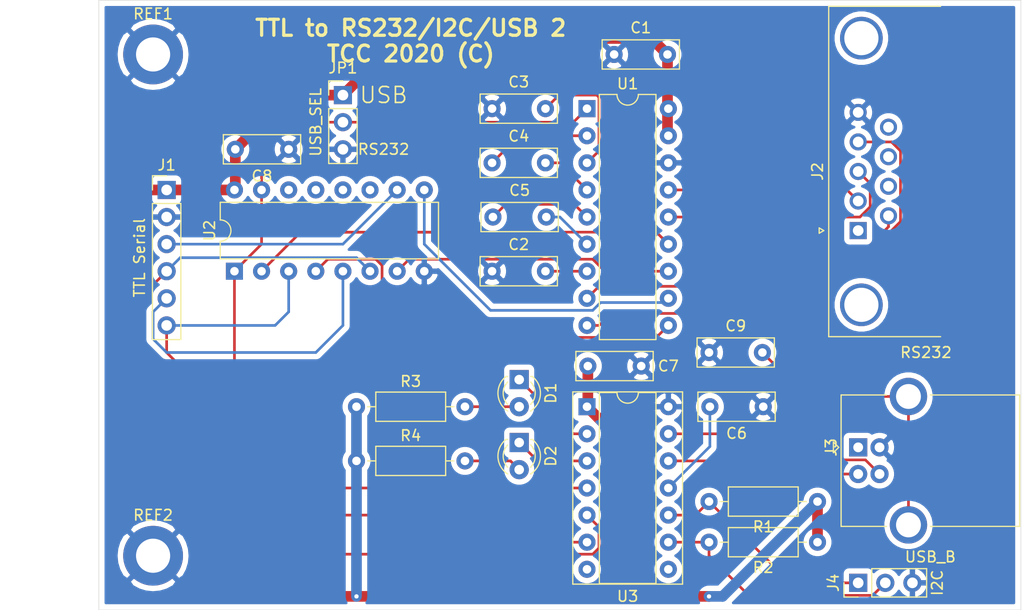
<source format=kicad_pcb>
(kicad_pcb (version 20171130) (host pcbnew "(5.1.6)-1")

  (general
    (thickness 1.6)
    (drawings 7)
    (tracks 151)
    (zones 0)
    (modules 25)
    (nets 43)
  )

  (page A4)
  (layers
    (0 F.Cu mixed)
    (31 B.Cu mixed)
    (33 F.Adhes user)
    (35 F.Paste user)
    (37 F.SilkS user)
    (38 B.Mask user)
    (39 F.Mask user)
    (40 Dwgs.User user)
    (41 Cmts.User user)
    (42 Eco1.User user)
    (43 Eco2.User user)
    (44 Edge.Cuts user)
    (45 Margin user)
    (46 B.CrtYd user)
    (47 F.CrtYd user)
    (49 F.Fab user)
  )

  (setup
    (last_trace_width 0.25)
    (trace_clearance 0.2)
    (zone_clearance 0.508)
    (zone_45_only no)
    (trace_min 0.2)
    (via_size 0.8)
    (via_drill 0.4)
    (via_min_size 0.4)
    (via_min_drill 0.3)
    (uvia_size 0.3)
    (uvia_drill 0.1)
    (uvias_allowed no)
    (uvia_min_size 0.2)
    (uvia_min_drill 0.1)
    (edge_width 0.05)
    (segment_width 0.2)
    (pcb_text_width 0.3)
    (pcb_text_size 1.5 1.5)
    (mod_edge_width 0.12)
    (mod_text_size 1 1)
    (mod_text_width 0.15)
    (pad_size 5.6 5.6)
    (pad_drill 3.2)
    (pad_to_mask_clearance 0.05)
    (aux_axis_origin 0 0)
    (visible_elements 7FFFFFFF)
    (pcbplotparams
      (layerselection 0x010e8_ffffffff)
      (usegerberextensions false)
      (usegerberattributes true)
      (usegerberadvancedattributes true)
      (creategerberjobfile true)
      (excludeedgelayer true)
      (linewidth 0.100000)
      (plotframeref false)
      (viasonmask false)
      (mode 1)
      (useauxorigin false)
      (hpglpennumber 1)
      (hpglpenspeed 20)
      (hpglpendiameter 15.000000)
      (psnegative false)
      (psa4output false)
      (plotreference true)
      (plotvalue true)
      (plotinvisibletext false)
      (padsonsilk false)
      (subtractmaskfromsilk false)
      (outputformat 1)
      (mirror false)
      (drillshape 0)
      (scaleselection 1)
      (outputdirectory "gerber/"))
  )

  (net 0 "")
  (net 1 VCC)
  (net 2 GND)
  (net 3 "Net-(C2-Pad2)")
  (net 4 "Net-(C3-Pad2)")
  (net 5 "Net-(C4-Pad2)")
  (net 6 "Net-(C4-Pad1)")
  (net 7 "Net-(C5-Pad2)")
  (net 8 "Net-(C5-Pad1)")
  (net 9 "Net-(C6-Pad2)")
  (net 10 "Net-(J2-Pad9)")
  (net 11 "Net-(J2-Pad8)")
  (net 12 "Net-(J2-Pad7)")
  (net 13 "Net-(J2-Pad6)")
  (net 14 "Net-(J2-Pad4)")
  (net 15 "Net-(J2-Pad3)")
  (net 16 "Net-(J2-Pad2)")
  (net 17 "Net-(J2-Pad1)")
  (net 18 "Net-(U3-Pad7)")
  (net 19 "Net-(J3-Pad3)")
  (net 20 /TX)
  (net 21 "Net-(J3-Pad2)")
  (net 22 /RX)
  (net 23 /ENABLE)
  (net 24 "Net-(U3-Pad8)")
  (net 25 "Net-(J1-Pad5)")
  (net 26 "Net-(J1-Pad3)")
  (net 27 "Net-(J3-Pad1)")
  (net 28 "Net-(U1-Pad10)")
  (net 29 "Net-(U1-Pad11)")
  (net 30 "Net-(U1-Pad13)")
  (net 31 "Net-(U1-Pad12)")
  (net 32 "Net-(U2-Pad14)")
  (net 33 "Net-(U2-Pad13)")
  (net 34 "Net-(U2-Pad12)")
  (net 35 "Net-(U2-Pad11)")
  (net 36 "Net-(J4-Pad2)")
  (net 37 "Net-(J4-Pad1)")
  (net 38 "Net-(C9-Pad2)")
  (net 39 "Net-(D1-Pad2)")
  (net 40 "Net-(D2-Pad2)")
  (net 41 /LED_UTX)
  (net 42 /LED_URX)

  (net_class Default "This is the default net class."
    (clearance 0.2)
    (trace_width 0.25)
    (via_dia 0.8)
    (via_drill 0.4)
    (uvia_dia 0.3)
    (uvia_drill 0.1)
    (add_net /ENABLE)
    (add_net /LED_URX)
    (add_net /LED_UTX)
    (add_net /RX)
    (add_net /TX)
    (add_net GND)
    (add_net "Net-(C2-Pad2)")
    (add_net "Net-(C3-Pad2)")
    (add_net "Net-(C4-Pad1)")
    (add_net "Net-(C4-Pad2)")
    (add_net "Net-(C5-Pad1)")
    (add_net "Net-(C5-Pad2)")
    (add_net "Net-(C6-Pad2)")
    (add_net "Net-(C9-Pad2)")
    (add_net "Net-(D1-Pad2)")
    (add_net "Net-(D2-Pad2)")
    (add_net "Net-(J1-Pad3)")
    (add_net "Net-(J1-Pad5)")
    (add_net "Net-(J2-Pad1)")
    (add_net "Net-(J2-Pad2)")
    (add_net "Net-(J2-Pad3)")
    (add_net "Net-(J2-Pad4)")
    (add_net "Net-(J2-Pad6)")
    (add_net "Net-(J2-Pad7)")
    (add_net "Net-(J2-Pad8)")
    (add_net "Net-(J2-Pad9)")
    (add_net "Net-(J3-Pad1)")
    (add_net "Net-(J3-Pad2)")
    (add_net "Net-(J3-Pad3)")
    (add_net "Net-(J4-Pad1)")
    (add_net "Net-(J4-Pad2)")
    (add_net "Net-(U1-Pad10)")
    (add_net "Net-(U1-Pad11)")
    (add_net "Net-(U1-Pad12)")
    (add_net "Net-(U1-Pad13)")
    (add_net "Net-(U2-Pad11)")
    (add_net "Net-(U2-Pad12)")
    (add_net "Net-(U2-Pad13)")
    (add_net "Net-(U2-Pad14)")
    (add_net "Net-(U3-Pad7)")
    (add_net "Net-(U3-Pad8)")
    (add_net VCC)
  )

  (net_class VCC ""
    (clearance 0.2)
    (trace_width 1)
    (via_dia 0.8)
    (via_drill 0.4)
    (uvia_dia 0.3)
    (uvia_drill 0.1)
  )

  (module MountingHole:MountingHole_3.2mm_M3_DIN965_Pad (layer F.Cu) (tedit 5F183E59) (tstamp 5F187278)
    (at 135.89 95.25)
    (descr "Mounting Hole 3.2mm, M3, DIN965")
    (tags "mounting hole 3.2mm m3 din965")
    (attr virtual)
    (fp_text reference REF2 (at 0 -3.8) (layer F.SilkS)
      (effects (font (size 1 1) (thickness 0.15)))
    )
    (fp_text value MountingHole_3.2mm_M3_DIN965_Pad (at 0 3.8) (layer F.Fab)
      (effects (font (size 1 1) (thickness 0.15)))
    )
    (fp_circle (center 0 0) (end 2.8 0) (layer Cmts.User) (width 0.15))
    (fp_circle (center 0 0) (end 3.05 0) (layer F.CrtYd) (width 0.05))
    (fp_text user %R (at 0.3 0) (layer F.Fab)
      (effects (font (size 1 1) (thickness 0.15)))
    )
    (pad 1 thru_hole circle (at 0 0) (size 5.6 5.6) (drill 3.2) (layers *.Cu *.Mask)
      (net 2 GND))
  )

  (module MountingHole:MountingHole_3.2mm_M3_DIN965_Pad (layer F.Cu) (tedit 5F183E00) (tstamp 5F18712D)
    (at 135.89 48.26)
    (descr "Mounting Hole 3.2mm, M3, DIN965")
    (tags "mounting hole 3.2mm m3 din965")
    (attr virtual)
    (fp_text reference REF1 (at 0 -3.8) (layer F.SilkS)
      (effects (font (size 1 1) (thickness 0.15)))
    )
    (fp_text value MountingHole_3.2mm_M3_DIN965_Pad (at 0 3.8) (layer F.Fab)
      (effects (font (size 1 1) (thickness 0.15)))
    )
    (fp_circle (center 0 0) (end 3.05 0) (layer F.CrtYd) (width 0.05))
    (fp_circle (center 0 0) (end 2.8 0) (layer Cmts.User) (width 0.15))
    (fp_text user %R (at 0.3 0) (layer F.Fab)
      (effects (font (size 1 1) (thickness 0.15)))
    )
    (pad 1 thru_hole circle (at 0 0) (size 5.6 5.6) (drill 3.2) (layers *.Cu *.Mask)
      (net 2 GND))
  )

  (module LED_THT:LED_D3.0mm (layer F.Cu) (tedit 587A3A7B) (tstamp 5F185ADB)
    (at 170.18 84.64 270)
    (descr "LED, diameter 3.0mm, 2 pins")
    (tags "LED diameter 3.0mm 2 pins")
    (path /5F3895ED)
    (fp_text reference D2 (at 1.27 -2.96 90) (layer F.SilkS)
      (effects (font (size 1 1) (thickness 0.15)))
    )
    (fp_text value UTX (at 1.27 2.96 90) (layer F.Fab)
      (effects (font (size 1 1) (thickness 0.15)))
    )
    (fp_line (start 3.7 -2.25) (end -1.15 -2.25) (layer F.CrtYd) (width 0.05))
    (fp_line (start 3.7 2.25) (end 3.7 -2.25) (layer F.CrtYd) (width 0.05))
    (fp_line (start -1.15 2.25) (end 3.7 2.25) (layer F.CrtYd) (width 0.05))
    (fp_line (start -1.15 -2.25) (end -1.15 2.25) (layer F.CrtYd) (width 0.05))
    (fp_line (start -0.29 1.08) (end -0.29 1.236) (layer F.SilkS) (width 0.12))
    (fp_line (start -0.29 -1.236) (end -0.29 -1.08) (layer F.SilkS) (width 0.12))
    (fp_line (start -0.23 -1.16619) (end -0.23 1.16619) (layer F.Fab) (width 0.1))
    (fp_circle (center 1.27 0) (end 2.77 0) (layer F.Fab) (width 0.1))
    (fp_arc (start 1.27 0) (end 0.229039 1.08) (angle -87.9) (layer F.SilkS) (width 0.12))
    (fp_arc (start 1.27 0) (end 0.229039 -1.08) (angle 87.9) (layer F.SilkS) (width 0.12))
    (fp_arc (start 1.27 0) (end -0.29 1.235516) (angle -108.8) (layer F.SilkS) (width 0.12))
    (fp_arc (start 1.27 0) (end -0.29 -1.235516) (angle 108.8) (layer F.SilkS) (width 0.12))
    (fp_arc (start 1.27 0) (end -0.23 -1.16619) (angle 284.3) (layer F.Fab) (width 0.1))
    (pad 2 thru_hole circle (at 2.54 0 270) (size 1.8 1.8) (drill 0.9) (layers *.Cu *.Mask)
      (net 40 "Net-(D2-Pad2)"))
    (pad 1 thru_hole rect (at 0 0 270) (size 1.8 1.8) (drill 0.9) (layers *.Cu *.Mask)
      (net 41 /LED_UTX))
    (model ${KISYS3DMOD}/LED_THT.3dshapes/LED_D3.0mm.wrl
      (at (xyz 0 0 0))
      (scale (xyz 1 1 1))
      (rotate (xyz 0 0 0))
    )
  )

  (module LED_THT:LED_D3.0mm (layer F.Cu) (tedit 587A3A7B) (tstamp 5F185AC8)
    (at 170.18 78.74 270)
    (descr "LED, diameter 3.0mm, 2 pins")
    (tags "LED diameter 3.0mm 2 pins")
    (path /5F37A803)
    (fp_text reference D1 (at 1.27 -2.96 90) (layer F.SilkS)
      (effects (font (size 1 1) (thickness 0.15)))
    )
    (fp_text value URX (at 1.27 2.96 90) (layer F.Fab)
      (effects (font (size 1 1) (thickness 0.15)))
    )
    (fp_line (start 3.7 -2.25) (end -1.15 -2.25) (layer F.CrtYd) (width 0.05))
    (fp_line (start 3.7 2.25) (end 3.7 -2.25) (layer F.CrtYd) (width 0.05))
    (fp_line (start -1.15 2.25) (end 3.7 2.25) (layer F.CrtYd) (width 0.05))
    (fp_line (start -1.15 -2.25) (end -1.15 2.25) (layer F.CrtYd) (width 0.05))
    (fp_line (start -0.29 1.08) (end -0.29 1.236) (layer F.SilkS) (width 0.12))
    (fp_line (start -0.29 -1.236) (end -0.29 -1.08) (layer F.SilkS) (width 0.12))
    (fp_line (start -0.23 -1.16619) (end -0.23 1.16619) (layer F.Fab) (width 0.1))
    (fp_circle (center 1.27 0) (end 2.77 0) (layer F.Fab) (width 0.1))
    (fp_arc (start 1.27 0) (end 0.229039 1.08) (angle -87.9) (layer F.SilkS) (width 0.12))
    (fp_arc (start 1.27 0) (end 0.229039 -1.08) (angle 87.9) (layer F.SilkS) (width 0.12))
    (fp_arc (start 1.27 0) (end -0.29 1.235516) (angle -108.8) (layer F.SilkS) (width 0.12))
    (fp_arc (start 1.27 0) (end -0.29 -1.235516) (angle 108.8) (layer F.SilkS) (width 0.12))
    (fp_arc (start 1.27 0) (end -0.23 -1.16619) (angle 284.3) (layer F.Fab) (width 0.1))
    (pad 2 thru_hole circle (at 2.54 0 270) (size 1.8 1.8) (drill 0.9) (layers *.Cu *.Mask)
      (net 39 "Net-(D1-Pad2)"))
    (pad 1 thru_hole rect (at 0 0 270) (size 1.8 1.8) (drill 0.9) (layers *.Cu *.Mask)
      (net 42 /LED_URX))
    (model ${KISYS3DMOD}/LED_THT.3dshapes/LED_D3.0mm.wrl
      (at (xyz 0 0 0))
      (scale (xyz 1 1 1))
      (rotate (xyz 0 0 0))
    )
  )

  (module Resistor_THT:R_Axial_DIN0207_L6.3mm_D2.5mm_P10.16mm_Horizontal (layer F.Cu) (tedit 5AE5139B) (tstamp 5F184A60)
    (at 154.94 86.36)
    (descr "Resistor, Axial_DIN0207 series, Axial, Horizontal, pin pitch=10.16mm, 0.25W = 1/4W, length*diameter=6.3*2.5mm^2, http://cdn-reichelt.de/documents/datenblatt/B400/1_4W%23YAG.pdf")
    (tags "Resistor Axial_DIN0207 series Axial Horizontal pin pitch 10.16mm 0.25W = 1/4W length 6.3mm diameter 2.5mm")
    (path /5F37338B)
    (fp_text reference R4 (at 5.08 -2.37) (layer F.SilkS)
      (effects (font (size 1 1) (thickness 0.15)))
    )
    (fp_text value 4k7 (at 5.08 2.37) (layer F.Fab)
      (effects (font (size 1 1) (thickness 0.15)))
    )
    (fp_line (start 11.21 -1.5) (end -1.05 -1.5) (layer F.CrtYd) (width 0.05))
    (fp_line (start 11.21 1.5) (end 11.21 -1.5) (layer F.CrtYd) (width 0.05))
    (fp_line (start -1.05 1.5) (end 11.21 1.5) (layer F.CrtYd) (width 0.05))
    (fp_line (start -1.05 -1.5) (end -1.05 1.5) (layer F.CrtYd) (width 0.05))
    (fp_line (start 9.12 0) (end 8.35 0) (layer F.SilkS) (width 0.12))
    (fp_line (start 1.04 0) (end 1.81 0) (layer F.SilkS) (width 0.12))
    (fp_line (start 8.35 -1.37) (end 1.81 -1.37) (layer F.SilkS) (width 0.12))
    (fp_line (start 8.35 1.37) (end 8.35 -1.37) (layer F.SilkS) (width 0.12))
    (fp_line (start 1.81 1.37) (end 8.35 1.37) (layer F.SilkS) (width 0.12))
    (fp_line (start 1.81 -1.37) (end 1.81 1.37) (layer F.SilkS) (width 0.12))
    (fp_line (start 10.16 0) (end 8.23 0) (layer F.Fab) (width 0.1))
    (fp_line (start 0 0) (end 1.93 0) (layer F.Fab) (width 0.1))
    (fp_line (start 8.23 -1.25) (end 1.93 -1.25) (layer F.Fab) (width 0.1))
    (fp_line (start 8.23 1.25) (end 8.23 -1.25) (layer F.Fab) (width 0.1))
    (fp_line (start 1.93 1.25) (end 8.23 1.25) (layer F.Fab) (width 0.1))
    (fp_line (start 1.93 -1.25) (end 1.93 1.25) (layer F.Fab) (width 0.1))
    (fp_text user %R (at 5.08 0) (layer F.Fab)
      (effects (font (size 1 1) (thickness 0.15)))
    )
    (pad 2 thru_hole oval (at 10.16 0) (size 1.6 1.6) (drill 0.8) (layers *.Cu *.Mask)
      (net 40 "Net-(D2-Pad2)"))
    (pad 1 thru_hole circle (at 0 0) (size 1.6 1.6) (drill 0.8) (layers *.Cu *.Mask)
      (net 1 VCC))
    (model ${KISYS3DMOD}/Resistor_THT.3dshapes/R_Axial_DIN0207_L6.3mm_D2.5mm_P10.16mm_Horizontal.wrl
      (at (xyz 0 0 0))
      (scale (xyz 1 1 1))
      (rotate (xyz 0 0 0))
    )
  )

  (module Resistor_THT:R_Axial_DIN0207_L6.3mm_D2.5mm_P10.16mm_Horizontal (layer F.Cu) (tedit 5AE5139B) (tstamp 5F184AA2)
    (at 154.94 81.28)
    (descr "Resistor, Axial_DIN0207 series, Axial, Horizontal, pin pitch=10.16mm, 0.25W = 1/4W, length*diameter=6.3*2.5mm^2, http://cdn-reichelt.de/documents/datenblatt/B400/1_4W%23YAG.pdf")
    (tags "Resistor Axial_DIN0207 series Axial Horizontal pin pitch 10.16mm 0.25W = 1/4W length 6.3mm diameter 2.5mm")
    (path /5F372BC6)
    (fp_text reference R3 (at 5.08 -2.37) (layer F.SilkS)
      (effects (font (size 1 1) (thickness 0.15)))
    )
    (fp_text value 4k7 (at 5.08 2.37) (layer F.Fab)
      (effects (font (size 1 1) (thickness 0.15)))
    )
    (fp_line (start 11.21 -1.5) (end -1.05 -1.5) (layer F.CrtYd) (width 0.05))
    (fp_line (start 11.21 1.5) (end 11.21 -1.5) (layer F.CrtYd) (width 0.05))
    (fp_line (start -1.05 1.5) (end 11.21 1.5) (layer F.CrtYd) (width 0.05))
    (fp_line (start -1.05 -1.5) (end -1.05 1.5) (layer F.CrtYd) (width 0.05))
    (fp_line (start 9.12 0) (end 8.35 0) (layer F.SilkS) (width 0.12))
    (fp_line (start 1.04 0) (end 1.81 0) (layer F.SilkS) (width 0.12))
    (fp_line (start 8.35 -1.37) (end 1.81 -1.37) (layer F.SilkS) (width 0.12))
    (fp_line (start 8.35 1.37) (end 8.35 -1.37) (layer F.SilkS) (width 0.12))
    (fp_line (start 1.81 1.37) (end 8.35 1.37) (layer F.SilkS) (width 0.12))
    (fp_line (start 1.81 -1.37) (end 1.81 1.37) (layer F.SilkS) (width 0.12))
    (fp_line (start 10.16 0) (end 8.23 0) (layer F.Fab) (width 0.1))
    (fp_line (start 0 0) (end 1.93 0) (layer F.Fab) (width 0.1))
    (fp_line (start 8.23 -1.25) (end 1.93 -1.25) (layer F.Fab) (width 0.1))
    (fp_line (start 8.23 1.25) (end 8.23 -1.25) (layer F.Fab) (width 0.1))
    (fp_line (start 1.93 1.25) (end 8.23 1.25) (layer F.Fab) (width 0.1))
    (fp_line (start 1.93 -1.25) (end 1.93 1.25) (layer F.Fab) (width 0.1))
    (fp_text user %R (at 5.08 0) (layer F.Fab)
      (effects (font (size 1 1) (thickness 0.15)))
    )
    (pad 2 thru_hole oval (at 10.16 0) (size 1.6 1.6) (drill 0.8) (layers *.Cu *.Mask)
      (net 39 "Net-(D1-Pad2)"))
    (pad 1 thru_hole circle (at 0 0) (size 1.6 1.6) (drill 0.8) (layers *.Cu *.Mask)
      (net 1 VCC))
    (model ${KISYS3DMOD}/Resistor_THT.3dshapes/R_Axial_DIN0207_L6.3mm_D2.5mm_P10.16mm_Horizontal.wrl
      (at (xyz 0 0 0))
      (scale (xyz 1 1 1))
      (rotate (xyz 0 0 0))
    )
  )

  (module Capacitor_THT:C_Disc_D7.0mm_W2.5mm_P5.00mm (layer F.Cu) (tedit 5AE50EF0) (tstamp 5F184AE0)
    (at 187.96 76.2)
    (descr "C, Disc series, Radial, pin pitch=5.00mm, , diameter*width=7*2.5mm^2, Capacitor, http://cdn-reichelt.de/documents/datenblatt/B300/DS_KERKO_TC.pdf")
    (tags "C Disc series Radial pin pitch 5.00mm  diameter 7mm width 2.5mm Capacitor")
    (path /5F3626B9)
    (fp_text reference C9 (at 2.5 -2.5) (layer F.SilkS)
      (effects (font (size 1 1) (thickness 0.15)))
    )
    (fp_text value 47uF (at 2.5 2.5) (layer F.Fab)
      (effects (font (size 1 1) (thickness 0.15)))
    )
    (fp_line (start 6.25 -1.5) (end -1.25 -1.5) (layer F.CrtYd) (width 0.05))
    (fp_line (start 6.25 1.5) (end 6.25 -1.5) (layer F.CrtYd) (width 0.05))
    (fp_line (start -1.25 1.5) (end 6.25 1.5) (layer F.CrtYd) (width 0.05))
    (fp_line (start -1.25 -1.5) (end -1.25 1.5) (layer F.CrtYd) (width 0.05))
    (fp_line (start 6.12 -1.37) (end 6.12 1.37) (layer F.SilkS) (width 0.12))
    (fp_line (start -1.12 -1.37) (end -1.12 1.37) (layer F.SilkS) (width 0.12))
    (fp_line (start -1.12 1.37) (end 6.12 1.37) (layer F.SilkS) (width 0.12))
    (fp_line (start -1.12 -1.37) (end 6.12 -1.37) (layer F.SilkS) (width 0.12))
    (fp_line (start 6 -1.25) (end -1 -1.25) (layer F.Fab) (width 0.1))
    (fp_line (start 6 1.25) (end 6 -1.25) (layer F.Fab) (width 0.1))
    (fp_line (start -1 1.25) (end 6 1.25) (layer F.Fab) (width 0.1))
    (fp_line (start -1 -1.25) (end -1 1.25) (layer F.Fab) (width 0.1))
    (fp_text user %R (at 2.5 0) (layer F.Fab)
      (effects (font (size 1 1) (thickness 0.15)))
    )
    (pad 2 thru_hole circle (at 5 0) (size 1.6 1.6) (drill 0.8) (layers *.Cu *.Mask)
      (net 38 "Net-(C9-Pad2)"))
    (pad 1 thru_hole circle (at 0 0) (size 1.6 1.6) (drill 0.8) (layers *.Cu *.Mask)
      (net 2 GND))
    (model ${KISYS3DMOD}/Capacitor_THT.3dshapes/C_Disc_D7.0mm_W2.5mm_P5.00mm.wrl
      (at (xyz 0 0 0))
      (scale (xyz 1 1 1))
      (rotate (xyz 0 0 0))
    )
  )

  (module Connector_USB:USB_B_OST_USB-B1HSxx_Horizontal (layer F.Cu) (tedit 5AFE01FF) (tstamp 5F17C792)
    (at 201.93 85.09)
    (descr "USB B receptacle, Horizontal, through-hole, http://www.on-shore.com/wp-content/uploads/2015/09/usb-b1hsxx.pdf")
    (tags "USB-B receptacle horizontal through-hole")
    (path /5F20CBD6)
    (fp_text reference J3 (at -2.54 0 90) (layer F.SilkS)
      (effects (font (size 1 1) (thickness 0.15)))
    )
    (fp_text value USB_B (at 6.76 10.27) (layer F.SilkS)
      (effects (font (size 1 1) (thickness 0.15)))
    )
    (fp_line (start 15.51 -7.02) (end -1.99 -7.02) (layer F.CrtYd) (width 0.05))
    (fp_line (start 15.51 9.52) (end 15.51 -7.02) (layer F.CrtYd) (width 0.05))
    (fp_line (start -1.99 9.52) (end 15.51 9.52) (layer F.CrtYd) (width 0.05))
    (fp_line (start -1.99 -7.02) (end -1.99 9.52) (layer F.CrtYd) (width 0.05))
    (fp_line (start -2.32 0.5) (end -1.82 0) (layer F.SilkS) (width 0.12))
    (fp_line (start -2.32 -0.5) (end -2.32 0.5) (layer F.SilkS) (width 0.12))
    (fp_line (start -1.82 0) (end -2.32 -0.5) (layer F.SilkS) (width 0.12))
    (fp_line (start 15.12 7.41) (end 6.76 7.41) (layer F.SilkS) (width 0.12))
    (fp_line (start 15.12 -4.91) (end 15.12 7.41) (layer F.SilkS) (width 0.12))
    (fp_line (start 6.76 -4.91) (end 15.12 -4.91) (layer F.SilkS) (width 0.12))
    (fp_line (start -1.6 7.41) (end 2.66 7.41) (layer F.SilkS) (width 0.12))
    (fp_line (start -1.6 -4.91) (end -1.6 7.41) (layer F.SilkS) (width 0.12))
    (fp_line (start 2.66 -4.91) (end -1.6 -4.91) (layer F.SilkS) (width 0.12))
    (fp_line (start -1.49 -3.8) (end -0.49 -4.8) (layer F.Fab) (width 0.1))
    (fp_line (start -1.49 7.3) (end -1.49 -3.8) (layer F.Fab) (width 0.1))
    (fp_line (start 15.01 7.3) (end -1.49 7.3) (layer F.Fab) (width 0.1))
    (fp_line (start 15.01 -4.8) (end 15.01 7.3) (layer F.Fab) (width 0.1))
    (fp_line (start -0.49 -4.8) (end 15.01 -4.8) (layer F.Fab) (width 0.1))
    (fp_text user %R (at 6.76 1.25) (layer F.Fab)
      (effects (font (size 1 1) (thickness 0.15)))
    )
    (pad 5 thru_hole circle (at 4.71 7.27) (size 3.5 3.5) (drill 2.33) (layers *.Cu *.Mask)
      (net 38 "Net-(C9-Pad2)"))
    (pad 5 thru_hole circle (at 4.71 -4.77) (size 3.5 3.5) (drill 2.33) (layers *.Cu *.Mask)
      (net 38 "Net-(C9-Pad2)"))
    (pad 4 thru_hole circle (at 2 0) (size 1.7 1.7) (drill 0.92) (layers *.Cu *.Mask)
      (net 2 GND))
    (pad 3 thru_hole circle (at 2 2.5) (size 1.7 1.7) (drill 0.92) (layers *.Cu *.Mask)
      (net 19 "Net-(J3-Pad3)"))
    (pad 2 thru_hole circle (at 0 2.5) (size 1.7 1.7) (drill 0.92) (layers *.Cu *.Mask)
      (net 21 "Net-(J3-Pad2)"))
    (pad 1 thru_hole rect (at 0 0) (size 1.7 1.7) (drill 0.92) (layers *.Cu *.Mask)
      (net 27 "Net-(J3-Pad1)"))
    (model ${KISYS3DMOD}/Connector_USB.3dshapes/USB_B_OST_USB-B1HSxx_Horizontal.wrl
      (at (xyz 0 0 0))
      (scale (xyz 1 1 1))
      (rotate (xyz 0 0 0))
    )
  )

  (module Resistor_THT:R_Axial_DIN0207_L6.3mm_D2.5mm_P10.16mm_Horizontal (layer F.Cu) (tedit 5AE5139B) (tstamp 5F183BA1)
    (at 198.12 93.98 180)
    (descr "Resistor, Axial_DIN0207 series, Axial, Horizontal, pin pitch=10.16mm, 0.25W = 1/4W, length*diameter=6.3*2.5mm^2, http://cdn-reichelt.de/documents/datenblatt/B400/1_4W%23YAG.pdf")
    (tags "Resistor Axial_DIN0207 series Axial Horizontal pin pitch 10.16mm 0.25W = 1/4W length 6.3mm diameter 2.5mm")
    (path /5F322DCC)
    (fp_text reference R2 (at 5.08 -2.37) (layer F.SilkS)
      (effects (font (size 1 1) (thickness 0.15)))
    )
    (fp_text value 4k7 (at 5.08 2.37) (layer F.Fab)
      (effects (font (size 1 1) (thickness 0.15)))
    )
    (fp_line (start 11.21 -1.5) (end -1.05 -1.5) (layer F.CrtYd) (width 0.05))
    (fp_line (start 11.21 1.5) (end 11.21 -1.5) (layer F.CrtYd) (width 0.05))
    (fp_line (start -1.05 1.5) (end 11.21 1.5) (layer F.CrtYd) (width 0.05))
    (fp_line (start -1.05 -1.5) (end -1.05 1.5) (layer F.CrtYd) (width 0.05))
    (fp_line (start 9.12 0) (end 8.35 0) (layer F.SilkS) (width 0.12))
    (fp_line (start 1.04 0) (end 1.81 0) (layer F.SilkS) (width 0.12))
    (fp_line (start 8.35 -1.37) (end 1.81 -1.37) (layer F.SilkS) (width 0.12))
    (fp_line (start 8.35 1.37) (end 8.35 -1.37) (layer F.SilkS) (width 0.12))
    (fp_line (start 1.81 1.37) (end 8.35 1.37) (layer F.SilkS) (width 0.12))
    (fp_line (start 1.81 -1.37) (end 1.81 1.37) (layer F.SilkS) (width 0.12))
    (fp_line (start 10.16 0) (end 8.23 0) (layer F.Fab) (width 0.1))
    (fp_line (start 0 0) (end 1.93 0) (layer F.Fab) (width 0.1))
    (fp_line (start 8.23 -1.25) (end 1.93 -1.25) (layer F.Fab) (width 0.1))
    (fp_line (start 8.23 1.25) (end 8.23 -1.25) (layer F.Fab) (width 0.1))
    (fp_line (start 1.93 1.25) (end 8.23 1.25) (layer F.Fab) (width 0.1))
    (fp_line (start 1.93 -1.25) (end 1.93 1.25) (layer F.Fab) (width 0.1))
    (fp_text user %R (at 5.08 0) (layer F.Fab)
      (effects (font (size 1 1) (thickness 0.15)))
    )
    (pad 2 thru_hole oval (at 10.16 0 180) (size 1.6 1.6) (drill 0.8) (layers *.Cu *.Mask)
      (net 36 "Net-(J4-Pad2)"))
    (pad 1 thru_hole circle (at 0 0 180) (size 1.6 1.6) (drill 0.8) (layers *.Cu *.Mask)
      (net 1 VCC))
    (model ${KISYS3DMOD}/Resistor_THT.3dshapes/R_Axial_DIN0207_L6.3mm_D2.5mm_P10.16mm_Horizontal.wrl
      (at (xyz 0 0 0))
      (scale (xyz 1 1 1))
      (rotate (xyz 0 0 0))
    )
  )

  (module Resistor_THT:R_Axial_DIN0207_L6.3mm_D2.5mm_P10.16mm_Horizontal (layer F.Cu) (tedit 5AE5139B) (tstamp 5F183B8A)
    (at 198.12 90.17 180)
    (descr "Resistor, Axial_DIN0207 series, Axial, Horizontal, pin pitch=10.16mm, 0.25W = 1/4W, length*diameter=6.3*2.5mm^2, http://cdn-reichelt.de/documents/datenblatt/B400/1_4W%23YAG.pdf")
    (tags "Resistor Axial_DIN0207 series Axial Horizontal pin pitch 10.16mm 0.25W = 1/4W length 6.3mm diameter 2.5mm")
    (path /5F3220B5)
    (fp_text reference R1 (at 5.08 -2.37) (layer F.SilkS)
      (effects (font (size 1 1) (thickness 0.15)))
    )
    (fp_text value 4k7 (at 5.08 2.37) (layer F.Fab)
      (effects (font (size 1 1) (thickness 0.15)))
    )
    (fp_line (start 11.21 -1.5) (end -1.05 -1.5) (layer F.CrtYd) (width 0.05))
    (fp_line (start 11.21 1.5) (end 11.21 -1.5) (layer F.CrtYd) (width 0.05))
    (fp_line (start -1.05 1.5) (end 11.21 1.5) (layer F.CrtYd) (width 0.05))
    (fp_line (start -1.05 -1.5) (end -1.05 1.5) (layer F.CrtYd) (width 0.05))
    (fp_line (start 9.12 0) (end 8.35 0) (layer F.SilkS) (width 0.12))
    (fp_line (start 1.04 0) (end 1.81 0) (layer F.SilkS) (width 0.12))
    (fp_line (start 8.35 -1.37) (end 1.81 -1.37) (layer F.SilkS) (width 0.12))
    (fp_line (start 8.35 1.37) (end 8.35 -1.37) (layer F.SilkS) (width 0.12))
    (fp_line (start 1.81 1.37) (end 8.35 1.37) (layer F.SilkS) (width 0.12))
    (fp_line (start 1.81 -1.37) (end 1.81 1.37) (layer F.SilkS) (width 0.12))
    (fp_line (start 10.16 0) (end 8.23 0) (layer F.Fab) (width 0.1))
    (fp_line (start 0 0) (end 1.93 0) (layer F.Fab) (width 0.1))
    (fp_line (start 8.23 -1.25) (end 1.93 -1.25) (layer F.Fab) (width 0.1))
    (fp_line (start 8.23 1.25) (end 8.23 -1.25) (layer F.Fab) (width 0.1))
    (fp_line (start 1.93 1.25) (end 8.23 1.25) (layer F.Fab) (width 0.1))
    (fp_line (start 1.93 -1.25) (end 1.93 1.25) (layer F.Fab) (width 0.1))
    (fp_text user %R (at 5.08 0) (layer F.Fab)
      (effects (font (size 1 1) (thickness 0.15)))
    )
    (pad 2 thru_hole oval (at 10.16 0 180) (size 1.6 1.6) (drill 0.8) (layers *.Cu *.Mask)
      (net 37 "Net-(J4-Pad1)"))
    (pad 1 thru_hole circle (at 0 0 180) (size 1.6 1.6) (drill 0.8) (layers *.Cu *.Mask)
      (net 1 VCC))
    (model ${KISYS3DMOD}/Resistor_THT.3dshapes/R_Axial_DIN0207_L6.3mm_D2.5mm_P10.16mm_Horizontal.wrl
      (at (xyz 0 0 0))
      (scale (xyz 1 1 1))
      (rotate (xyz 0 0 0))
    )
  )

  (module Connector_PinHeader_2.54mm:PinHeader_1x03_P2.54mm_Vertical (layer F.Cu) (tedit 59FED5CC) (tstamp 5F183B47)
    (at 201.93 97.79 90)
    (descr "Through hole straight pin header, 1x03, 2.54mm pitch, single row")
    (tags "Through hole pin header THT 1x03 2.54mm single row")
    (path /5F313146)
    (fp_text reference J4 (at 0 -2.33 90) (layer F.SilkS)
      (effects (font (size 1 1) (thickness 0.15)))
    )
    (fp_text value I2C (at 0 7.41 90) (layer F.SilkS)
      (effects (font (size 1 1) (thickness 0.15)))
    )
    (fp_line (start 1.8 -1.8) (end -1.8 -1.8) (layer F.CrtYd) (width 0.05))
    (fp_line (start 1.8 6.85) (end 1.8 -1.8) (layer F.CrtYd) (width 0.05))
    (fp_line (start -1.8 6.85) (end 1.8 6.85) (layer F.CrtYd) (width 0.05))
    (fp_line (start -1.8 -1.8) (end -1.8 6.85) (layer F.CrtYd) (width 0.05))
    (fp_line (start -1.33 -1.33) (end 0 -1.33) (layer F.SilkS) (width 0.12))
    (fp_line (start -1.33 0) (end -1.33 -1.33) (layer F.SilkS) (width 0.12))
    (fp_line (start -1.33 1.27) (end 1.33 1.27) (layer F.SilkS) (width 0.12))
    (fp_line (start 1.33 1.27) (end 1.33 6.41) (layer F.SilkS) (width 0.12))
    (fp_line (start -1.33 1.27) (end -1.33 6.41) (layer F.SilkS) (width 0.12))
    (fp_line (start -1.33 6.41) (end 1.33 6.41) (layer F.SilkS) (width 0.12))
    (fp_line (start -1.27 -0.635) (end -0.635 -1.27) (layer F.Fab) (width 0.1))
    (fp_line (start -1.27 6.35) (end -1.27 -0.635) (layer F.Fab) (width 0.1))
    (fp_line (start 1.27 6.35) (end -1.27 6.35) (layer F.Fab) (width 0.1))
    (fp_line (start 1.27 -1.27) (end 1.27 6.35) (layer F.Fab) (width 0.1))
    (fp_line (start -0.635 -1.27) (end 1.27 -1.27) (layer F.Fab) (width 0.1))
    (fp_text user %R (at 0 2.54) (layer F.Fab)
      (effects (font (size 1 1) (thickness 0.15)))
    )
    (pad 3 thru_hole oval (at 0 5.08 90) (size 1.7 1.7) (drill 1) (layers *.Cu *.Mask)
      (net 2 GND))
    (pad 2 thru_hole oval (at 0 2.54 90) (size 1.7 1.7) (drill 1) (layers *.Cu *.Mask)
      (net 36 "Net-(J4-Pad2)"))
    (pad 1 thru_hole rect (at 0 0 90) (size 1.7 1.7) (drill 1) (layers *.Cu *.Mask)
      (net 37 "Net-(J4-Pad1)"))
    (model ${KISYS3DMOD}/Connector_PinHeader_2.54mm.3dshapes/PinHeader_1x03_P2.54mm_Vertical.wrl
      (at (xyz 0 0 0))
      (scale (xyz 1 1 1))
      (rotate (xyz 0 0 0))
    )
  )

  (module Package_DIP:DIP-16_W7.62mm (layer F.Cu) (tedit 5A02E8C5) (tstamp 5F180F10)
    (at 143.51 68.58 90)
    (descr "16-lead though-hole mounted DIP package, row spacing 7.62 mm (300 mils)")
    (tags "THT DIP DIL PDIP 2.54mm 7.62mm 300mil")
    (path /5F2AE17D)
    (fp_text reference U2 (at 3.81 -2.33 90) (layer F.SilkS)
      (effects (font (size 1 1) (thickness 0.15)))
    )
    (fp_text value 74LS365 (at 3.81 20.11 90) (layer F.Fab)
      (effects (font (size 1 1) (thickness 0.15)))
    )
    (fp_line (start 8.7 -1.55) (end -1.1 -1.55) (layer F.CrtYd) (width 0.05))
    (fp_line (start 8.7 19.3) (end 8.7 -1.55) (layer F.CrtYd) (width 0.05))
    (fp_line (start -1.1 19.3) (end 8.7 19.3) (layer F.CrtYd) (width 0.05))
    (fp_line (start -1.1 -1.55) (end -1.1 19.3) (layer F.CrtYd) (width 0.05))
    (fp_line (start 6.46 -1.33) (end 4.81 -1.33) (layer F.SilkS) (width 0.12))
    (fp_line (start 6.46 19.11) (end 6.46 -1.33) (layer F.SilkS) (width 0.12))
    (fp_line (start 1.16 19.11) (end 6.46 19.11) (layer F.SilkS) (width 0.12))
    (fp_line (start 1.16 -1.33) (end 1.16 19.11) (layer F.SilkS) (width 0.12))
    (fp_line (start 2.81 -1.33) (end 1.16 -1.33) (layer F.SilkS) (width 0.12))
    (fp_line (start 0.635 -0.27) (end 1.635 -1.27) (layer F.Fab) (width 0.1))
    (fp_line (start 0.635 19.05) (end 0.635 -0.27) (layer F.Fab) (width 0.1))
    (fp_line (start 6.985 19.05) (end 0.635 19.05) (layer F.Fab) (width 0.1))
    (fp_line (start 6.985 -1.27) (end 6.985 19.05) (layer F.Fab) (width 0.1))
    (fp_line (start 1.635 -1.27) (end 6.985 -1.27) (layer F.Fab) (width 0.1))
    (fp_text user %R (at 3.81 8.89 90) (layer F.Fab)
      (effects (font (size 1 1) (thickness 0.15)))
    )
    (fp_arc (start 3.81 -1.33) (end 2.81 -1.33) (angle -180) (layer F.SilkS) (width 0.12))
    (pad 16 thru_hole oval (at 7.62 0 90) (size 1.6 1.6) (drill 0.8) (layers *.Cu *.Mask)
      (net 1 VCC))
    (pad 8 thru_hole oval (at 0 17.78 90) (size 1.6 1.6) (drill 0.8) (layers *.Cu *.Mask)
      (net 2 GND))
    (pad 15 thru_hole oval (at 7.62 2.54 90) (size 1.6 1.6) (drill 0.8) (layers *.Cu *.Mask)
      (net 23 /ENABLE))
    (pad 7 thru_hole oval (at 0 15.24 90) (size 1.6 1.6) (drill 0.8) (layers *.Cu *.Mask)
      (net 31 "Net-(U1-Pad12)"))
    (pad 14 thru_hole oval (at 7.62 5.08 90) (size 1.6 1.6) (drill 0.8) (layers *.Cu *.Mask)
      (net 32 "Net-(U2-Pad14)"))
    (pad 6 thru_hole oval (at 0 12.7 90) (size 1.6 1.6) (drill 0.8) (layers *.Cu *.Mask)
      (net 20 /TX))
    (pad 13 thru_hole oval (at 7.62 7.62 90) (size 1.6 1.6) (drill 0.8) (layers *.Cu *.Mask)
      (net 33 "Net-(U2-Pad13)"))
    (pad 5 thru_hole oval (at 0 10.16 90) (size 1.6 1.6) (drill 0.8) (layers *.Cu *.Mask)
      (net 25 "Net-(J1-Pad5)"))
    (pad 12 thru_hole oval (at 7.62 10.16 90) (size 1.6 1.6) (drill 0.8) (layers *.Cu *.Mask)
      (net 34 "Net-(U2-Pad12)"))
    (pad 4 thru_hole oval (at 0 7.62 90) (size 1.6 1.6) (drill 0.8) (layers *.Cu *.Mask)
      (net 28 "Net-(U1-Pad10)"))
    (pad 11 thru_hole oval (at 7.62 12.7 90) (size 1.6 1.6) (drill 0.8) (layers *.Cu *.Mask)
      (net 35 "Net-(U2-Pad11)"))
    (pad 3 thru_hole oval (at 0 5.08 90) (size 1.6 1.6) (drill 0.8) (layers *.Cu *.Mask)
      (net 22 /RX))
    (pad 10 thru_hole oval (at 7.62 15.24 90) (size 1.6 1.6) (drill 0.8) (layers *.Cu *.Mask)
      (net 26 "Net-(J1-Pad3)"))
    (pad 2 thru_hole oval (at 0 2.54 90) (size 1.6 1.6) (drill 0.8) (layers *.Cu *.Mask)
      (net 30 "Net-(U1-Pad13)"))
    (pad 9 thru_hole oval (at 7.62 17.78 90) (size 1.6 1.6) (drill 0.8) (layers *.Cu *.Mask)
      (net 29 "Net-(U1-Pad11)"))
    (pad 1 thru_hole rect (at 0 0 90) (size 1.6 1.6) (drill 0.8) (layers *.Cu *.Mask)
      (net 23 /ENABLE))
    (model ${KISYS3DMOD}/Package_DIP.3dshapes/DIP-16_W7.62mm.wrl
      (at (xyz 0 0 0))
      (scale (xyz 1 1 1))
      (rotate (xyz 0 0 0))
    )
  )

  (module Capacitor_THT:C_Disc_D7.0mm_W2.5mm_P5.00mm (layer F.Cu) (tedit 5AE50EF0) (tstamp 5F17E707)
    (at 148.59 57.15 180)
    (descr "C, Disc series, Radial, pin pitch=5.00mm, , diameter*width=7*2.5mm^2, Capacitor, http://cdn-reichelt.de/documents/datenblatt/B300/DS_KERKO_TC.pdf")
    (tags "C Disc series Radial pin pitch 5.00mm  diameter 7mm width 2.5mm Capacitor")
    (path /5F28E779)
    (fp_text reference C8 (at 2.5 -2.5) (layer F.SilkS)
      (effects (font (size 1 1) (thickness 0.15)))
    )
    (fp_text value 100nF (at 2.5 2.5) (layer F.Fab)
      (effects (font (size 1 1) (thickness 0.15)))
    )
    (fp_line (start 6.25 -1.5) (end -1.25 -1.5) (layer F.CrtYd) (width 0.05))
    (fp_line (start 6.25 1.5) (end 6.25 -1.5) (layer F.CrtYd) (width 0.05))
    (fp_line (start -1.25 1.5) (end 6.25 1.5) (layer F.CrtYd) (width 0.05))
    (fp_line (start -1.25 -1.5) (end -1.25 1.5) (layer F.CrtYd) (width 0.05))
    (fp_line (start 6.12 -1.37) (end 6.12 1.37) (layer F.SilkS) (width 0.12))
    (fp_line (start -1.12 -1.37) (end -1.12 1.37) (layer F.SilkS) (width 0.12))
    (fp_line (start -1.12 1.37) (end 6.12 1.37) (layer F.SilkS) (width 0.12))
    (fp_line (start -1.12 -1.37) (end 6.12 -1.37) (layer F.SilkS) (width 0.12))
    (fp_line (start 6 -1.25) (end -1 -1.25) (layer F.Fab) (width 0.1))
    (fp_line (start 6 1.25) (end 6 -1.25) (layer F.Fab) (width 0.1))
    (fp_line (start -1 1.25) (end 6 1.25) (layer F.Fab) (width 0.1))
    (fp_line (start -1 -1.25) (end -1 1.25) (layer F.Fab) (width 0.1))
    (fp_text user %R (at 2.5 0) (layer F.Fab)
      (effects (font (size 1 1) (thickness 0.15)))
    )
    (pad 2 thru_hole circle (at 5 0 180) (size 1.6 1.6) (drill 0.8) (layers *.Cu *.Mask)
      (net 1 VCC))
    (pad 1 thru_hole circle (at 0 0 180) (size 1.6 1.6) (drill 0.8) (layers *.Cu *.Mask)
      (net 2 GND))
    (model ${KISYS3DMOD}/Capacitor_THT.3dshapes/C_Disc_D7.0mm_W2.5mm_P5.00mm.wrl
      (at (xyz 0 0 0))
      (scale (xyz 1 1 1))
      (rotate (xyz 0 0 0))
    )
  )

  (module Capacitor_THT:C_Disc_D7.0mm_W2.5mm_P5.00mm (layer F.Cu) (tedit 5AE50EF0) (tstamp 5F17E6F4)
    (at 181.61 77.47 180)
    (descr "C, Disc series, Radial, pin pitch=5.00mm, , diameter*width=7*2.5mm^2, Capacitor, http://cdn-reichelt.de/documents/datenblatt/B300/DS_KERKO_TC.pdf")
    (tags "C Disc series Radial pin pitch 5.00mm  diameter 7mm width 2.5mm Capacitor")
    (path /5F286353)
    (fp_text reference C7 (at -2.54 0) (layer F.SilkS)
      (effects (font (size 1 1) (thickness 0.15)))
    )
    (fp_text value 100nF (at 2.5 2.5) (layer F.Fab)
      (effects (font (size 1 1) (thickness 0.15)))
    )
    (fp_line (start 6.25 -1.5) (end -1.25 -1.5) (layer F.CrtYd) (width 0.05))
    (fp_line (start 6.25 1.5) (end 6.25 -1.5) (layer F.CrtYd) (width 0.05))
    (fp_line (start -1.25 1.5) (end 6.25 1.5) (layer F.CrtYd) (width 0.05))
    (fp_line (start -1.25 -1.5) (end -1.25 1.5) (layer F.CrtYd) (width 0.05))
    (fp_line (start 6.12 -1.37) (end 6.12 1.37) (layer F.SilkS) (width 0.12))
    (fp_line (start -1.12 -1.37) (end -1.12 1.37) (layer F.SilkS) (width 0.12))
    (fp_line (start -1.12 1.37) (end 6.12 1.37) (layer F.SilkS) (width 0.12))
    (fp_line (start -1.12 -1.37) (end 6.12 -1.37) (layer F.SilkS) (width 0.12))
    (fp_line (start 6 -1.25) (end -1 -1.25) (layer F.Fab) (width 0.1))
    (fp_line (start 6 1.25) (end 6 -1.25) (layer F.Fab) (width 0.1))
    (fp_line (start -1 1.25) (end 6 1.25) (layer F.Fab) (width 0.1))
    (fp_line (start -1 -1.25) (end -1 1.25) (layer F.Fab) (width 0.1))
    (fp_text user %R (at 2.5 0) (layer F.Fab)
      (effects (font (size 1 1) (thickness 0.15)))
    )
    (pad 2 thru_hole circle (at 5 0 180) (size 1.6 1.6) (drill 0.8) (layers *.Cu *.Mask)
      (net 1 VCC))
    (pad 1 thru_hole circle (at 0 0 180) (size 1.6 1.6) (drill 0.8) (layers *.Cu *.Mask)
      (net 2 GND))
    (model ${KISYS3DMOD}/Capacitor_THT.3dshapes/C_Disc_D7.0mm_W2.5mm_P5.00mm.wrl
      (at (xyz 0 0 0))
      (scale (xyz 1 1 1))
      (rotate (xyz 0 0 0))
    )
  )

  (module Package_DIP:DIP-18_W7.62mm (layer F.Cu) (tedit 5A02E8C5) (tstamp 5F17D164)
    (at 176.53 53.34)
    (descr "18-lead though-hole mounted DIP package, row spacing 7.62 mm (300 mils)")
    (tags "THT DIP DIL PDIP 2.54mm 7.62mm 300mil")
    (path /5F185A71)
    (fp_text reference U1 (at 3.81 -2.33) (layer F.SilkS)
      (effects (font (size 1 1) (thickness 0.15)))
    )
    (fp_text value MAX3222CPN+ (at 3.81 22.65) (layer F.Fab)
      (effects (font (size 1 1) (thickness 0.15)))
    )
    (fp_line (start 8.7 -1.55) (end -1.1 -1.55) (layer F.CrtYd) (width 0.05))
    (fp_line (start 8.7 21.85) (end 8.7 -1.55) (layer F.CrtYd) (width 0.05))
    (fp_line (start -1.1 21.85) (end 8.7 21.85) (layer F.CrtYd) (width 0.05))
    (fp_line (start -1.1 -1.55) (end -1.1 21.85) (layer F.CrtYd) (width 0.05))
    (fp_line (start 6.46 -1.33) (end 4.81 -1.33) (layer F.SilkS) (width 0.12))
    (fp_line (start 6.46 21.65) (end 6.46 -1.33) (layer F.SilkS) (width 0.12))
    (fp_line (start 1.16 21.65) (end 6.46 21.65) (layer F.SilkS) (width 0.12))
    (fp_line (start 1.16 -1.33) (end 1.16 21.65) (layer F.SilkS) (width 0.12))
    (fp_line (start 2.81 -1.33) (end 1.16 -1.33) (layer F.SilkS) (width 0.12))
    (fp_line (start 0.635 -0.27) (end 1.635 -1.27) (layer F.Fab) (width 0.1))
    (fp_line (start 0.635 21.59) (end 0.635 -0.27) (layer F.Fab) (width 0.1))
    (fp_line (start 6.985 21.59) (end 0.635 21.59) (layer F.Fab) (width 0.1))
    (fp_line (start 6.985 -1.27) (end 6.985 21.59) (layer F.Fab) (width 0.1))
    (fp_line (start 1.635 -1.27) (end 6.985 -1.27) (layer F.Fab) (width 0.1))
    (fp_text user %R (at 3.81 10.16) (layer F.Fab)
      (effects (font (size 1 1) (thickness 0.15)))
    )
    (fp_arc (start 3.81 -1.33) (end 2.81 -1.33) (angle -180) (layer F.SilkS) (width 0.12))
    (pad 18 thru_hole oval (at 7.62 0) (size 1.6 1.6) (drill 0.8) (layers *.Cu *.Mask)
      (net 1 VCC))
    (pad 9 thru_hole oval (at 0 20.32) (size 1.6 1.6) (drill 0.8) (layers *.Cu *.Mask)
      (net 14 "Net-(J2-Pad4)"))
    (pad 17 thru_hole oval (at 7.62 2.54) (size 1.6 1.6) (drill 0.8) (layers *.Cu *.Mask)
      (net 1 VCC))
    (pad 8 thru_hole oval (at 0 17.78) (size 1.6 1.6) (drill 0.8) (layers *.Cu *.Mask)
      (net 13 "Net-(J2-Pad6)"))
    (pad 16 thru_hole oval (at 7.62 5.08) (size 1.6 1.6) (drill 0.8) (layers *.Cu *.Mask)
      (net 2 GND))
    (pad 7 thru_hole oval (at 0 15.24) (size 1.6 1.6) (drill 0.8) (layers *.Cu *.Mask)
      (net 3 "Net-(C2-Pad2)"))
    (pad 15 thru_hole oval (at 7.62 7.62) (size 1.6 1.6) (drill 0.8) (layers *.Cu *.Mask)
      (net 16 "Net-(J2-Pad2)"))
    (pad 6 thru_hole oval (at 0 12.7) (size 1.6 1.6) (drill 0.8) (layers *.Cu *.Mask)
      (net 7 "Net-(C5-Pad2)"))
    (pad 14 thru_hole oval (at 7.62 10.16) (size 1.6 1.6) (drill 0.8) (layers *.Cu *.Mask)
      (net 15 "Net-(J2-Pad3)"))
    (pad 5 thru_hole oval (at 0 10.16) (size 1.6 1.6) (drill 0.8) (layers *.Cu *.Mask)
      (net 8 "Net-(C5-Pad1)"))
    (pad 13 thru_hole oval (at 7.62 12.7) (size 1.6 1.6) (drill 0.8) (layers *.Cu *.Mask)
      (net 30 "Net-(U1-Pad13)"))
    (pad 4 thru_hole oval (at 0 7.62) (size 1.6 1.6) (drill 0.8) (layers *.Cu *.Mask)
      (net 5 "Net-(C4-Pad2)"))
    (pad 12 thru_hole oval (at 7.62 15.24) (size 1.6 1.6) (drill 0.8) (layers *.Cu *.Mask)
      (net 31 "Net-(U1-Pad12)"))
    (pad 3 thru_hole oval (at 0 5.08) (size 1.6 1.6) (drill 0.8) (layers *.Cu *.Mask)
      (net 4 "Net-(C3-Pad2)"))
    (pad 11 thru_hole oval (at 7.62 17.78) (size 1.6 1.6) (drill 0.8) (layers *.Cu *.Mask)
      (net 29 "Net-(U1-Pad11)"))
    (pad 2 thru_hole oval (at 0 2.54) (size 1.6 1.6) (drill 0.8) (layers *.Cu *.Mask)
      (net 6 "Net-(C4-Pad1)"))
    (pad 10 thru_hole oval (at 7.62 20.32) (size 1.6 1.6) (drill 0.8) (layers *.Cu *.Mask)
      (net 28 "Net-(U1-Pad10)"))
    (pad 1 thru_hole rect (at 0 0) (size 1.6 1.6) (drill 0.8) (layers *.Cu *.Mask)
      (net 23 /ENABLE))
    (model ${KISYS3DMOD}/Package_DIP.3dshapes/DIP-18_W7.62mm.wrl
      (at (xyz 0 0 0))
      (scale (xyz 1 1 1))
      (rotate (xyz 0 0 0))
    )
  )

  (module Connector_PinHeader_2.54mm:PinHeader_1x03_P2.54mm_Vertical (layer F.Cu) (tedit 59FED5CC) (tstamp 5F17C7A9)
    (at 153.67 52.07)
    (descr "Through hole straight pin header, 1x03, 2.54mm pitch, single row")
    (tags "Through hole pin header THT 1x03 2.54mm single row")
    (path /5F233453)
    (fp_text reference JP1 (at 0 -2.54) (layer F.SilkS)
      (effects (font (size 1 1) (thickness 0.15)))
    )
    (fp_text value USB_SEL (at -2.54 2.54 270) (layer F.SilkS)
      (effects (font (size 1 1) (thickness 0.15)))
    )
    (fp_line (start 1.8 -1.8) (end -1.8 -1.8) (layer F.CrtYd) (width 0.05))
    (fp_line (start 1.8 6.85) (end 1.8 -1.8) (layer F.CrtYd) (width 0.05))
    (fp_line (start -1.8 6.85) (end 1.8 6.85) (layer F.CrtYd) (width 0.05))
    (fp_line (start -1.8 -1.8) (end -1.8 6.85) (layer F.CrtYd) (width 0.05))
    (fp_line (start -1.33 -1.33) (end 0 -1.33) (layer F.SilkS) (width 0.12))
    (fp_line (start -1.33 0) (end -1.33 -1.33) (layer F.SilkS) (width 0.12))
    (fp_line (start -1.33 1.27) (end 1.33 1.27) (layer F.SilkS) (width 0.12))
    (fp_line (start 1.33 1.27) (end 1.33 6.41) (layer F.SilkS) (width 0.12))
    (fp_line (start -1.33 1.27) (end -1.33 6.41) (layer F.SilkS) (width 0.12))
    (fp_line (start -1.33 6.41) (end 1.33 6.41) (layer F.SilkS) (width 0.12))
    (fp_line (start -1.27 -0.635) (end -0.635 -1.27) (layer F.Fab) (width 0.1))
    (fp_line (start -1.27 6.35) (end -1.27 -0.635) (layer F.Fab) (width 0.1))
    (fp_line (start 1.27 6.35) (end -1.27 6.35) (layer F.Fab) (width 0.1))
    (fp_line (start 1.27 -1.27) (end 1.27 6.35) (layer F.Fab) (width 0.1))
    (fp_line (start -0.635 -1.27) (end 1.27 -1.27) (layer F.Fab) (width 0.1))
    (fp_text user %R (at 0 2.54 90) (layer F.Fab)
      (effects (font (size 1 1) (thickness 0.15)))
    )
    (pad 3 thru_hole oval (at 0 5.08) (size 1.7 1.7) (drill 1) (layers *.Cu *.Mask)
      (net 2 GND))
    (pad 2 thru_hole oval (at 0 2.54) (size 1.7 1.7) (drill 1) (layers *.Cu *.Mask)
      (net 23 /ENABLE))
    (pad 1 thru_hole rect (at 0 0) (size 1.7 1.7) (drill 1) (layers *.Cu *.Mask)
      (net 1 VCC))
    (model ${KISYS3DMOD}/Connector_PinHeader_2.54mm.3dshapes/PinHeader_1x03_P2.54mm_Vertical.wrl
      (at (xyz 0 0 0))
      (scale (xyz 1 1 1))
      (rotate (xyz 0 0 0))
    )
  )

  (module Connector_PinHeader_2.54mm:PinHeader_1x06_P2.54mm_Vertical (layer F.Cu) (tedit 59FED5CC) (tstamp 5F17C70F)
    (at 137.16 60.96)
    (descr "Through hole straight pin header, 1x06, 2.54mm pitch, single row")
    (tags "Through hole pin header THT 1x06 2.54mm single row")
    (path /5F176035)
    (fp_text reference J1 (at 0 -2.33) (layer F.SilkS)
      (effects (font (size 1 1) (thickness 0.15)))
    )
    (fp_text value "TTL Serial" (at -2.54 6.35 90) (layer F.SilkS)
      (effects (font (size 1 1) (thickness 0.15)))
    )
    (fp_line (start 1.8 -1.8) (end -1.8 -1.8) (layer F.CrtYd) (width 0.05))
    (fp_line (start 1.8 14.5) (end 1.8 -1.8) (layer F.CrtYd) (width 0.05))
    (fp_line (start -1.8 14.5) (end 1.8 14.5) (layer F.CrtYd) (width 0.05))
    (fp_line (start -1.8 -1.8) (end -1.8 14.5) (layer F.CrtYd) (width 0.05))
    (fp_line (start -1.33 -1.33) (end 0 -1.33) (layer F.SilkS) (width 0.12))
    (fp_line (start -1.33 0) (end -1.33 -1.33) (layer F.SilkS) (width 0.12))
    (fp_line (start -1.33 1.27) (end 1.33 1.27) (layer F.SilkS) (width 0.12))
    (fp_line (start 1.33 1.27) (end 1.33 14.03) (layer F.SilkS) (width 0.12))
    (fp_line (start -1.33 1.27) (end -1.33 14.03) (layer F.SilkS) (width 0.12))
    (fp_line (start -1.33 14.03) (end 1.33 14.03) (layer F.SilkS) (width 0.12))
    (fp_line (start -1.27 -0.635) (end -0.635 -1.27) (layer F.Fab) (width 0.1))
    (fp_line (start -1.27 13.97) (end -1.27 -0.635) (layer F.Fab) (width 0.1))
    (fp_line (start 1.27 13.97) (end -1.27 13.97) (layer F.Fab) (width 0.1))
    (fp_line (start 1.27 -1.27) (end 1.27 13.97) (layer F.Fab) (width 0.1))
    (fp_line (start -0.635 -1.27) (end 1.27 -1.27) (layer F.Fab) (width 0.1))
    (fp_text user %R (at 0 6.35 90) (layer F.Fab)
      (effects (font (size 1 1) (thickness 0.15)))
    )
    (pad 6 thru_hole oval (at 0 12.7) (size 1.7 1.7) (drill 1) (layers *.Cu *.Mask)
      (net 22 /RX))
    (pad 5 thru_hole oval (at 0 10.16) (size 1.7 1.7) (drill 1) (layers *.Cu *.Mask)
      (net 25 "Net-(J1-Pad5)"))
    (pad 4 thru_hole oval (at 0 7.62) (size 1.7 1.7) (drill 1) (layers *.Cu *.Mask)
      (net 20 /TX))
    (pad 3 thru_hole oval (at 0 5.08) (size 1.7 1.7) (drill 1) (layers *.Cu *.Mask)
      (net 26 "Net-(J1-Pad3)"))
    (pad 2 thru_hole oval (at 0 2.54) (size 1.7 1.7) (drill 1) (layers *.Cu *.Mask)
      (net 2 GND))
    (pad 1 thru_hole rect (at 0 0) (size 1.7 1.7) (drill 1) (layers *.Cu *.Mask)
      (net 1 VCC))
    (model ${KISYS3DMOD}/Connector_PinHeader_2.54mm.3dshapes/PinHeader_1x06_P2.54mm_Vertical.wrl
      (at (xyz 0 0 0))
      (scale (xyz 1 1 1))
      (rotate (xyz 0 0 0))
    )
  )

  (module Package_DIP:DIP-14_W7.62mm_Socket (layer F.Cu) (tedit 5A02E8C5) (tstamp 5F17B674)
    (at 176.53 81.28)
    (descr "14-lead though-hole mounted DIP package, row spacing 7.62 mm (300 mils), Socket")
    (tags "THT DIP DIL PDIP 2.54mm 7.62mm 300mil Socket")
    (path /5F200371)
    (fp_text reference U3 (at 3.81 17.78) (layer F.SilkS)
      (effects (font (size 1 1) (thickness 0.15)))
    )
    (fp_text value MCP2221A-I_SL (at 3.81 17.57) (layer F.Fab)
      (effects (font (size 1 1) (thickness 0.15)))
    )
    (fp_line (start 9.15 -1.6) (end -1.55 -1.6) (layer F.CrtYd) (width 0.05))
    (fp_line (start 9.15 16.85) (end 9.15 -1.6) (layer F.CrtYd) (width 0.05))
    (fp_line (start -1.55 16.85) (end 9.15 16.85) (layer F.CrtYd) (width 0.05))
    (fp_line (start -1.55 -1.6) (end -1.55 16.85) (layer F.CrtYd) (width 0.05))
    (fp_line (start 8.95 -1.39) (end -1.33 -1.39) (layer F.SilkS) (width 0.12))
    (fp_line (start 8.95 16.63) (end 8.95 -1.39) (layer F.SilkS) (width 0.12))
    (fp_line (start -1.33 16.63) (end 8.95 16.63) (layer F.SilkS) (width 0.12))
    (fp_line (start -1.33 -1.39) (end -1.33 16.63) (layer F.SilkS) (width 0.12))
    (fp_line (start 6.46 -1.33) (end 4.81 -1.33) (layer F.SilkS) (width 0.12))
    (fp_line (start 6.46 16.57) (end 6.46 -1.33) (layer F.SilkS) (width 0.12))
    (fp_line (start 1.16 16.57) (end 6.46 16.57) (layer F.SilkS) (width 0.12))
    (fp_line (start 1.16 -1.33) (end 1.16 16.57) (layer F.SilkS) (width 0.12))
    (fp_line (start 2.81 -1.33) (end 1.16 -1.33) (layer F.SilkS) (width 0.12))
    (fp_line (start 8.89 -1.33) (end -1.27 -1.33) (layer F.Fab) (width 0.1))
    (fp_line (start 8.89 16.57) (end 8.89 -1.33) (layer F.Fab) (width 0.1))
    (fp_line (start -1.27 16.57) (end 8.89 16.57) (layer F.Fab) (width 0.1))
    (fp_line (start -1.27 -1.33) (end -1.27 16.57) (layer F.Fab) (width 0.1))
    (fp_line (start 0.635 -0.27) (end 1.635 -1.27) (layer F.Fab) (width 0.1))
    (fp_line (start 0.635 16.51) (end 0.635 -0.27) (layer F.Fab) (width 0.1))
    (fp_line (start 6.985 16.51) (end 0.635 16.51) (layer F.Fab) (width 0.1))
    (fp_line (start 6.985 -1.27) (end 6.985 16.51) (layer F.Fab) (width 0.1))
    (fp_line (start 1.635 -1.27) (end 6.985 -1.27) (layer F.Fab) (width 0.1))
    (fp_text user %R (at 3.81 7.62) (layer F.Fab)
      (effects (font (size 1 1) (thickness 0.15)))
    )
    (fp_arc (start 3.81 -1.33) (end 2.81 -1.33) (angle -180) (layer F.SilkS) (width 0.12))
    (pad 14 thru_hole oval (at 7.62 0) (size 1.6 1.6) (drill 0.8) (layers *.Cu *.Mask)
      (net 2 GND))
    (pad 7 thru_hole oval (at 0 15.24) (size 1.6 1.6) (drill 0.8) (layers *.Cu *.Mask)
      (net 18 "Net-(U3-Pad7)"))
    (pad 13 thru_hole oval (at 7.62 2.54) (size 1.6 1.6) (drill 0.8) (layers *.Cu *.Mask)
      (net 19 "Net-(J3-Pad3)"))
    (pad 6 thru_hole oval (at 0 12.7) (size 1.6 1.6) (drill 0.8) (layers *.Cu *.Mask)
      (net 22 /RX))
    (pad 12 thru_hole oval (at 7.62 5.08) (size 1.6 1.6) (drill 0.8) (layers *.Cu *.Mask)
      (net 21 "Net-(J3-Pad2)"))
    (pad 5 thru_hole oval (at 0 10.16) (size 1.6 1.6) (drill 0.8) (layers *.Cu *.Mask)
      (net 20 /TX))
    (pad 11 thru_hole oval (at 7.62 7.62) (size 1.6 1.6) (drill 0.8) (layers *.Cu *.Mask)
      (net 9 "Net-(C6-Pad2)"))
    (pad 4 thru_hole oval (at 0 7.62) (size 1.6 1.6) (drill 0.8) (layers *.Cu *.Mask)
      (net 23 /ENABLE))
    (pad 10 thru_hole oval (at 7.62 10.16) (size 1.6 1.6) (drill 0.8) (layers *.Cu *.Mask)
      (net 37 "Net-(J4-Pad1)"))
    (pad 3 thru_hole oval (at 0 5.08) (size 1.6 1.6) (drill 0.8) (layers *.Cu *.Mask)
      (net 41 /LED_UTX))
    (pad 9 thru_hole oval (at 7.62 12.7) (size 1.6 1.6) (drill 0.8) (layers *.Cu *.Mask)
      (net 36 "Net-(J4-Pad2)"))
    (pad 2 thru_hole oval (at 0 2.54) (size 1.6 1.6) (drill 0.8) (layers *.Cu *.Mask)
      (net 42 /LED_URX))
    (pad 8 thru_hole oval (at 7.62 15.24) (size 1.6 1.6) (drill 0.8) (layers *.Cu *.Mask)
      (net 24 "Net-(U3-Pad8)"))
    (pad 1 thru_hole rect (at 0 0) (size 1.6 1.6) (drill 0.8) (layers *.Cu *.Mask)
      (net 1 VCC))
    (model ${KISYS3DMOD}/Package_DIP.3dshapes/DIP-14_W7.62mm_Socket.wrl
      (at (xyz 0 0 0))
      (scale (xyz 1 1 1))
      (rotate (xyz 0 0 0))
    )
  )

  (module Connector_Dsub:DSUB-9_Male_Horizontal_P2.77x2.84mm_EdgePinOffset4.94mm_Housed_MountingHolesOffset7.48mm (layer F.Cu) (tedit 59FEDEE2) (tstamp 5F17B64A)
    (at 201.93 64.77 90)
    (descr "9-pin D-Sub connector, horizontal/angled (90 deg), THT-mount, male, pitch 2.77x2.84mm, pin-PCB-offset 4.9399999999999995mm, distance of mounting holes 25mm, distance of mounting holes to PCB edge 7.4799999999999995mm, see https://disti-assets.s3.amazonaws.com/tonar/files/datasheets/16730.pdf")
    (tags "9-pin D-Sub connector horizontal angled 90deg THT male pitch 2.77x2.84mm pin-PCB-offset 4.9399999999999995mm mounting-holes-distance 25mm mounting-hole-offset 25mm")
    (path /5F19758D)
    (fp_text reference J2 (at 5.54 -3.81 90) (layer F.SilkS)
      (effects (font (size 1 1) (thickness 0.15)))
    )
    (fp_text value RS232 (at -11.43 6.35 180) (layer F.SilkS)
      (effects (font (size 1 1) (thickness 0.15)))
    )
    (fp_line (start 21.5 -3.25) (end -10.4 -3.25) (layer F.CrtYd) (width 0.05))
    (fp_line (start 21.5 14.7) (end 21.5 -3.25) (layer F.CrtYd) (width 0.05))
    (fp_line (start -10.4 14.7) (end 21.5 14.7) (layer F.CrtYd) (width 0.05))
    (fp_line (start -10.4 -3.25) (end -10.4 14.7) (layer F.CrtYd) (width 0.05))
    (fp_line (start 0 -3.221325) (end -0.25 -3.654338) (layer F.SilkS) (width 0.12))
    (fp_line (start 0.25 -3.654338) (end 0 -3.221325) (layer F.SilkS) (width 0.12))
    (fp_line (start -0.25 -3.654338) (end 0.25 -3.654338) (layer F.SilkS) (width 0.12))
    (fp_line (start 21.025 -2.76) (end 21.025 7.72) (layer F.SilkS) (width 0.12))
    (fp_line (start -9.945 -2.76) (end 21.025 -2.76) (layer F.SilkS) (width 0.12))
    (fp_line (start -9.945 7.72) (end -9.945 -2.76) (layer F.SilkS) (width 0.12))
    (fp_line (start 19.64 7.78) (end 19.64 0.3) (layer F.Fab) (width 0.1))
    (fp_line (start 16.44 7.78) (end 16.44 0.3) (layer F.Fab) (width 0.1))
    (fp_line (start -5.36 7.78) (end -5.36 0.3) (layer F.Fab) (width 0.1))
    (fp_line (start -8.56 7.78) (end -8.56 0.3) (layer F.Fab) (width 0.1))
    (fp_line (start 20.54 8.18) (end 15.54 8.18) (layer F.Fab) (width 0.1))
    (fp_line (start 20.54 13.18) (end 20.54 8.18) (layer F.Fab) (width 0.1))
    (fp_line (start 15.54 13.18) (end 20.54 13.18) (layer F.Fab) (width 0.1))
    (fp_line (start 15.54 8.18) (end 15.54 13.18) (layer F.Fab) (width 0.1))
    (fp_line (start -4.46 8.18) (end -9.46 8.18) (layer F.Fab) (width 0.1))
    (fp_line (start -4.46 13.18) (end -4.46 8.18) (layer F.Fab) (width 0.1))
    (fp_line (start -9.46 13.18) (end -4.46 13.18) (layer F.Fab) (width 0.1))
    (fp_line (start -9.46 8.18) (end -9.46 13.18) (layer F.Fab) (width 0.1))
    (fp_line (start 13.69 8.18) (end -2.61 8.18) (layer F.Fab) (width 0.1))
    (fp_line (start 13.69 14.18) (end 13.69 8.18) (layer F.Fab) (width 0.1))
    (fp_line (start -2.61 14.18) (end 13.69 14.18) (layer F.Fab) (width 0.1))
    (fp_line (start -2.61 8.18) (end -2.61 14.18) (layer F.Fab) (width 0.1))
    (fp_line (start 20.965 7.78) (end -9.885 7.78) (layer F.Fab) (width 0.1))
    (fp_line (start 20.965 8.18) (end 20.965 7.78) (layer F.Fab) (width 0.1))
    (fp_line (start -9.885 8.18) (end 20.965 8.18) (layer F.Fab) (width 0.1))
    (fp_line (start -9.885 7.78) (end -9.885 8.18) (layer F.Fab) (width 0.1))
    (fp_line (start 20.965 -2.7) (end -9.885 -2.7) (layer F.Fab) (width 0.1))
    (fp_line (start 20.965 7.78) (end 20.965 -2.7) (layer F.Fab) (width 0.1))
    (fp_line (start -9.885 7.78) (end 20.965 7.78) (layer F.Fab) (width 0.1))
    (fp_line (start -9.885 -2.7) (end -9.885 7.78) (layer F.Fab) (width 0.1))
    (fp_text user %R (at 5.54 11.18 90) (layer F.Fab)
      (effects (font (size 1 1) (thickness 0.15)))
    )
    (fp_arc (start 18.04 0.3) (end 16.44 0.3) (angle 180) (layer F.Fab) (width 0.1))
    (fp_arc (start -6.96 0.3) (end -8.56 0.3) (angle 180) (layer F.Fab) (width 0.1))
    (pad 0 thru_hole circle (at 18.04 0.3 90) (size 4 4) (drill 3.2) (layers *.Cu *.Mask))
    (pad 0 thru_hole circle (at -6.96 0.3 90) (size 4 4) (drill 3.2) (layers *.Cu *.Mask))
    (pad 9 thru_hole circle (at 9.695 2.84 90) (size 1.6 1.6) (drill 1) (layers *.Cu *.Mask)
      (net 10 "Net-(J2-Pad9)"))
    (pad 8 thru_hole circle (at 6.925 2.84 90) (size 1.6 1.6) (drill 1) (layers *.Cu *.Mask)
      (net 11 "Net-(J2-Pad8)"))
    (pad 7 thru_hole circle (at 4.155 2.84 90) (size 1.6 1.6) (drill 1) (layers *.Cu *.Mask)
      (net 12 "Net-(J2-Pad7)"))
    (pad 6 thru_hole circle (at 1.385 2.84 90) (size 1.6 1.6) (drill 1) (layers *.Cu *.Mask)
      (net 13 "Net-(J2-Pad6)"))
    (pad 5 thru_hole circle (at 11.08 0 90) (size 1.6 1.6) (drill 1) (layers *.Cu *.Mask)
      (net 2 GND))
    (pad 4 thru_hole circle (at 8.31 0 90) (size 1.6 1.6) (drill 1) (layers *.Cu *.Mask)
      (net 14 "Net-(J2-Pad4)"))
    (pad 3 thru_hole circle (at 5.54 0 90) (size 1.6 1.6) (drill 1) (layers *.Cu *.Mask)
      (net 15 "Net-(J2-Pad3)"))
    (pad 2 thru_hole circle (at 2.77 0 90) (size 1.6 1.6) (drill 1) (layers *.Cu *.Mask)
      (net 16 "Net-(J2-Pad2)"))
    (pad 1 thru_hole rect (at 0 0 90) (size 1.6 1.6) (drill 1) (layers *.Cu *.Mask)
      (net 17 "Net-(J2-Pad1)"))
    (model ${KISYS3DMOD}/Connector_Dsub.3dshapes/DSUB-9_Male_Horizontal_P2.77x2.84mm_EdgePinOffset4.94mm_Housed_MountingHolesOffset7.48mm.wrl
      (at (xyz 0 0 0))
      (scale (xyz 1 1 1))
      (rotate (xyz 0 0 0))
    )
  )

  (module Capacitor_THT:C_Disc_D7.0mm_W2.5mm_P5.00mm (layer F.Cu) (tedit 5AE50EF0) (tstamp 5F17B616)
    (at 193.04 81.28 180)
    (descr "C, Disc series, Radial, pin pitch=5.00mm, , diameter*width=7*2.5mm^2, Capacitor, http://cdn-reichelt.de/documents/datenblatt/B300/DS_KERKO_TC.pdf")
    (tags "C Disc series Radial pin pitch 5.00mm  diameter 7mm width 2.5mm Capacitor")
    (path /5F24C556)
    (fp_text reference C6 (at 2.5 -2.5) (layer F.SilkS)
      (effects (font (size 1 1) (thickness 0.15)))
    )
    (fp_text value 100nF (at 2.5 2.5) (layer F.Fab)
      (effects (font (size 1 1) (thickness 0.15)))
    )
    (fp_line (start 6.25 -1.5) (end -1.25 -1.5) (layer F.CrtYd) (width 0.05))
    (fp_line (start 6.25 1.5) (end 6.25 -1.5) (layer F.CrtYd) (width 0.05))
    (fp_line (start -1.25 1.5) (end 6.25 1.5) (layer F.CrtYd) (width 0.05))
    (fp_line (start -1.25 -1.5) (end -1.25 1.5) (layer F.CrtYd) (width 0.05))
    (fp_line (start 6.12 -1.37) (end 6.12 1.37) (layer F.SilkS) (width 0.12))
    (fp_line (start -1.12 -1.37) (end -1.12 1.37) (layer F.SilkS) (width 0.12))
    (fp_line (start -1.12 1.37) (end 6.12 1.37) (layer F.SilkS) (width 0.12))
    (fp_line (start -1.12 -1.37) (end 6.12 -1.37) (layer F.SilkS) (width 0.12))
    (fp_line (start 6 -1.25) (end -1 -1.25) (layer F.Fab) (width 0.1))
    (fp_line (start 6 1.25) (end 6 -1.25) (layer F.Fab) (width 0.1))
    (fp_line (start -1 1.25) (end 6 1.25) (layer F.Fab) (width 0.1))
    (fp_line (start -1 -1.25) (end -1 1.25) (layer F.Fab) (width 0.1))
    (fp_text user %R (at 2.5 0) (layer F.Fab)
      (effects (font (size 1 1) (thickness 0.15)))
    )
    (pad 2 thru_hole circle (at 5 0 180) (size 1.6 1.6) (drill 0.8) (layers *.Cu *.Mask)
      (net 9 "Net-(C6-Pad2)"))
    (pad 1 thru_hole circle (at 0 0 180) (size 1.6 1.6) (drill 0.8) (layers *.Cu *.Mask)
      (net 2 GND))
    (model ${KISYS3DMOD}/Capacitor_THT.3dshapes/C_Disc_D7.0mm_W2.5mm_P5.00mm.wrl
      (at (xyz 0 0 0))
      (scale (xyz 1 1 1))
      (rotate (xyz 0 0 0))
    )
  )

  (module Capacitor_THT:C_Disc_D7.0mm_W2.5mm_P5.00mm (layer F.Cu) (tedit 5AE50EF0) (tstamp 5F17B603)
    (at 167.72 63.5)
    (descr "C, Disc series, Radial, pin pitch=5.00mm, , diameter*width=7*2.5mm^2, Capacitor, http://cdn-reichelt.de/documents/datenblatt/B300/DS_KERKO_TC.pdf")
    (tags "C Disc series Radial pin pitch 5.00mm  diameter 7mm width 2.5mm Capacitor")
    (path /5F1DDE8B)
    (fp_text reference C5 (at 2.5 -2.5) (layer F.SilkS)
      (effects (font (size 1 1) (thickness 0.15)))
    )
    (fp_text value 100nF (at 2.5 2.5) (layer F.Fab)
      (effects (font (size 1 1) (thickness 0.15)))
    )
    (fp_line (start 6.25 -1.5) (end -1.25 -1.5) (layer F.CrtYd) (width 0.05))
    (fp_line (start 6.25 1.5) (end 6.25 -1.5) (layer F.CrtYd) (width 0.05))
    (fp_line (start -1.25 1.5) (end 6.25 1.5) (layer F.CrtYd) (width 0.05))
    (fp_line (start -1.25 -1.5) (end -1.25 1.5) (layer F.CrtYd) (width 0.05))
    (fp_line (start 6.12 -1.37) (end 6.12 1.37) (layer F.SilkS) (width 0.12))
    (fp_line (start -1.12 -1.37) (end -1.12 1.37) (layer F.SilkS) (width 0.12))
    (fp_line (start -1.12 1.37) (end 6.12 1.37) (layer F.SilkS) (width 0.12))
    (fp_line (start -1.12 -1.37) (end 6.12 -1.37) (layer F.SilkS) (width 0.12))
    (fp_line (start 6 -1.25) (end -1 -1.25) (layer F.Fab) (width 0.1))
    (fp_line (start 6 1.25) (end 6 -1.25) (layer F.Fab) (width 0.1))
    (fp_line (start -1 1.25) (end 6 1.25) (layer F.Fab) (width 0.1))
    (fp_line (start -1 -1.25) (end -1 1.25) (layer F.Fab) (width 0.1))
    (fp_text user %R (at 2.5 0) (layer F.Fab)
      (effects (font (size 1 1) (thickness 0.15)))
    )
    (pad 2 thru_hole circle (at 5 0) (size 1.6 1.6) (drill 0.8) (layers *.Cu *.Mask)
      (net 7 "Net-(C5-Pad2)"))
    (pad 1 thru_hole circle (at 0 0) (size 1.6 1.6) (drill 0.8) (layers *.Cu *.Mask)
      (net 8 "Net-(C5-Pad1)"))
    (model ${KISYS3DMOD}/Capacitor_THT.3dshapes/C_Disc_D7.0mm_W2.5mm_P5.00mm.wrl
      (at (xyz 0 0 0))
      (scale (xyz 1 1 1))
      (rotate (xyz 0 0 0))
    )
  )

  (module Capacitor_THT:C_Disc_D7.0mm_W2.5mm_P5.00mm (layer F.Cu) (tedit 5AE50EF0) (tstamp 5F17B5F0)
    (at 167.64 58.42)
    (descr "C, Disc series, Radial, pin pitch=5.00mm, , diameter*width=7*2.5mm^2, Capacitor, http://cdn-reichelt.de/documents/datenblatt/B300/DS_KERKO_TC.pdf")
    (tags "C Disc series Radial pin pitch 5.00mm  diameter 7mm width 2.5mm Capacitor")
    (path /5F1DA101)
    (fp_text reference C4 (at 2.5 -2.5) (layer F.SilkS)
      (effects (font (size 1 1) (thickness 0.15)))
    )
    (fp_text value 100nF (at 2.5 2.5) (layer F.Fab)
      (effects (font (size 1 1) (thickness 0.15)))
    )
    (fp_line (start 6.25 -1.5) (end -1.25 -1.5) (layer F.CrtYd) (width 0.05))
    (fp_line (start 6.25 1.5) (end 6.25 -1.5) (layer F.CrtYd) (width 0.05))
    (fp_line (start -1.25 1.5) (end 6.25 1.5) (layer F.CrtYd) (width 0.05))
    (fp_line (start -1.25 -1.5) (end -1.25 1.5) (layer F.CrtYd) (width 0.05))
    (fp_line (start 6.12 -1.37) (end 6.12 1.37) (layer F.SilkS) (width 0.12))
    (fp_line (start -1.12 -1.37) (end -1.12 1.37) (layer F.SilkS) (width 0.12))
    (fp_line (start -1.12 1.37) (end 6.12 1.37) (layer F.SilkS) (width 0.12))
    (fp_line (start -1.12 -1.37) (end 6.12 -1.37) (layer F.SilkS) (width 0.12))
    (fp_line (start 6 -1.25) (end -1 -1.25) (layer F.Fab) (width 0.1))
    (fp_line (start 6 1.25) (end 6 -1.25) (layer F.Fab) (width 0.1))
    (fp_line (start -1 1.25) (end 6 1.25) (layer F.Fab) (width 0.1))
    (fp_line (start -1 -1.25) (end -1 1.25) (layer F.Fab) (width 0.1))
    (fp_text user %R (at 2.5 0) (layer F.Fab)
      (effects (font (size 1 1) (thickness 0.15)))
    )
    (pad 2 thru_hole circle (at 5 0) (size 1.6 1.6) (drill 0.8) (layers *.Cu *.Mask)
      (net 5 "Net-(C4-Pad2)"))
    (pad 1 thru_hole circle (at 0 0) (size 1.6 1.6) (drill 0.8) (layers *.Cu *.Mask)
      (net 6 "Net-(C4-Pad1)"))
    (model ${KISYS3DMOD}/Capacitor_THT.3dshapes/C_Disc_D7.0mm_W2.5mm_P5.00mm.wrl
      (at (xyz 0 0 0))
      (scale (xyz 1 1 1))
      (rotate (xyz 0 0 0))
    )
  )

  (module Capacitor_THT:C_Disc_D7.0mm_W2.5mm_P5.00mm (layer F.Cu) (tedit 5AE50EF0) (tstamp 5F17B5DD)
    (at 167.64 53.34)
    (descr "C, Disc series, Radial, pin pitch=5.00mm, , diameter*width=7*2.5mm^2, Capacitor, http://cdn-reichelt.de/documents/datenblatt/B300/DS_KERKO_TC.pdf")
    (tags "C Disc series Radial pin pitch 5.00mm  diameter 7mm width 2.5mm Capacitor")
    (path /5F1D6A91)
    (fp_text reference C3 (at 2.5 -2.5) (layer F.SilkS)
      (effects (font (size 1 1) (thickness 0.15)))
    )
    (fp_text value 100nF (at 2.5 2.5) (layer F.Fab)
      (effects (font (size 1 1) (thickness 0.15)))
    )
    (fp_line (start 6.25 -1.5) (end -1.25 -1.5) (layer F.CrtYd) (width 0.05))
    (fp_line (start 6.25 1.5) (end 6.25 -1.5) (layer F.CrtYd) (width 0.05))
    (fp_line (start -1.25 1.5) (end 6.25 1.5) (layer F.CrtYd) (width 0.05))
    (fp_line (start -1.25 -1.5) (end -1.25 1.5) (layer F.CrtYd) (width 0.05))
    (fp_line (start 6.12 -1.37) (end 6.12 1.37) (layer F.SilkS) (width 0.12))
    (fp_line (start -1.12 -1.37) (end -1.12 1.37) (layer F.SilkS) (width 0.12))
    (fp_line (start -1.12 1.37) (end 6.12 1.37) (layer F.SilkS) (width 0.12))
    (fp_line (start -1.12 -1.37) (end 6.12 -1.37) (layer F.SilkS) (width 0.12))
    (fp_line (start 6 -1.25) (end -1 -1.25) (layer F.Fab) (width 0.1))
    (fp_line (start 6 1.25) (end 6 -1.25) (layer F.Fab) (width 0.1))
    (fp_line (start -1 1.25) (end 6 1.25) (layer F.Fab) (width 0.1))
    (fp_line (start -1 -1.25) (end -1 1.25) (layer F.Fab) (width 0.1))
    (fp_text user %R (at 2.5 0) (layer F.Fab)
      (effects (font (size 1 1) (thickness 0.15)))
    )
    (pad 2 thru_hole circle (at 5 0) (size 1.6 1.6) (drill 0.8) (layers *.Cu *.Mask)
      (net 4 "Net-(C3-Pad2)"))
    (pad 1 thru_hole circle (at 0 0) (size 1.6 1.6) (drill 0.8) (layers *.Cu *.Mask)
      (net 2 GND))
    (model ${KISYS3DMOD}/Capacitor_THT.3dshapes/C_Disc_D7.0mm_W2.5mm_P5.00mm.wrl
      (at (xyz 0 0 0))
      (scale (xyz 1 1 1))
      (rotate (xyz 0 0 0))
    )
  )

  (module Capacitor_THT:C_Disc_D7.0mm_W2.5mm_P5.00mm (layer F.Cu) (tedit 5AE50EF0) (tstamp 5F17B5CA)
    (at 167.64 68.58)
    (descr "C, Disc series, Radial, pin pitch=5.00mm, , diameter*width=7*2.5mm^2, Capacitor, http://cdn-reichelt.de/documents/datenblatt/B300/DS_KERKO_TC.pdf")
    (tags "C Disc series Radial pin pitch 5.00mm  diameter 7mm width 2.5mm Capacitor")
    (path /5F1D39A6)
    (fp_text reference C2 (at 2.5 -2.5) (layer F.SilkS)
      (effects (font (size 1 1) (thickness 0.15)))
    )
    (fp_text value 100nF (at 2.5 2.5) (layer F.Fab)
      (effects (font (size 1 1) (thickness 0.15)))
    )
    (fp_line (start 6.25 -1.5) (end -1.25 -1.5) (layer F.CrtYd) (width 0.05))
    (fp_line (start 6.25 1.5) (end 6.25 -1.5) (layer F.CrtYd) (width 0.05))
    (fp_line (start -1.25 1.5) (end 6.25 1.5) (layer F.CrtYd) (width 0.05))
    (fp_line (start -1.25 -1.5) (end -1.25 1.5) (layer F.CrtYd) (width 0.05))
    (fp_line (start 6.12 -1.37) (end 6.12 1.37) (layer F.SilkS) (width 0.12))
    (fp_line (start -1.12 -1.37) (end -1.12 1.37) (layer F.SilkS) (width 0.12))
    (fp_line (start -1.12 1.37) (end 6.12 1.37) (layer F.SilkS) (width 0.12))
    (fp_line (start -1.12 -1.37) (end 6.12 -1.37) (layer F.SilkS) (width 0.12))
    (fp_line (start 6 -1.25) (end -1 -1.25) (layer F.Fab) (width 0.1))
    (fp_line (start 6 1.25) (end 6 -1.25) (layer F.Fab) (width 0.1))
    (fp_line (start -1 1.25) (end 6 1.25) (layer F.Fab) (width 0.1))
    (fp_line (start -1 -1.25) (end -1 1.25) (layer F.Fab) (width 0.1))
    (fp_text user %R (at 2.5 0) (layer F.Fab)
      (effects (font (size 1 1) (thickness 0.15)))
    )
    (pad 2 thru_hole circle (at 5 0) (size 1.6 1.6) (drill 0.8) (layers *.Cu *.Mask)
      (net 3 "Net-(C2-Pad2)"))
    (pad 1 thru_hole circle (at 0 0) (size 1.6 1.6) (drill 0.8) (layers *.Cu *.Mask)
      (net 2 GND))
    (model ${KISYS3DMOD}/Capacitor_THT.3dshapes/C_Disc_D7.0mm_W2.5mm_P5.00mm.wrl
      (at (xyz 0 0 0))
      (scale (xyz 1 1 1))
      (rotate (xyz 0 0 0))
    )
  )

  (module Capacitor_THT:C_Disc_D7.0mm_W2.5mm_P5.00mm (layer F.Cu) (tedit 5AE50EF0) (tstamp 5F17B5B7)
    (at 179.07 48.26)
    (descr "C, Disc series, Radial, pin pitch=5.00mm, , diameter*width=7*2.5mm^2, Capacitor, http://cdn-reichelt.de/documents/datenblatt/B300/DS_KERKO_TC.pdf")
    (tags "C Disc series Radial pin pitch 5.00mm  diameter 7mm width 2.5mm Capacitor")
    (path /5F17B7EF)
    (fp_text reference C1 (at 2.5 -2.5) (layer F.SilkS)
      (effects (font (size 1 1) (thickness 0.15)))
    )
    (fp_text value 100nF (at 2.5 2.5) (layer F.Fab)
      (effects (font (size 1 1) (thickness 0.15)))
    )
    (fp_line (start 6.25 -1.5) (end -1.25 -1.5) (layer F.CrtYd) (width 0.05))
    (fp_line (start 6.25 1.5) (end 6.25 -1.5) (layer F.CrtYd) (width 0.05))
    (fp_line (start -1.25 1.5) (end 6.25 1.5) (layer F.CrtYd) (width 0.05))
    (fp_line (start -1.25 -1.5) (end -1.25 1.5) (layer F.CrtYd) (width 0.05))
    (fp_line (start 6.12 -1.37) (end 6.12 1.37) (layer F.SilkS) (width 0.12))
    (fp_line (start -1.12 -1.37) (end -1.12 1.37) (layer F.SilkS) (width 0.12))
    (fp_line (start -1.12 1.37) (end 6.12 1.37) (layer F.SilkS) (width 0.12))
    (fp_line (start -1.12 -1.37) (end 6.12 -1.37) (layer F.SilkS) (width 0.12))
    (fp_line (start 6 -1.25) (end -1 -1.25) (layer F.Fab) (width 0.1))
    (fp_line (start 6 1.25) (end 6 -1.25) (layer F.Fab) (width 0.1))
    (fp_line (start -1 1.25) (end 6 1.25) (layer F.Fab) (width 0.1))
    (fp_line (start -1 -1.25) (end -1 1.25) (layer F.Fab) (width 0.1))
    (fp_text user %R (at 2.5 0) (layer F.Fab)
      (effects (font (size 1 1) (thickness 0.15)))
    )
    (pad 2 thru_hole circle (at 5 0) (size 1.6 1.6) (drill 0.8) (layers *.Cu *.Mask)
      (net 1 VCC))
    (pad 1 thru_hole circle (at 0 0) (size 1.6 1.6) (drill 0.8) (layers *.Cu *.Mask)
      (net 2 GND))
    (model ${KISYS3DMOD}/Capacitor_THT.3dshapes/C_Disc_D7.0mm_W2.5mm_P5.00mm.wrl
      (at (xyz 0 0 0))
      (scale (xyz 1 1 1))
      (rotate (xyz 0 0 0))
    )
  )

  (gr_text RS232 (at 157.48 57.15) (layer F.SilkS)
    (effects (font (size 1 1) (thickness 0.15)))
  )
  (gr_text USB (at 157.48 52.07) (layer F.SilkS)
    (effects (font (size 1.5 1.5) (thickness 0.15)))
  )
  (gr_text "TTL to RS232/I2C/USB 2\nTCC 2020 (C)" (at 160.02 46.99) (layer F.SilkS)
    (effects (font (size 1.5 1.5) (thickness 0.3)))
  )
  (gr_line (start 130.81 100.33) (end 130.81 43.18) (layer Edge.Cuts) (width 0.05) (tstamp 5F180829))
  (gr_line (start 217.17 100.33) (end 130.81 100.33) (layer Edge.Cuts) (width 0.05))
  (gr_line (start 217.17 43.18) (end 217.17 100.33) (layer Edge.Cuts) (width 0.05))
  (gr_line (start 130.81 43.18) (end 217.17 43.18) (layer Edge.Cuts) (width 0.05))

  (segment (start 184.15 48.34) (end 184.07 48.26) (width 0.25) (layer F.Cu) (net 1))
  (segment (start 176.53 77.55) (end 176.61 77.47) (width 0.25) (layer F.Cu) (net 1))
  (segment (start 154.94 99.06) (end 154.94 99.06) (width 0.25) (layer B.Cu) (net 1) (tstamp 5F1861D3))
  (via (at 154.94 99.06) (size 0.8) (drill 0.4) (layers F.Cu B.Cu) (net 1))
  (segment (start 182.569999 46.759999) (end 184.07 48.26) (width 1) (layer F.Cu) (net 1))
  (segment (start 158.980001 46.759999) (end 182.569999 46.759999) (width 1) (layer F.Cu) (net 1))
  (segment (start 153.67 52.07) (end 158.980001 46.759999) (width 1) (layer F.Cu) (net 1))
  (segment (start 184.07 55.8) (end 184.15 55.88) (width 1) (layer F.Cu) (net 1))
  (segment (start 184.07 48.26) (end 184.07 55.8) (width 1) (layer F.Cu) (net 1))
  (segment (start 148.67 52.07) (end 143.59 57.15) (width 1) (layer F.Cu) (net 1))
  (segment (start 153.67 52.07) (end 148.67 52.07) (width 1) (layer F.Cu) (net 1))
  (segment (start 143.59 60.88) (end 143.51 60.96) (width 1) (layer F.Cu) (net 1))
  (segment (start 143.59 57.15) (end 143.59 60.88) (width 1) (layer F.Cu) (net 1))
  (segment (start 143.51 60.96) (end 137.16 60.96) (width 1) (layer F.Cu) (net 1))
  (segment (start 137.16 60.96) (end 134.62 60.96) (width 1) (layer F.Cu) (net 1))
  (segment (start 133.35 62.23) (end 133.35 80.01) (width 1) (layer F.Cu) (net 1))
  (segment (start 134.62 60.96) (end 133.35 62.23) (width 1) (layer F.Cu) (net 1))
  (segment (start 133.35 80.01) (end 152.4 99.06) (width 1) (layer F.Cu) (net 1))
  (segment (start 152.4 99.06) (end 179.07 99.06) (width 1) (layer F.Cu) (net 1))
  (segment (start 179.07 99.06) (end 180.34 97.79) (width 1) (layer F.Cu) (net 1))
  (segment (start 180.34 85.09) (end 176.53 81.28) (width 1) (layer F.Cu) (net 1))
  (segment (start 180.34 97.79) (end 180.34 85.09) (width 1) (layer F.Cu) (net 1))
  (segment (start 176.61 81.2) (end 176.53 81.28) (width 1) (layer F.Cu) (net 1))
  (segment (start 176.61 77.47) (end 176.61 81.2) (width 1) (layer F.Cu) (net 1))
  (segment (start 179.07 99.06) (end 187.96 99.06) (width 1) (layer F.Cu) (net 1))
  (segment (start 187.96 99.06) (end 187.96 99.06) (width 1) (layer F.Cu) (net 1) (tstamp 5F3D5385))
  (via (at 187.96 99.06) (size 0.8) (drill 0.4) (layers F.Cu B.Cu) (net 1))
  (segment (start 189.23 99.06) (end 198.12 90.17) (width 1) (layer B.Cu) (net 1))
  (segment (start 187.96 99.06) (end 189.23 99.06) (width 1) (layer B.Cu) (net 1))
  (segment (start 154.94 99.06) (end 154.94 81.28) (width 1) (layer B.Cu) (net 1))
  (segment (start 198.12 93.98) (end 198.12 90.17) (width 1) (layer F.Cu) (net 1))
  (segment (start 172.64 68.58) (end 176.53 68.58) (width 0.25) (layer F.Cu) (net 3))
  (segment (start 172.64 53.34) (end 173.91 52.07) (width 0.25) (layer F.Cu) (net 4))
  (segment (start 177.655001 57.294999) (end 176.53 58.42) (width 0.25) (layer F.Cu) (net 4))
  (segment (start 177.655001 52.279999) (end 177.655001 57.294999) (width 0.25) (layer F.Cu) (net 4))
  (segment (start 177.445002 52.07) (end 177.655001 52.279999) (width 0.25) (layer F.Cu) (net 4))
  (segment (start 173.91 52.07) (end 177.445002 52.07) (width 0.25) (layer F.Cu) (net 4))
  (segment (start 173.99 58.42) (end 176.53 60.96) (width 0.25) (layer F.Cu) (net 5))
  (segment (start 172.64 58.42) (end 173.99 58.42) (width 0.25) (layer F.Cu) (net 5))
  (segment (start 170.18 55.88) (end 176.53 55.88) (width 0.25) (layer F.Cu) (net 6))
  (segment (start 167.64 58.42) (end 170.18 55.88) (width 0.25) (layer F.Cu) (net 6))
  (segment (start 173.99 63.5) (end 176.53 66.04) (width 0.25) (layer B.Cu) (net 7))
  (segment (start 172.72 63.5) (end 173.99 63.5) (width 0.25) (layer B.Cu) (net 7))
  (segment (start 167.72 63.5) (end 168.91 62.31) (width 0.25) (layer F.Cu) (net 8))
  (segment (start 175.34 62.31) (end 176.53 63.5) (width 0.25) (layer F.Cu) (net 8))
  (segment (start 168.91 62.31) (end 175.34 62.31) (width 0.25) (layer F.Cu) (net 8))
  (segment (start 188.04 85.01) (end 188.04 81.28) (width 0.25) (layer B.Cu) (net 9))
  (segment (start 184.15 88.9) (end 188.04 85.01) (width 0.25) (layer B.Cu) (net 9))
  (segment (start 177.655001 69.994999) (end 176.53 71.12) (width 0.25) (layer F.Cu) (net 13))
  (segment (start 204.77 63.385) (end 204.77 64.413592) (width 0.25) (layer F.Cu) (net 13))
  (segment (start 204.77 64.413592) (end 199.188593 69.994999) (width 0.25) (layer F.Cu) (net 13))
  (segment (start 199.188593 69.994999) (end 177.655001 69.994999) (width 0.25) (layer F.Cu) (net 13))
  (segment (start 197.285003 72.534999) (end 205.895001 63.925001) (width 0.25) (layer F.Cu) (net 14))
  (segment (start 176.53 73.66) (end 177.66137 73.66) (width 0.25) (layer F.Cu) (net 14))
  (segment (start 178.786371 72.534999) (end 197.285003 72.534999) (width 0.25) (layer F.Cu) (net 14))
  (segment (start 177.66137 73.66) (end 178.786371 72.534999) (width 0.25) (layer F.Cu) (net 14))
  (segment (start 205.895001 63.925001) (end 205.895001 57.304999) (width 0.25) (layer F.Cu) (net 14))
  (segment (start 205.050002 56.46) (end 201.93 56.46) (width 0.25) (layer F.Cu) (net 14))
  (segment (start 205.895001 57.304999) (end 205.050002 56.46) (width 0.25) (layer F.Cu) (net 14))
  (segment (start 203.055001 62.540001) (end 203.055001 60.355001) (width 0.25) (layer F.Cu) (net 15))
  (segment (start 203.055001 60.355001) (end 201.93 59.23) (width 0.25) (layer F.Cu) (net 15))
  (segment (start 202.095002 63.5) (end 203.055001 62.540001) (width 0.25) (layer F.Cu) (net 15))
  (segment (start 184.15 63.5) (end 202.095002 63.5) (width 0.25) (layer F.Cu) (net 15))
  (segment (start 200.89 60.96) (end 201.93 62) (width 0.25) (layer F.Cu) (net 16))
  (segment (start 184.15 60.96) (end 200.89 60.96) (width 0.25) (layer F.Cu) (net 16))
  (segment (start 202.605001 86.265001) (end 203.93 87.59) (width 0.25) (layer F.Cu) (net 19))
  (segment (start 196.755001 86.265001) (end 202.605001 86.265001) (width 0.25) (layer F.Cu) (net 19))
  (segment (start 184.15 83.82) (end 194.31 83.82) (width 0.25) (layer F.Cu) (net 19))
  (segment (start 194.31 83.82) (end 196.755001 86.265001) (width 0.25) (layer F.Cu) (net 19))
  (segment (start 137.16 68.58) (end 138.43 67.31) (width 0.25) (layer B.Cu) (net 20))
  (segment (start 154.94 67.31) (end 156.21 68.58) (width 0.25) (layer B.Cu) (net 20))
  (segment (start 138.43 67.31) (end 154.94 67.31) (width 0.25) (layer B.Cu) (net 20))
  (segment (start 177.655001 92.565001) (end 176.53 91.44) (width 0.25) (layer F.Cu) (net 20))
  (segment (start 177.655001 94.520001) (end 177.655001 92.565001) (width 0.25) (layer F.Cu) (net 20))
  (segment (start 134.62 71.12) (end 134.62 77.47) (width 0.25) (layer F.Cu) (net 20))
  (segment (start 137.16 68.58) (end 134.62 71.12) (width 0.25) (layer F.Cu) (net 20))
  (segment (start 152.255001 95.105001) (end 177.070001 95.105001) (width 0.25) (layer F.Cu) (net 20))
  (segment (start 134.62 77.47) (end 152.255001 95.105001) (width 0.25) (layer F.Cu) (net 20))
  (segment (start 177.070001 95.105001) (end 177.655001 94.520001) (width 0.25) (layer F.Cu) (net 20))
  (segment (start 196.81 87.59) (end 200.66 87.59) (width 0.25) (layer F.Cu) (net 21))
  (segment (start 184.15 86.36) (end 195.58 86.36) (width 0.25) (layer F.Cu) (net 21))
  (segment (start 195.58 86.36) (end 196.81 87.59) (width 0.25) (layer F.Cu) (net 21))
  (segment (start 200.66 87.59) (end 201.93 87.59) (width 0.25) (layer F.Cu) (net 21))
  (segment (start 137.16 73.66) (end 137.16 76.2) (width 0.25) (layer F.Cu) (net 22))
  (segment (start 137.16 76.2) (end 152.4 91.44) (width 0.25) (layer F.Cu) (net 22))
  (segment (start 148.59 72.39) (end 148.59 68.58) (width 0.25) (layer B.Cu) (net 22))
  (segment (start 137.16 73.66) (end 147.32 73.66) (width 0.25) (layer B.Cu) (net 22))
  (segment (start 147.32 73.66) (end 148.59 72.39) (width 0.25) (layer B.Cu) (net 22))
  (segment (start 152.4 91.44) (end 167.64 91.44) (width 0.25) (layer F.Cu) (net 22))
  (segment (start 170.18 93.98) (end 176.53 93.98) (width 0.25) (layer F.Cu) (net 22))
  (segment (start 167.64 91.44) (end 170.18 93.98) (width 0.25) (layer F.Cu) (net 22))
  (segment (start 143.51 68.58) (end 146.05 66.04) (width 0.25) (layer F.Cu) (net 23))
  (segment (start 143.51 68.58) (end 143.51 78.74) (width 0.25) (layer F.Cu) (net 23))
  (segment (start 153.67 88.9) (end 176.53 88.9) (width 0.25) (layer F.Cu) (net 23))
  (segment (start 143.51 78.74) (end 153.67 88.9) (width 0.25) (layer F.Cu) (net 23))
  (segment (start 175.26 54.61) (end 176.53 53.34) (width 0.25) (layer F.Cu) (net 23))
  (segment (start 153.67 54.61) (end 175.26 54.61) (width 0.25) (layer F.Cu) (net 23))
  (segment (start 153.67 54.61) (end 148.59 54.61) (width 0.25) (layer F.Cu) (net 23))
  (segment (start 146.05 57.15) (end 146.05 58.42) (width 0.25) (layer F.Cu) (net 23))
  (segment (start 146.05 66.04) (end 146.05 58.42) (width 0.25) (layer F.Cu) (net 23))
  (segment (start 148.59 54.61) (end 146.05 57.15) (width 0.25) (layer F.Cu) (net 23))
  (segment (start 146.05 58.42) (end 146.05 58.024998) (width 0.25) (layer F.Cu) (net 23))
  (segment (start 135.89 72.39) (end 135.89 74.93) (width 0.25) (layer B.Cu) (net 25))
  (segment (start 135.89 74.93) (end 137.16 76.2) (width 0.25) (layer B.Cu) (net 25))
  (segment (start 137.16 71.12) (end 135.89 72.39) (width 0.25) (layer B.Cu) (net 25))
  (segment (start 153.67 73.66) (end 153.67 68.58) (width 0.25) (layer B.Cu) (net 25))
  (segment (start 137.16 76.2) (end 151.13 76.2) (width 0.25) (layer B.Cu) (net 25))
  (segment (start 151.13 76.2) (end 153.67 73.66) (width 0.25) (layer B.Cu) (net 25))
  (segment (start 153.67 66.04) (end 158.75 60.96) (width 0.25) (layer B.Cu) (net 26))
  (segment (start 137.16 66.04) (end 153.67 66.04) (width 0.25) (layer B.Cu) (net 26))
  (segment (start 183.024999 74.785001) (end 158.605001 74.785001) (width 0.25) (layer F.Cu) (net 28))
  (segment (start 184.15 73.66) (end 183.024999 74.785001) (width 0.25) (layer F.Cu) (net 28))
  (segment (start 157.335001 68.039999) (end 156.750001 67.454999) (width 0.25) (layer F.Cu) (net 28))
  (segment (start 157.335001 73.515001) (end 157.335001 68.039999) (width 0.25) (layer F.Cu) (net 28))
  (segment (start 158.605001 74.785001) (end 157.335001 73.515001) (width 0.25) (layer F.Cu) (net 28))
  (segment (start 151.13 68.58) (end 152.255001 67.454999) (width 0.25) (layer F.Cu) (net 28))
  (segment (start 152.255001 67.454999) (end 156.750001 67.454999) (width 0.25) (layer F.Cu) (net 28))
  (segment (start 161.29 60.96) (end 161.29 66.04) (width 0.25) (layer B.Cu) (net 29))
  (segment (start 177.070001 72.245001) (end 177.8 71.515002) (width 0.25) (layer B.Cu) (net 29))
  (segment (start 161.29 66.04) (end 167.495001 72.245001) (width 0.25) (layer B.Cu) (net 29))
  (segment (start 167.495001 72.245001) (end 177.070001 72.245001) (width 0.25) (layer B.Cu) (net 29))
  (segment (start 183.754998 71.515002) (end 184.15 71.12) (width 0.25) (layer B.Cu) (net 29))
  (segment (start 177.8 71.515002) (end 183.754998 71.515002) (width 0.25) (layer B.Cu) (net 29))
  (segment (start 184.15 66.04) (end 183.024999 64.914999) (width 0.25) (layer F.Cu) (net 30))
  (segment (start 146.05 68.58) (end 149.715001 64.914999) (width 0.25) (layer F.Cu) (net 30))
  (segment (start 149.715001 64.914999) (end 163.685001 64.914999) (width 0.25) (layer F.Cu) (net 30))
  (segment (start 183.024999 64.914999) (end 163.685001 64.914999) (width 0.25) (layer F.Cu) (net 30))
  (segment (start 163.685001 64.914999) (end 150.985001 64.914999) (width 0.25) (layer F.Cu) (net 30))
  (segment (start 178.195002 68.58) (end 177.070001 67.454999) (width 0.25) (layer F.Cu) (net 31))
  (segment (start 184.15 68.58) (end 178.195002 68.58) (width 0.25) (layer F.Cu) (net 31))
  (segment (start 177.070001 67.454999) (end 159.875001 67.454999) (width 0.25) (layer F.Cu) (net 31))
  (segment (start 159.875001 67.454999) (end 158.75 68.58) (width 0.25) (layer F.Cu) (net 31))
  (segment (start 203.294999 98.965001) (end 204.47 97.79) (width 0.25) (layer F.Cu) (net 36))
  (segment (start 191.675001 98.965001) (end 203.294999 98.965001) (width 0.25) (layer F.Cu) (net 36))
  (segment (start 184.15 93.98) (end 187.96 93.98) (width 0.25) (layer F.Cu) (net 36))
  (segment (start 187.96 95.25) (end 191.675001 98.965001) (width 0.25) (layer F.Cu) (net 36))
  (segment (start 187.96 93.98) (end 187.96 95.25) (width 0.25) (layer F.Cu) (net 36))
  (segment (start 187.96 90.17) (end 195.58 97.79) (width 0.25) (layer F.Cu) (net 37))
  (segment (start 186.69 91.44) (end 187.96 90.17) (width 0.25) (layer F.Cu) (net 37))
  (segment (start 184.15 91.44) (end 186.69 91.44) (width 0.25) (layer F.Cu) (net 37))
  (segment (start 195.58 97.79) (end 201.93 97.79) (width 0.25) (layer F.Cu) (net 37))
  (segment (start 197.08 80.32) (end 192.96 76.2) (width 0.25) (layer F.Cu) (net 38))
  (segment (start 205.37 80.32) (end 197.08 80.32) (width 0.25) (layer F.Cu) (net 38))
  (segment (start 206.64 92.36) (end 206.64 80.32) (width 0.25) (layer F.Cu) (net 38))
  (segment (start 170.18 81.28) (end 165.1 81.28) (width 0.25) (layer F.Cu) (net 39))
  (segment (start 169.36 86.36) (end 170.18 87.18) (width 0.25) (layer F.Cu) (net 40))
  (segment (start 165.1 86.36) (end 169.36 86.36) (width 0.25) (layer F.Cu) (net 40))
  (segment (start 171.9 86.36) (end 170.18 84.64) (width 0.25) (layer F.Cu) (net 41))
  (segment (start 176.53 86.36) (end 171.9 86.36) (width 0.25) (layer F.Cu) (net 41))
  (segment (start 175.26 83.82) (end 170.18 78.74) (width 0.25) (layer F.Cu) (net 42))
  (segment (start 176.53 83.82) (end 175.26 83.82) (width 0.25) (layer F.Cu) (net 42))

  (zone (net 2) (net_name GND) (layer B.Cu) (tstamp 5F1873E9) (hatch edge 0.508)
    (connect_pads (clearance 0.508))
    (min_thickness 0.254)
    (fill yes (arc_segments 32) (thermal_gap 0.508) (thermal_bridge_width 0.508))
    (polygon
      (pts
        (xy 217.17 100.33) (xy 130.81 100.33) (xy 130.81 43.18) (xy 217.17 43.18)
      )
    )
    (filled_polygon
      (pts
        (xy 216.510001 99.67) (xy 190.225131 99.67) (xy 192.955131 96.94) (xy 200.441928 96.94) (xy 200.441928 98.64)
        (xy 200.454188 98.764482) (xy 200.490498 98.88418) (xy 200.549463 98.994494) (xy 200.628815 99.091185) (xy 200.725506 99.170537)
        (xy 200.83582 99.229502) (xy 200.955518 99.265812) (xy 201.08 99.278072) (xy 202.78 99.278072) (xy 202.904482 99.265812)
        (xy 203.02418 99.229502) (xy 203.134494 99.170537) (xy 203.231185 99.091185) (xy 203.310537 98.994494) (xy 203.369502 98.88418)
        (xy 203.391513 98.81162) (xy 203.523368 98.943475) (xy 203.766589 99.10599) (xy 204.036842 99.217932) (xy 204.32374 99.275)
        (xy 204.61626 99.275) (xy 204.903158 99.217932) (xy 205.173411 99.10599) (xy 205.416632 98.943475) (xy 205.623475 98.736632)
        (xy 205.745195 98.554466) (xy 205.814822 98.671355) (xy 206.009731 98.887588) (xy 206.24308 99.061641) (xy 206.505901 99.186825)
        (xy 206.65311 99.231476) (xy 206.883 99.110155) (xy 206.883 97.917) (xy 207.137 97.917) (xy 207.137 99.110155)
        (xy 207.36689 99.231476) (xy 207.514099 99.186825) (xy 207.77692 99.061641) (xy 208.010269 98.887588) (xy 208.205178 98.671355)
        (xy 208.354157 98.421252) (xy 208.451481 98.146891) (xy 208.330814 97.917) (xy 207.137 97.917) (xy 206.883 97.917)
        (xy 206.863 97.917) (xy 206.863 97.663) (xy 206.883 97.663) (xy 206.883 96.469845) (xy 207.137 96.469845)
        (xy 207.137 97.663) (xy 208.330814 97.663) (xy 208.451481 97.433109) (xy 208.354157 97.158748) (xy 208.205178 96.908645)
        (xy 208.010269 96.692412) (xy 207.77692 96.518359) (xy 207.514099 96.393175) (xy 207.36689 96.348524) (xy 207.137 96.469845)
        (xy 206.883 96.469845) (xy 206.65311 96.348524) (xy 206.505901 96.393175) (xy 206.24308 96.518359) (xy 206.009731 96.692412)
        (xy 205.814822 96.908645) (xy 205.745195 97.025534) (xy 205.623475 96.843368) (xy 205.416632 96.636525) (xy 205.173411 96.47401)
        (xy 204.903158 96.362068) (xy 204.61626 96.305) (xy 204.32374 96.305) (xy 204.036842 96.362068) (xy 203.766589 96.47401)
        (xy 203.523368 96.636525) (xy 203.391513 96.76838) (xy 203.369502 96.69582) (xy 203.310537 96.585506) (xy 203.231185 96.488815)
        (xy 203.134494 96.409463) (xy 203.02418 96.350498) (xy 202.904482 96.314188) (xy 202.78 96.301928) (xy 201.08 96.301928)
        (xy 200.955518 96.314188) (xy 200.83582 96.350498) (xy 200.725506 96.409463) (xy 200.628815 96.488815) (xy 200.549463 96.585506)
        (xy 200.490498 96.69582) (xy 200.454188 96.815518) (xy 200.441928 96.94) (xy 192.955131 96.94) (xy 196.056467 93.838665)
        (xy 196.685 93.838665) (xy 196.685 94.121335) (xy 196.740147 94.398574) (xy 196.84832 94.659727) (xy 197.005363 94.894759)
        (xy 197.205241 95.094637) (xy 197.440273 95.25168) (xy 197.701426 95.359853) (xy 197.978665 95.415) (xy 198.261335 95.415)
        (xy 198.538574 95.359853) (xy 198.799727 95.25168) (xy 199.034759 95.094637) (xy 199.234637 94.894759) (xy 199.39168 94.659727)
        (xy 199.499853 94.398574) (xy 199.555 94.121335) (xy 199.555 93.838665) (xy 199.499853 93.561426) (xy 199.39168 93.300273)
        (xy 199.234637 93.065241) (xy 199.034759 92.865363) (xy 198.799727 92.70832) (xy 198.538574 92.600147) (xy 198.261335 92.545)
        (xy 197.978665 92.545) (xy 197.701426 92.600147) (xy 197.440273 92.70832) (xy 197.205241 92.865363) (xy 197.005363 93.065241)
        (xy 196.84832 93.300273) (xy 196.740147 93.561426) (xy 196.685 93.838665) (xy 196.056467 93.838665) (xy 197.770034 92.125098)
        (xy 204.255 92.125098) (xy 204.255 92.594902) (xy 204.346654 93.055679) (xy 204.52644 93.489721) (xy 204.78745 93.880349)
        (xy 205.119651 94.21255) (xy 205.510279 94.47356) (xy 205.944321 94.653346) (xy 206.405098 94.745) (xy 206.874902 94.745)
        (xy 207.335679 94.653346) (xy 207.769721 94.47356) (xy 208.160349 94.21255) (xy 208.49255 93.880349) (xy 208.75356 93.489721)
        (xy 208.933346 93.055679) (xy 209.025 92.594902) (xy 209.025 92.125098) (xy 208.933346 91.664321) (xy 208.75356 91.230279)
        (xy 208.49255 90.839651) (xy 208.160349 90.50745) (xy 207.769721 90.24644) (xy 207.335679 90.066654) (xy 206.874902 89.975)
        (xy 206.405098 89.975) (xy 205.944321 90.066654) (xy 205.510279 90.24644) (xy 205.119651 90.50745) (xy 204.78745 90.839651)
        (xy 204.52644 91.230279) (xy 204.346654 91.664321) (xy 204.255 92.125098) (xy 197.770034 92.125098) (xy 198.297284 91.597849)
        (xy 198.538574 91.549853) (xy 198.799727 91.44168) (xy 199.034759 91.284637) (xy 199.234637 91.084759) (xy 199.39168 90.849727)
        (xy 199.499853 90.588574) (xy 199.555 90.311335) (xy 199.555 90.028665) (xy 199.499853 89.751426) (xy 199.39168 89.490273)
        (xy 199.234637 89.255241) (xy 199.034759 89.055363) (xy 198.799727 88.89832) (xy 198.538574 88.790147) (xy 198.261335 88.735)
        (xy 197.978665 88.735) (xy 197.701426 88.790147) (xy 197.440273 88.89832) (xy 197.205241 89.055363) (xy 197.005363 89.255241)
        (xy 196.84832 89.490273) (xy 196.740147 89.751426) (xy 196.692151 89.992716) (xy 188.759869 97.925) (xy 187.904248 97.925)
        (xy 187.737501 97.941423) (xy 187.523553 98.006324) (xy 187.326377 98.111716) (xy 187.153551 98.253551) (xy 187.011716 98.426377)
        (xy 186.906324 98.623553) (xy 186.841423 98.837501) (xy 186.819509 99.06) (xy 186.841423 99.282499) (xy 186.906324 99.496447)
        (xy 186.999089 99.67) (xy 155.900911 99.67) (xy 155.993676 99.496447) (xy 156.058577 99.282499) (xy 156.075 99.115752)
        (xy 156.075 87.244284) (xy 156.21168 87.039727) (xy 156.319853 86.778574) (xy 156.375 86.501335) (xy 156.375 86.218665)
        (xy 163.665 86.218665) (xy 163.665 86.501335) (xy 163.720147 86.778574) (xy 163.82832 87.039727) (xy 163.985363 87.274759)
        (xy 164.185241 87.474637) (xy 164.420273 87.63168) (xy 164.681426 87.739853) (xy 164.958665 87.795) (xy 165.241335 87.795)
        (xy 165.518574 87.739853) (xy 165.779727 87.63168) (xy 166.014759 87.474637) (xy 166.214637 87.274759) (xy 166.37168 87.039727)
        (xy 166.479853 86.778574) (xy 166.535 86.501335) (xy 166.535 86.218665) (xy 166.479853 85.941426) (xy 166.37168 85.680273)
        (xy 166.214637 85.445241) (xy 166.014759 85.245363) (xy 165.779727 85.08832) (xy 165.518574 84.980147) (xy 165.241335 84.925)
        (xy 164.958665 84.925) (xy 164.681426 84.980147) (xy 164.420273 85.08832) (xy 164.185241 85.245363) (xy 163.985363 85.445241)
        (xy 163.82832 85.680273) (xy 163.720147 85.941426) (xy 163.665 86.218665) (xy 156.375 86.218665) (xy 156.319853 85.941426)
        (xy 156.21168 85.680273) (xy 156.075 85.475716) (xy 156.075 83.74) (xy 168.641928 83.74) (xy 168.641928 85.54)
        (xy 168.654188 85.664482) (xy 168.690498 85.78418) (xy 168.749463 85.894494) (xy 168.828815 85.991185) (xy 168.925506 86.070537)
        (xy 169.03582 86.129502) (xy 169.054127 86.135056) (xy 168.987688 86.201495) (xy 168.819701 86.452905) (xy 168.703989 86.732257)
        (xy 168.645 87.028816) (xy 168.645 87.331184) (xy 168.703989 87.627743) (xy 168.819701 87.907095) (xy 168.987688 88.158505)
        (xy 169.201495 88.372312) (xy 169.452905 88.540299) (xy 169.732257 88.656011) (xy 170.028816 88.715) (xy 170.331184 88.715)
        (xy 170.627743 88.656011) (xy 170.907095 88.540299) (xy 171.158505 88.372312) (xy 171.372312 88.158505) (xy 171.540299 87.907095)
        (xy 171.656011 87.627743) (xy 171.715 87.331184) (xy 171.715 87.028816) (xy 171.656011 86.732257) (xy 171.540299 86.452905)
        (xy 171.372312 86.201495) (xy 171.305873 86.135056) (xy 171.32418 86.129502) (xy 171.434494 86.070537) (xy 171.531185 85.991185)
        (xy 171.610537 85.894494) (xy 171.669502 85.78418) (xy 171.705812 85.664482) (xy 171.718072 85.54) (xy 171.718072 83.74)
        (xy 171.705812 83.615518) (xy 171.669502 83.49582) (xy 171.610537 83.385506) (xy 171.531185 83.288815) (xy 171.434494 83.209463)
        (xy 171.32418 83.150498) (xy 171.204482 83.114188) (xy 171.08 83.101928) (xy 169.28 83.101928) (xy 169.155518 83.114188)
        (xy 169.03582 83.150498) (xy 168.925506 83.209463) (xy 168.828815 83.288815) (xy 168.749463 83.385506) (xy 168.690498 83.49582)
        (xy 168.654188 83.615518) (xy 168.641928 83.74) (xy 156.075 83.74) (xy 156.075 82.164284) (xy 156.21168 81.959727)
        (xy 156.319853 81.698574) (xy 156.375 81.421335) (xy 156.375 81.138665) (xy 163.665 81.138665) (xy 163.665 81.421335)
        (xy 163.720147 81.698574) (xy 163.82832 81.959727) (xy 163.985363 82.194759) (xy 164.185241 82.394637) (xy 164.420273 82.55168)
        (xy 164.681426 82.659853) (xy 164.958665 82.715) (xy 165.241335 82.715) (xy 165.518574 82.659853) (xy 165.779727 82.55168)
        (xy 166.014759 82.394637) (xy 166.214637 82.194759) (xy 166.37168 81.959727) (xy 166.479853 81.698574) (xy 166.535 81.421335)
        (xy 166.535 81.138665) (xy 166.479853 80.861426) (xy 166.37168 80.600273) (xy 166.214637 80.365241) (xy 166.014759 80.165363)
        (xy 165.779727 80.00832) (xy 165.518574 79.900147) (xy 165.241335 79.845) (xy 164.958665 79.845) (xy 164.681426 79.900147)
        (xy 164.420273 80.00832) (xy 164.185241 80.165363) (xy 163.985363 80.365241) (xy 163.82832 80.600273) (xy 163.720147 80.861426)
        (xy 163.665 81.138665) (xy 156.375 81.138665) (xy 156.319853 80.861426) (xy 156.21168 80.600273) (xy 156.054637 80.365241)
        (xy 155.854759 80.165363) (xy 155.619727 80.00832) (xy 155.358574 79.900147) (xy 155.081335 79.845) (xy 154.798665 79.845)
        (xy 154.521426 79.900147) (xy 154.260273 80.00832) (xy 154.025241 80.165363) (xy 153.825363 80.365241) (xy 153.66832 80.600273)
        (xy 153.560147 80.861426) (xy 153.505 81.138665) (xy 153.505 81.421335) (xy 153.560147 81.698574) (xy 153.66832 81.959727)
        (xy 153.805001 82.164285) (xy 153.805001 85.475715) (xy 153.66832 85.680273) (xy 153.560147 85.941426) (xy 153.505 86.218665)
        (xy 153.505 86.501335) (xy 153.560147 86.778574) (xy 153.66832 87.039727) (xy 153.805001 87.244285) (xy 153.805 99.115751)
        (xy 153.821423 99.282498) (xy 153.886324 99.496446) (xy 153.979089 99.67) (xy 131.47 99.67) (xy 131.47 97.666481)
        (xy 133.653124 97.666481) (xy 133.965308 98.115177) (xy 134.561259 98.435612) (xy 135.208273 98.633626) (xy 135.881484 98.70161)
        (xy 136.555023 98.636949) (xy 137.203006 98.44213) (xy 137.80053 98.124639) (xy 137.814692 98.115177) (xy 138.126876 97.666481)
        (xy 135.89 95.429605) (xy 133.653124 97.666481) (xy 131.47 97.666481) (xy 131.47 95.241484) (xy 132.43839 95.241484)
        (xy 132.503051 95.915023) (xy 132.69787 96.563006) (xy 133.015361 97.16053) (xy 133.024823 97.174692) (xy 133.473519 97.486876)
        (xy 135.710395 95.25) (xy 136.069605 95.25) (xy 138.306481 97.486876) (xy 138.755177 97.174692) (xy 139.075612 96.578741)
        (xy 139.273626 95.931727) (xy 139.34161 95.258516) (xy 139.276949 94.584977) (xy 139.08213 93.936994) (xy 138.764639 93.33947)
        (xy 138.755177 93.325308) (xy 138.306481 93.013124) (xy 136.069605 95.25) (xy 135.710395 95.25) (xy 133.473519 93.013124)
        (xy 133.024823 93.325308) (xy 132.704388 93.921259) (xy 132.506374 94.568273) (xy 132.43839 95.241484) (xy 131.47 95.241484)
        (xy 131.47 92.833519) (xy 133.653124 92.833519) (xy 135.89 95.070395) (xy 138.126876 92.833519) (xy 137.814692 92.384823)
        (xy 137.218741 92.064388) (xy 136.571727 91.866374) (xy 135.898516 91.79839) (xy 135.224977 91.863051) (xy 134.576994 92.05787)
        (xy 133.97947 92.375361) (xy 133.965308 92.384823) (xy 133.653124 92.833519) (xy 131.47 92.833519) (xy 131.47 77.84)
        (xy 168.641928 77.84) (xy 168.641928 79.64) (xy 168.654188 79.764482) (xy 168.690498 79.88418) (xy 168.749463 79.994494)
        (xy 168.828815 80.091185) (xy 168.925506 80.170537) (xy 169.03582 80.229502) (xy 169.054127 80.235056) (xy 168.987688 80.301495)
        (xy 168.819701 80.552905) (xy 168.703989 80.832257) (xy 168.645 81.128816) (xy 168.645 81.431184) (xy 168.703989 81.727743)
        (xy 168.819701 82.007095) (xy 168.987688 82.258505) (xy 169.201495 82.472312) (xy 169.452905 82.640299) (xy 169.732257 82.756011)
        (xy 170.028816 82.815) (xy 170.331184 82.815) (xy 170.627743 82.756011) (xy 170.907095 82.640299) (xy 171.158505 82.472312)
        (xy 171.372312 82.258505) (xy 171.540299 82.007095) (xy 171.656011 81.727743) (xy 171.715 81.431184) (xy 171.715 81.128816)
        (xy 171.656011 80.832257) (xy 171.540299 80.552905) (xy 171.491586 80.48) (xy 175.091928 80.48) (xy 175.091928 82.08)
        (xy 175.104188 82.204482) (xy 175.140498 82.32418) (xy 175.199463 82.434494) (xy 175.278815 82.531185) (xy 175.375506 82.610537)
        (xy 175.48582 82.669502) (xy 175.605518 82.705812) (xy 175.613961 82.706643) (xy 175.415363 82.905241) (xy 175.25832 83.140273)
        (xy 175.150147 83.401426) (xy 175.095 83.678665) (xy 175.095 83.961335) (xy 175.150147 84.238574) (xy 175.25832 84.499727)
        (xy 175.415363 84.734759) (xy 175.615241 84.934637) (xy 175.847759 85.09) (xy 175.615241 85.245363) (xy 175.415363 85.445241)
        (xy 175.25832 85.680273) (xy 175.150147 85.941426) (xy 175.095 86.218665) (xy 175.095 86.501335) (xy 175.150147 86.778574)
        (xy 175.25832 87.039727) (xy 175.415363 87.274759) (xy 175.615241 87.474637) (xy 175.847759 87.63) (xy 175.615241 87.785363)
        (xy 175.415363 87.985241) (xy 175.25832 88.220273) (xy 175.150147 88.481426) (xy 175.095 88.758665) (xy 175.095 89.041335)
        (xy 175.150147 89.318574) (xy 175.25832 89.579727) (xy 175.415363 89.814759) (xy 175.615241 90.014637) (xy 175.847759 90.17)
        (xy 175.615241 90.325363) (xy 175.415363 90.525241) (xy 175.25832 90.760273) (xy 175.150147 91.021426) (xy 175.095 91.298665)
        (xy 175.095 91.581335) (xy 175.150147 91.858574) (xy 175.25832 92.119727) (xy 175.415363 92.354759) (xy 175.615241 92.554637)
        (xy 175.847759 92.71) (xy 175.615241 92.865363) (xy 175.415363 93.065241) (xy 175.25832 93.300273) (xy 175.150147 93.561426)
        (xy 175.095 93.838665) (xy 175.095 94.121335) (xy 175.150147 94.398574) (xy 175.25832 94.659727) (xy 175.415363 94.894759)
        (xy 175.615241 95.094637) (xy 175.847759 95.25) (xy 175.615241 95.405363) (xy 175.415363 95.605241) (xy 175.25832 95.840273)
        (xy 175.150147 96.101426) (xy 175.095 96.378665) (xy 175.095 96.661335) (xy 175.150147 96.938574) (xy 175.25832 97.199727)
        (xy 175.415363 97.434759) (xy 175.615241 97.634637) (xy 175.850273 97.79168) (xy 176.111426 97.899853) (xy 176.388665 97.955)
        (xy 176.671335 97.955) (xy 176.948574 97.899853) (xy 177.209727 97.79168) (xy 177.444759 97.634637) (xy 177.644637 97.434759)
        (xy 177.80168 97.199727) (xy 177.909853 96.938574) (xy 177.965 96.661335) (xy 177.965 96.378665) (xy 177.909853 96.101426)
        (xy 177.80168 95.840273) (xy 177.644637 95.605241) (xy 177.444759 95.405363) (xy 177.212241 95.25) (xy 177.444759 95.094637)
        (xy 177.644637 94.894759) (xy 177.80168 94.659727) (xy 177.909853 94.398574) (xy 177.965 94.121335) (xy 177.965 93.838665)
        (xy 177.909853 93.561426) (xy 177.80168 93.300273) (xy 177.644637 93.065241) (xy 177.444759 92.865363) (xy 177.212241 92.71)
        (xy 177.444759 92.554637) (xy 177.644637 92.354759) (xy 177.80168 92.119727) (xy 177.909853 91.858574) (xy 177.965 91.581335)
        (xy 177.965 91.298665) (xy 177.909853 91.021426) (xy 177.80168 90.760273) (xy 177.644637 90.525241) (xy 177.444759 90.325363)
        (xy 177.212241 90.17) (xy 177.444759 90.014637) (xy 177.644637 89.814759) (xy 177.80168 89.579727) (xy 177.909853 89.318574)
        (xy 177.965 89.041335) (xy 177.965 88.758665) (xy 177.909853 88.481426) (xy 177.80168 88.220273) (xy 177.644637 87.985241)
        (xy 177.444759 87.785363) (xy 177.212241 87.63) (xy 177.444759 87.474637) (xy 177.644637 87.274759) (xy 177.80168 87.039727)
        (xy 177.909853 86.778574) (xy 177.965 86.501335) (xy 177.965 86.218665) (xy 177.909853 85.941426) (xy 177.80168 85.680273)
        (xy 177.644637 85.445241) (xy 177.444759 85.245363) (xy 177.212241 85.09) (xy 177.444759 84.934637) (xy 177.644637 84.734759)
        (xy 177.80168 84.499727) (xy 177.909853 84.238574) (xy 177.965 83.961335) (xy 177.965 83.678665) (xy 182.715 83.678665)
        (xy 182.715 83.961335) (xy 182.770147 84.238574) (xy 182.87832 84.499727) (xy 183.035363 84.734759) (xy 183.235241 84.934637)
        (xy 183.467759 85.09) (xy 183.235241 85.245363) (xy 183.035363 85.445241) (xy 182.87832 85.680273) (xy 182.770147 85.941426)
        (xy 182.715 86.218665) (xy 182.715 86.501335) (xy 182.770147 86.778574) (xy 182.87832 87.039727) (xy 183.035363 87.274759)
        (xy 183.235241 87.474637) (xy 183.467759 87.63) (xy 183.235241 87.785363) (xy 183.035363 87.985241) (xy 182.87832 88.220273)
        (xy 182.770147 88.481426) (xy 182.715 88.758665) (xy 182.715 89.041335) (xy 182.770147 89.318574) (xy 182.87832 89.579727)
        (xy 183.035363 89.814759) (xy 183.235241 90.014637) (xy 183.467759 90.17) (xy 183.235241 90.325363) (xy 183.035363 90.525241)
        (xy 182.87832 90.760273) (xy 182.770147 91.021426) (xy 182.715 91.298665) (xy 182.715 91.581335) (xy 182.770147 91.858574)
        (xy 182.87832 92.119727) (xy 183.035363 92.354759) (xy 183.235241 92.554637) (xy 183.467759 92.71) (xy 183.235241 92.865363)
        (xy 183.035363 93.065241) (xy 182.87832 93.300273) (xy 182.770147 93.561426) (xy 182.715 93.838665) (xy 182.715 94.121335)
        (xy 182.770147 94.398574) (xy 182.87832 94.659727) (xy 183.035363 94.894759) (xy 183.235241 95.094637) (xy 183.467759 95.25)
        (xy 183.235241 95.405363) (xy 183.035363 95.605241) (xy 182.87832 95.840273) (xy 182.770147 96.101426) (xy 182.715 96.378665)
        (xy 182.715 96.661335) (xy 182.770147 96.938574) (xy 182.87832 97.199727) (xy 183.035363 97.434759) (xy 183.235241 97.634637)
        (xy 183.470273 97.79168) (xy 183.731426 97.899853) (xy 184.008665 97.955) (xy 184.291335 97.955) (xy 184.568574 97.899853)
        (xy 184.829727 97.79168) (xy 185.064759 97.634637) (xy 185.264637 97.434759) (xy 185.42168 97.199727) (xy 185.529853 96.938574)
        (xy 185.585 96.661335) (xy 185.585 96.378665) (xy 185.529853 96.101426) (xy 185.42168 95.840273) (xy 185.264637 95.605241)
        (xy 185.064759 95.405363) (xy 184.832241 95.25) (xy 185.064759 95.094637) (xy 185.264637 94.894759) (xy 185.42168 94.659727)
        (xy 185.529853 94.398574) (xy 185.585 94.121335) (xy 185.585 93.838665) (xy 186.525 93.838665) (xy 186.525 94.121335)
        (xy 186.580147 94.398574) (xy 186.68832 94.659727) (xy 186.845363 94.894759) (xy 187.045241 95.094637) (xy 187.280273 95.25168)
        (xy 187.541426 95.359853) (xy 187.818665 95.415) (xy 188.101335 95.415) (xy 188.378574 95.359853) (xy 188.639727 95.25168)
        (xy 188.874759 95.094637) (xy 189.074637 94.894759) (xy 189.23168 94.659727) (xy 189.339853 94.398574) (xy 189.395 94.121335)
        (xy 189.395 93.838665) (xy 189.339853 93.561426) (xy 189.23168 93.300273) (xy 189.074637 93.065241) (xy 188.874759 92.865363)
        (xy 188.639727 92.70832) (xy 188.378574 92.600147) (xy 188.101335 92.545) (xy 187.818665 92.545) (xy 187.541426 92.600147)
        (xy 187.280273 92.70832) (xy 187.045241 92.865363) (xy 186.845363 93.065241) (xy 186.68832 93.300273) (xy 186.580147 93.561426)
        (xy 186.525 93.838665) (xy 185.585 93.838665) (xy 185.529853 93.561426) (xy 185.42168 93.300273) (xy 185.264637 93.065241)
        (xy 185.064759 92.865363) (xy 184.832241 92.71) (xy 185.064759 92.554637) (xy 185.264637 92.354759) (xy 185.42168 92.119727)
        (xy 185.529853 91.858574) (xy 185.585 91.581335) (xy 185.585 91.298665) (xy 185.529853 91.021426) (xy 185.42168 90.760273)
        (xy 185.264637 90.525241) (xy 185.064759 90.325363) (xy 184.832241 90.17) (xy 185.043764 90.028665) (xy 186.525 90.028665)
        (xy 186.525 90.311335) (xy 186.580147 90.588574) (xy 186.68832 90.849727) (xy 186.845363 91.084759) (xy 187.045241 91.284637)
        (xy 187.280273 91.44168) (xy 187.541426 91.549853) (xy 187.818665 91.605) (xy 188.101335 91.605) (xy 188.378574 91.549853)
        (xy 188.639727 91.44168) (xy 188.874759 91.284637) (xy 189.074637 91.084759) (xy 189.23168 90.849727) (xy 189.339853 90.588574)
        (xy 189.395 90.311335) (xy 189.395 90.028665) (xy 189.339853 89.751426) (xy 189.23168 89.490273) (xy 189.074637 89.255241)
        (xy 188.874759 89.055363) (xy 188.639727 88.89832) (xy 188.378574 88.790147) (xy 188.101335 88.735) (xy 187.818665 88.735)
        (xy 187.541426 88.790147) (xy 187.280273 88.89832) (xy 187.045241 89.055363) (xy 186.845363 89.255241) (xy 186.68832 89.490273)
        (xy 186.580147 89.751426) (xy 186.525 90.028665) (xy 185.043764 90.028665) (xy 185.064759 90.014637) (xy 185.264637 89.814759)
        (xy 185.42168 89.579727) (xy 185.529853 89.318574) (xy 185.585 89.041335) (xy 185.585 88.758665) (xy 185.548688 88.576113)
        (xy 188.551004 85.573798) (xy 188.580001 85.550001) (xy 188.674974 85.434276) (xy 188.745546 85.302247) (xy 188.789003 85.158986)
        (xy 188.8 85.047333) (xy 188.8 85.047325) (xy 188.803676 85.01) (xy 188.8 84.972675) (xy 188.8 84.24)
        (xy 200.441928 84.24) (xy 200.441928 85.94) (xy 200.454188 86.064482) (xy 200.490498 86.18418) (xy 200.549463 86.294494)
        (xy 200.628815 86.391185) (xy 200.725506 86.470537) (xy 200.83582 86.529502) (xy 200.87769 86.542203) (xy 200.776525 86.643368)
        (xy 200.61401 86.886589) (xy 200.502068 87.156842) (xy 200.445 87.44374) (xy 200.445 87.73626) (xy 200.502068 88.023158)
        (xy 200.61401 88.293411) (xy 200.776525 88.536632) (xy 200.983368 88.743475) (xy 201.226589 88.90599) (xy 201.496842 89.017932)
        (xy 201.78374 89.075) (xy 202.07626 89.075) (xy 202.363158 89.017932) (xy 202.633411 88.90599) (xy 202.876632 88.743475)
        (xy 202.93 88.690107) (xy 202.983368 88.743475) (xy 203.226589 88.90599) (xy 203.496842 89.017932) (xy 203.78374 89.075)
        (xy 204.07626 89.075) (xy 204.363158 89.017932) (xy 204.633411 88.90599) (xy 204.876632 88.743475) (xy 205.083475 88.536632)
        (xy 205.24599 88.293411) (xy 205.357932 88.023158) (xy 205.415 87.73626) (xy 205.415 87.44374) (xy 205.357932 87.156842)
        (xy 205.24599 86.886589) (xy 205.083475 86.643368) (xy 204.876632 86.436525) (xy 204.71359 86.327584) (xy 204.778792 86.118397)
        (xy 203.93 85.269605) (xy 203.915858 85.283748) (xy 203.736253 85.104143) (xy 203.750395 85.09) (xy 204.109605 85.09)
        (xy 204.958397 85.938792) (xy 205.207472 85.861157) (xy 205.333371 85.597117) (xy 205.405339 85.313589) (xy 205.420611 85.021469)
        (xy 205.378599 84.731981) (xy 205.280919 84.456253) (xy 205.207472 84.318843) (xy 204.958397 84.241208) (xy 204.109605 85.09)
        (xy 203.750395 85.09) (xy 203.736253 85.075858) (xy 203.915858 84.896253) (xy 203.93 84.910395) (xy 204.778792 84.061603)
        (xy 204.701157 83.812528) (xy 204.437117 83.686629) (xy 204.153589 83.614661) (xy 203.861469 83.599389) (xy 203.571981 83.641401)
        (xy 203.296253 83.739081) (xy 203.22015 83.779759) (xy 203.134494 83.709463) (xy 203.02418 83.650498) (xy 202.904482 83.614188)
        (xy 202.78 83.601928) (xy 201.08 83.601928) (xy 200.955518 83.614188) (xy 200.83582 83.650498) (xy 200.725506 83.709463)
        (xy 200.628815 83.788815) (xy 200.549463 83.885506) (xy 200.490498 83.99582) (xy 200.454188 84.115518) (xy 200.441928 84.24)
        (xy 188.8 84.24) (xy 188.8 82.498043) (xy 188.954759 82.394637) (xy 189.076694 82.272702) (xy 192.226903 82.272702)
        (xy 192.298486 82.516671) (xy 192.553996 82.637571) (xy 192.828184 82.7063) (xy 193.110512 82.720217) (xy 193.39013 82.678787)
        (xy 193.656292 82.583603) (xy 193.781514 82.516671) (xy 193.853097 82.272702) (xy 193.04 81.459605) (xy 192.226903 82.272702)
        (xy 189.076694 82.272702) (xy 189.154637 82.194759) (xy 189.31168 81.959727) (xy 189.419853 81.698574) (xy 189.475 81.421335)
        (xy 189.475 81.350512) (xy 191.599783 81.350512) (xy 191.641213 81.63013) (xy 191.736397 81.896292) (xy 191.803329 82.021514)
        (xy 192.047298 82.093097) (xy 192.860395 81.28) (xy 193.219605 81.28) (xy 194.032702 82.093097) (xy 194.276671 82.021514)
        (xy 194.397571 81.766004) (xy 194.4663 81.491816) (xy 194.480217 81.209488) (xy 194.438787 80.92987) (xy 194.343603 80.663708)
        (xy 194.276671 80.538486) (xy 194.032702 80.466903) (xy 193.219605 81.28) (xy 192.860395 81.28) (xy 192.047298 80.466903)
        (xy 191.803329 80.538486) (xy 191.682429 80.793996) (xy 191.6137 81.068184) (xy 191.599783 81.350512) (xy 189.475 81.350512)
        (xy 189.475 81.138665) (xy 189.419853 80.861426) (xy 189.31168 80.600273) (xy 189.154637 80.365241) (xy 189.076694 80.287298)
        (xy 192.226903 80.287298) (xy 193.04 81.100395) (xy 193.853097 80.287298) (xy 193.79377 80.085098) (xy 204.255 80.085098)
        (xy 204.255 80.554902) (xy 204.346654 81.015679) (xy 204.52644 81.449721) (xy 204.78745 81.840349) (xy 205.119651 82.17255)
        (xy 205.510279 82.43356) (xy 205.944321 82.613346) (xy 206.405098 82.705) (xy 206.874902 82.705) (xy 207.335679 82.613346)
        (xy 207.769721 82.43356) (xy 208.160349 82.17255) (xy 208.49255 81.840349) (xy 208.75356 81.449721) (xy 208.933346 81.015679)
        (xy 209.025 80.554902) (xy 209.025 80.085098) (xy 208.933346 79.624321) (xy 208.75356 79.190279) (xy 208.49255 78.799651)
        (xy 208.160349 78.46745) (xy 207.769721 78.20644) (xy 207.335679 78.026654) (xy 206.874902 77.935) (xy 206.405098 77.935)
        (xy 205.944321 78.026654) (xy 205.510279 78.20644) (xy 205.119651 78.46745) (xy 204.78745 78.799651) (xy 204.52644 79.190279)
        (xy 204.346654 79.624321) (xy 204.255 80.085098) (xy 193.79377 80.085098) (xy 193.781514 80.043329) (xy 193.526004 79.922429)
        (xy 193.251816 79.8537) (xy 192.969488 79.839783) (xy 192.68987 79.881213) (xy 192.423708 79.976397) (xy 192.298486 80.043329)
        (xy 192.226903 80.287298) (xy 189.076694 80.287298) (xy 188.954759 80.165363) (xy 188.719727 80.00832) (xy 188.458574 79.900147)
        (xy 188.181335 79.845) (xy 187.898665 79.845) (xy 187.621426 79.900147) (xy 187.360273 80.00832) (xy 187.125241 80.165363)
        (xy 186.925363 80.365241) (xy 186.76832 80.600273) (xy 186.660147 80.861426) (xy 186.605 81.138665) (xy 186.605 81.421335)
        (xy 186.660147 81.698574) (xy 186.76832 81.959727) (xy 186.925363 82.194759) (xy 187.125241 82.394637) (xy 187.280001 82.498044)
        (xy 187.28 84.695198) (xy 185.585 86.390198) (xy 185.585 86.218665) (xy 185.529853 85.941426) (xy 185.42168 85.680273)
        (xy 185.264637 85.445241) (xy 185.064759 85.245363) (xy 184.832241 85.09) (xy 185.064759 84.934637) (xy 185.264637 84.734759)
        (xy 185.42168 84.499727) (xy 185.529853 84.238574) (xy 185.585 83.961335) (xy 185.585 83.678665) (xy 185.529853 83.401426)
        (xy 185.42168 83.140273) (xy 185.264637 82.905241) (xy 185.064759 82.705363) (xy 184.829727 82.54832) (xy 184.819135 82.543933)
        (xy 185.005131 82.432385) (xy 185.213519 82.243414) (xy 185.381037 82.01742) (xy 185.501246 81.763087) (xy 185.541904 81.629039)
        (xy 185.419915 81.407) (xy 184.277 81.407) (xy 184.277 81.427) (xy 184.023 81.427) (xy 184.023 81.407)
        (xy 182.880085 81.407) (xy 182.758096 81.629039) (xy 182.798754 81.763087) (xy 182.918963 82.01742) (xy 183.086481 82.243414)
        (xy 183.294869 82.432385) (xy 183.480865 82.543933) (xy 183.470273 82.54832) (xy 183.235241 82.705363) (xy 183.035363 82.905241)
        (xy 182.87832 83.140273) (xy 182.770147 83.401426) (xy 182.715 83.678665) (xy 177.965 83.678665) (xy 177.909853 83.401426)
        (xy 177.80168 83.140273) (xy 177.644637 82.905241) (xy 177.446039 82.706643) (xy 177.454482 82.705812) (xy 177.57418 82.669502)
        (xy 177.684494 82.610537) (xy 177.781185 82.531185) (xy 177.860537 82.434494) (xy 177.919502 82.32418) (xy 177.955812 82.204482)
        (xy 177.968072 82.08) (xy 177.968072 80.930961) (xy 182.758096 80.930961) (xy 182.880085 81.153) (xy 184.023 81.153)
        (xy 184.023 80.009376) (xy 184.277 80.009376) (xy 184.277 81.153) (xy 185.419915 81.153) (xy 185.541904 80.930961)
        (xy 185.501246 80.796913) (xy 185.381037 80.54258) (xy 185.213519 80.316586) (xy 185.005131 80.127615) (xy 184.763881 79.98293)
        (xy 184.49904 79.888091) (xy 184.277 80.009376) (xy 184.023 80.009376) (xy 183.80096 79.888091) (xy 183.536119 79.98293)
        (xy 183.294869 80.127615) (xy 183.086481 80.316586) (xy 182.918963 80.54258) (xy 182.798754 80.796913) (xy 182.758096 80.930961)
        (xy 177.968072 80.930961) (xy 177.968072 80.48) (xy 177.955812 80.355518) (xy 177.919502 80.23582) (xy 177.860537 80.125506)
        (xy 177.781185 80.028815) (xy 177.684494 79.949463) (xy 177.57418 79.890498) (xy 177.454482 79.854188) (xy 177.33 79.841928)
        (xy 175.73 79.841928) (xy 175.605518 79.854188) (xy 175.48582 79.890498) (xy 175.375506 79.949463) (xy 175.278815 80.028815)
        (xy 175.199463 80.125506) (xy 175.140498 80.23582) (xy 175.104188 80.355518) (xy 175.091928 80.48) (xy 171.491586 80.48)
        (xy 171.372312 80.301495) (xy 171.305873 80.235056) (xy 171.32418 80.229502) (xy 171.434494 80.170537) (xy 171.531185 80.091185)
        (xy 171.610537 79.994494) (xy 171.669502 79.88418) (xy 171.705812 79.764482) (xy 171.718072 79.64) (xy 171.718072 77.84)
        (xy 171.705812 77.715518) (xy 171.669502 77.59582) (xy 171.610537 77.485506) (xy 171.531185 77.388815) (xy 171.457892 77.328665)
        (xy 175.175 77.328665) (xy 175.175 77.611335) (xy 175.230147 77.888574) (xy 175.33832 78.149727) (xy 175.495363 78.384759)
        (xy 175.695241 78.584637) (xy 175.930273 78.74168) (xy 176.191426 78.849853) (xy 176.468665 78.905) (xy 176.751335 78.905)
        (xy 177.028574 78.849853) (xy 177.289727 78.74168) (xy 177.524759 78.584637) (xy 177.646694 78.462702) (xy 180.796903 78.462702)
        (xy 180.868486 78.706671) (xy 181.123996 78.827571) (xy 181.398184 78.8963) (xy 181.680512 78.910217) (xy 181.96013 78.868787)
        (xy 182.226292 78.773603) (xy 182.351514 78.706671) (xy 182.423097 78.462702) (xy 181.61 77.649605) (xy 180.796903 78.462702)
        (xy 177.646694 78.462702) (xy 177.724637 78.384759) (xy 177.88168 78.149727) (xy 177.989853 77.888574) (xy 178.045 77.611335)
        (xy 178.045 77.540512) (xy 180.169783 77.540512) (xy 180.211213 77.82013) (xy 180.306397 78.086292) (xy 180.373329 78.211514)
        (xy 180.617298 78.283097) (xy 181.430395 77.47) (xy 181.789605 77.47) (xy 182.602702 78.283097) (xy 182.846671 78.211514)
        (xy 182.967571 77.956004) (xy 183.0363 77.681816) (xy 183.050217 77.399488) (xy 183.019579 77.192702) (xy 187.146903 77.192702)
        (xy 187.218486 77.436671) (xy 187.473996 77.557571) (xy 187.748184 77.6263) (xy 188.030512 77.640217) (xy 188.31013 77.598787)
        (xy 188.576292 77.503603) (xy 188.701514 77.436671) (xy 188.773097 77.192702) (xy 187.96 76.379605) (xy 187.146903 77.192702)
        (xy 183.019579 77.192702) (xy 183.008787 77.11987) (xy 182.913603 76.853708) (xy 182.846671 76.728486) (xy 182.602702 76.656903)
        (xy 181.789605 77.47) (xy 181.430395 77.47) (xy 180.617298 76.656903) (xy 180.373329 76.728486) (xy 180.252429 76.983996)
        (xy 180.1837 77.258184) (xy 180.169783 77.540512) (xy 178.045 77.540512) (xy 178.045 77.328665) (xy 177.989853 77.051426)
        (xy 177.88168 76.790273) (xy 177.724637 76.555241) (xy 177.646694 76.477298) (xy 180.796903 76.477298) (xy 181.61 77.290395)
        (xy 182.423097 76.477298) (xy 182.362424 76.270512) (xy 186.519783 76.270512) (xy 186.561213 76.55013) (xy 186.656397 76.816292)
        (xy 186.723329 76.941514) (xy 186.967298 77.013097) (xy 187.780395 76.2) (xy 188.139605 76.2) (xy 188.952702 77.013097)
        (xy 189.196671 76.941514) (xy 189.317571 76.686004) (xy 189.3863 76.411816) (xy 189.400217 76.129488) (xy 189.389724 76.058665)
        (xy 191.525 76.058665) (xy 191.525 76.341335) (xy 191.580147 76.618574) (xy 191.68832 76.879727) (xy 191.845363 77.114759)
        (xy 192.045241 77.314637) (xy 192.280273 77.47168) (xy 192.541426 77.579853) (xy 192.818665 77.635) (xy 193.101335 77.635)
        (xy 193.378574 77.579853) (xy 193.639727 77.47168) (xy 193.874759 77.314637) (xy 194.074637 77.114759) (xy 194.23168 76.879727)
        (xy 194.339853 76.618574) (xy 194.395 76.341335) (xy 194.395 76.058665) (xy 194.339853 75.781426) (xy 194.23168 75.520273)
        (xy 194.074637 75.285241) (xy 193.874759 75.085363) (xy 193.639727 74.92832) (xy 193.378574 74.820147) (xy 193.101335 74.765)
        (xy 192.818665 74.765) (xy 192.541426 74.820147) (xy 192.280273 74.92832) (xy 192.045241 75.085363) (xy 191.845363 75.285241)
        (xy 191.68832 75.520273) (xy 191.580147 75.781426) (xy 191.525 76.058665) (xy 189.389724 76.058665) (xy 189.358787 75.84987)
        (xy 189.263603 75.583708) (xy 189.196671 75.458486) (xy 188.952702 75.386903) (xy 188.139605 76.2) (xy 187.780395 76.2)
        (xy 186.967298 75.386903) (xy 186.723329 75.458486) (xy 186.602429 75.713996) (xy 186.5337 75.988184) (xy 186.519783 76.270512)
        (xy 182.362424 76.270512) (xy 182.351514 76.233329) (xy 182.096004 76.112429) (xy 181.821816 76.0437) (xy 181.539488 76.029783)
        (xy 181.25987 76.071213) (xy 180.993708 76.166397) (xy 180.868486 76.233329) (xy 180.796903 76.477298) (xy 177.646694 76.477298)
        (xy 177.524759 76.355363) (xy 177.289727 76.19832) (xy 177.028574 76.090147) (xy 176.751335 76.035) (xy 176.468665 76.035)
        (xy 176.191426 76.090147) (xy 175.930273 76.19832) (xy 175.695241 76.355363) (xy 175.495363 76.555241) (xy 175.33832 76.790273)
        (xy 175.230147 77.051426) (xy 175.175 77.328665) (xy 171.457892 77.328665) (xy 171.434494 77.309463) (xy 171.32418 77.250498)
        (xy 171.204482 77.214188) (xy 171.08 77.201928) (xy 169.28 77.201928) (xy 169.155518 77.214188) (xy 169.03582 77.250498)
        (xy 168.925506 77.309463) (xy 168.828815 77.388815) (xy 168.749463 77.485506) (xy 168.690498 77.59582) (xy 168.654188 77.715518)
        (xy 168.641928 77.84) (xy 131.47 77.84) (xy 131.47 72.39) (xy 135.126324 72.39) (xy 135.13 72.427323)
        (xy 135.130001 74.892668) (xy 135.126324 74.93) (xy 135.130001 74.967333) (xy 135.140998 75.078986) (xy 135.143712 75.087932)
        (xy 135.184454 75.222246) (xy 135.255026 75.354276) (xy 135.281803 75.386903) (xy 135.35 75.470001) (xy 135.378998 75.493799)
        (xy 136.596201 76.711003) (xy 136.619999 76.740001) (xy 136.735724 76.834974) (xy 136.867753 76.905546) (xy 137.011014 76.949003)
        (xy 137.122667 76.96) (xy 137.122676 76.96) (xy 137.159999 76.963676) (xy 137.197322 76.96) (xy 151.092678 76.96)
        (xy 151.13 76.963676) (xy 151.167322 76.96) (xy 151.167333 76.96) (xy 151.278986 76.949003) (xy 151.422247 76.905546)
        (xy 151.554276 76.834974) (xy 151.670001 76.740001) (xy 151.693804 76.710997) (xy 153.197504 75.207298) (xy 187.146903 75.207298)
        (xy 187.96 76.020395) (xy 188.773097 75.207298) (xy 188.701514 74.963329) (xy 188.446004 74.842429) (xy 188.171816 74.7737)
        (xy 187.889488 74.759783) (xy 187.60987 74.801213) (xy 187.343708 74.896397) (xy 187.218486 74.963329) (xy 187.146903 75.207298)
        (xy 153.197504 75.207298) (xy 154.181009 74.223794) (xy 154.210001 74.200001) (xy 154.233795 74.171008) (xy 154.233799 74.171004)
        (xy 154.304973 74.084277) (xy 154.304974 74.084276) (xy 154.375546 73.952247) (xy 154.419003 73.808986) (xy 154.43 73.697333)
        (xy 154.43 73.697324) (xy 154.433676 73.660001) (xy 154.43 73.622678) (xy 154.43 69.798043) (xy 154.584759 69.694637)
        (xy 154.784637 69.494759) (xy 154.94 69.262241) (xy 155.095363 69.494759) (xy 155.295241 69.694637) (xy 155.530273 69.85168)
        (xy 155.791426 69.959853) (xy 156.068665 70.015) (xy 156.351335 70.015) (xy 156.628574 69.959853) (xy 156.889727 69.85168)
        (xy 157.124759 69.694637) (xy 157.324637 69.494759) (xy 157.48 69.262241) (xy 157.635363 69.494759) (xy 157.835241 69.694637)
        (xy 158.070273 69.85168) (xy 158.331426 69.959853) (xy 158.608665 70.015) (xy 158.891335 70.015) (xy 159.168574 69.959853)
        (xy 159.429727 69.85168) (xy 159.664759 69.694637) (xy 159.864637 69.494759) (xy 160.02168 69.259727) (xy 160.026067 69.249135)
        (xy 160.137615 69.435131) (xy 160.326586 69.643519) (xy 160.55258 69.811037) (xy 160.806913 69.931246) (xy 160.940961 69.971904)
        (xy 161.163 69.849915) (xy 161.163 68.707) (xy 161.417 68.707) (xy 161.417 69.849915) (xy 161.639039 69.971904)
        (xy 161.773087 69.931246) (xy 162.02742 69.811037) (xy 162.253414 69.643519) (xy 162.442385 69.435131) (xy 162.58707 69.193881)
        (xy 162.681909 68.92904) (xy 162.560624 68.707) (xy 161.417 68.707) (xy 161.163 68.707) (xy 161.143 68.707)
        (xy 161.143 68.453) (xy 161.163 68.453) (xy 161.163 67.310085) (xy 160.940961 67.188096) (xy 160.806913 67.228754)
        (xy 160.55258 67.348963) (xy 160.326586 67.516481) (xy 160.137615 67.724869) (xy 160.026067 67.910865) (xy 160.02168 67.900273)
        (xy 159.864637 67.665241) (xy 159.664759 67.465363) (xy 159.429727 67.30832) (xy 159.168574 67.200147) (xy 158.891335 67.145)
        (xy 158.608665 67.145) (xy 158.331426 67.200147) (xy 158.070273 67.30832) (xy 157.835241 67.465363) (xy 157.635363 67.665241)
        (xy 157.48 67.897759) (xy 157.324637 67.665241) (xy 157.124759 67.465363) (xy 156.889727 67.30832) (xy 156.628574 67.200147)
        (xy 156.351335 67.145) (xy 156.068665 67.145) (xy 155.886114 67.181312) (xy 155.503804 66.799003) (xy 155.480001 66.769999)
        (xy 155.364276 66.675026) (xy 155.232247 66.604454) (xy 155.088986 66.560997) (xy 154.977333 66.55) (xy 154.977322 66.55)
        (xy 154.94 66.546324) (xy 154.902678 66.55) (xy 154.234801 66.55) (xy 158.426114 62.358688) (xy 158.608665 62.395)
        (xy 158.891335 62.395) (xy 159.168574 62.339853) (xy 159.429727 62.23168) (xy 159.664759 62.074637) (xy 159.864637 61.874759)
        (xy 160.02 61.642241) (xy 160.175363 61.874759) (xy 160.375241 62.074637) (xy 160.53 62.178044) (xy 160.530001 66.002668)
        (xy 160.526324 66.04) (xy 160.530001 66.077333) (xy 160.540245 66.181335) (xy 160.540998 66.188985) (xy 160.584454 66.332246)
        (xy 160.655026 66.464276) (xy 160.722362 66.546324) (xy 160.75 66.580001) (xy 160.778998 66.603799) (xy 161.461071 67.285872)
        (xy 161.417 67.310085) (xy 161.417 68.453) (xy 162.560624 68.453) (xy 162.584496 68.409297) (xy 166.931202 72.756004)
        (xy 166.955 72.785002) (xy 166.990672 72.814277) (xy 167.070725 72.879975) (xy 167.202754 72.950547) (xy 167.346015 72.994004)
        (xy 167.495001 73.008678) (xy 167.532334 73.005001) (xy 175.248077 73.005001) (xy 175.150147 73.241426) (xy 175.095 73.518665)
        (xy 175.095 73.801335) (xy 175.150147 74.078574) (xy 175.25832 74.339727) (xy 175.415363 74.574759) (xy 175.615241 74.774637)
        (xy 175.850273 74.93168) (xy 176.111426 75.039853) (xy 176.388665 75.095) (xy 176.671335 75.095) (xy 176.948574 75.039853)
        (xy 177.209727 74.93168) (xy 177.444759 74.774637) (xy 177.644637 74.574759) (xy 177.80168 74.339727) (xy 177.909853 74.078574)
        (xy 177.965 73.801335) (xy 177.965 73.518665) (xy 177.909853 73.241426) (xy 177.80168 72.980273) (xy 177.644637 72.745241)
        (xy 177.6446 72.745204) (xy 178.114802 72.275002) (xy 183.295652 72.275002) (xy 183.467759 72.39) (xy 183.235241 72.545363)
        (xy 183.035363 72.745241) (xy 182.87832 72.980273) (xy 182.770147 73.241426) (xy 182.715 73.518665) (xy 182.715 73.801335)
        (xy 182.770147 74.078574) (xy 182.87832 74.339727) (xy 183.035363 74.574759) (xy 183.235241 74.774637) (xy 183.470273 74.93168)
        (xy 183.731426 75.039853) (xy 184.008665 75.095) (xy 184.291335 75.095) (xy 184.568574 75.039853) (xy 184.829727 74.93168)
        (xy 185.064759 74.774637) (xy 185.264637 74.574759) (xy 185.42168 74.339727) (xy 185.529853 74.078574) (xy 185.585 73.801335)
        (xy 185.585 73.518665) (xy 185.529853 73.241426) (xy 185.42168 72.980273) (xy 185.264637 72.745241) (xy 185.064759 72.545363)
        (xy 184.832241 72.39) (xy 185.064759 72.234637) (xy 185.264637 72.034759) (xy 185.42168 71.799727) (xy 185.529853 71.538574)
        (xy 185.543398 71.470475) (xy 199.595 71.470475) (xy 199.595 71.989525) (xy 199.696261 72.498601) (xy 199.894893 72.978141)
        (xy 200.183262 73.409715) (xy 200.550285 73.776738) (xy 200.981859 74.065107) (xy 201.461399 74.263739) (xy 201.970475 74.365)
        (xy 202.489525 74.365) (xy 202.998601 74.263739) (xy 203.478141 74.065107) (xy 203.909715 73.776738) (xy 204.276738 73.409715)
        (xy 204.565107 72.978141) (xy 204.763739 72.498601) (xy 204.865 71.989525) (xy 204.865 71.470475) (xy 204.763739 70.961399)
        (xy 204.565107 70.481859) (xy 204.276738 70.050285) (xy 203.909715 69.683262) (xy 203.478141 69.394893) (xy 202.998601 69.196261)
        (xy 202.489525 69.095) (xy 201.970475 69.095) (xy 201.461399 69.196261) (xy 200.981859 69.394893) (xy 200.550285 69.683262)
        (xy 200.183262 70.050285) (xy 199.894893 70.481859) (xy 199.696261 70.961399) (xy 199.595 71.470475) (xy 185.543398 71.470475)
        (xy 185.585 71.261335) (xy 185.585 70.978665) (xy 185.529853 70.701426) (xy 185.42168 70.440273) (xy 185.264637 70.205241)
        (xy 185.064759 70.005363) (xy 184.832241 69.85) (xy 185.064759 69.694637) (xy 185.264637 69.494759) (xy 185.42168 69.259727)
        (xy 185.529853 68.998574) (xy 185.585 68.721335) (xy 185.585 68.438665) (xy 185.529853 68.161426) (xy 185.42168 67.900273)
        (xy 185.264637 67.665241) (xy 185.064759 67.465363) (xy 184.832241 67.31) (xy 185.064759 67.154637) (xy 185.264637 66.954759)
        (xy 185.42168 66.719727) (xy 185.529853 66.458574) (xy 185.585 66.181335) (xy 185.585 65.898665) (xy 185.529853 65.621426)
        (xy 185.42168 65.360273) (xy 185.264637 65.125241) (xy 185.064759 64.925363) (xy 184.832241 64.77) (xy 185.064759 64.614637)
        (xy 185.264637 64.414759) (xy 185.42168 64.179727) (xy 185.508551 63.97) (xy 200.491928 63.97) (xy 200.491928 65.57)
        (xy 200.504188 65.694482) (xy 200.540498 65.81418) (xy 200.599463 65.924494) (xy 200.678815 66.021185) (xy 200.775506 66.100537)
        (xy 200.88582 66.159502) (xy 201.005518 66.195812) (xy 201.13 66.208072) (xy 202.73 66.208072) (xy 202.854482 66.195812)
        (xy 202.97418 66.159502) (xy 203.084494 66.100537) (xy 203.181185 66.021185) (xy 203.260537 65.924494) (xy 203.319502 65.81418)
        (xy 203.355812 65.694482) (xy 203.368072 65.57) (xy 203.368072 63.97) (xy 203.355812 63.845518) (xy 203.319502 63.72582)
        (xy 203.260537 63.615506) (xy 203.181185 63.518815) (xy 203.084494 63.439463) (xy 202.97418 63.380498) (xy 202.854482 63.344188)
        (xy 202.73 63.331928) (xy 202.464275 63.331928) (xy 202.609727 63.27168) (xy 202.844759 63.114637) (xy 203.044637 62.914759)
        (xy 203.20168 62.679727) (xy 203.309853 62.418574) (xy 203.365 62.141335) (xy 203.365 61.858665) (xy 203.309853 61.581426)
        (xy 203.20168 61.320273) (xy 203.044637 61.085241) (xy 202.844759 60.885363) (xy 202.609727 60.72832) (xy 202.348574 60.620147)
        (xy 202.322699 60.615) (xy 202.348574 60.609853) (xy 202.609727 60.50168) (xy 202.844759 60.344637) (xy 203.044637 60.144759)
        (xy 203.20168 59.909727) (xy 203.309853 59.648574) (xy 203.365 59.371335) (xy 203.365 59.088665) (xy 203.309853 58.811426)
        (xy 203.20168 58.550273) (xy 203.044637 58.315241) (xy 202.844759 58.115363) (xy 202.609727 57.95832) (xy 202.348574 57.850147)
        (xy 202.322699 57.845) (xy 202.348574 57.839853) (xy 202.609727 57.73168) (xy 202.844759 57.574637) (xy 203.044637 57.374759)
        (xy 203.20168 57.139727) (xy 203.309853 56.878574) (xy 203.365 56.601335) (xy 203.365 56.318665) (xy 203.309853 56.041426)
        (xy 203.20168 55.780273) (xy 203.044637 55.545241) (xy 202.844759 55.345363) (xy 202.609727 55.18832) (xy 202.348574 55.080147)
        (xy 202.320118 55.074487) (xy 202.546292 54.993603) (xy 202.658429 54.933665) (xy 203.335 54.933665) (xy 203.335 55.216335)
        (xy 203.390147 55.493574) (xy 203.49832 55.754727) (xy 203.655363 55.989759) (xy 203.855241 56.189637) (xy 204.090273 56.34668)
        (xy 204.351426 56.454853) (xy 204.377301 56.46) (xy 204.351426 56.465147) (xy 204.090273 56.57332) (xy 203.855241 56.730363)
        (xy 203.655363 56.930241) (xy 203.49832 57.165273) (xy 203.390147 57.426426) (xy 203.335 57.703665) (xy 203.335 57.986335)
        (xy 203.390147 58.263574) (xy 203.49832 58.524727) (xy 203.655363 58.759759) (xy 203.855241 58.959637) (xy 204.090273 59.11668)
        (xy 204.351426 59.224853) (xy 204.377301 59.23) (xy 204.351426 59.235147) (xy 204.090273 59.34332) (xy 203.855241 59.500363)
        (xy 203.655363 59.700241) (xy 203.49832 59.935273) (xy 203.390147 60.196426) (xy 203.335 60.473665) (xy 203.335 60.756335)
        (xy 203.390147 61.033574) (xy 203.49832 61.294727) (xy 203.655363 61.529759) (xy 203.855241 61.729637) (xy 204.090273 61.88668)
        (xy 204.351426 61.994853) (xy 204.377301 62) (xy 204.351426 62.005147) (xy 204.090273 62.11332) (xy 203.855241 62.270363)
        (xy 203.655363 62.470241) (xy 203.49832 62.705273) (xy 203.390147 62.966426) (xy 203.335 63.243665) (xy 203.335 63.526335)
        (xy 203.390147 63.803574) (xy 203.49832 64.064727) (xy 203.655363 64.299759) (xy 203.855241 64.499637) (xy 204.090273 64.65668)
        (xy 204.351426 64.764853) (xy 204.628665 64.82) (xy 204.911335 64.82) (xy 205.188574 64.764853) (xy 205.449727 64.65668)
        (xy 205.684759 64.499637) (xy 205.884637 64.299759) (xy 206.04168 64.064727) (xy 206.149853 63.803574) (xy 206.205 63.526335)
        (xy 206.205 63.243665) (xy 206.149853 62.966426) (xy 206.04168 62.705273) (xy 205.884637 62.470241) (xy 205.684759 62.270363)
        (xy 205.449727 62.11332) (xy 205.188574 62.005147) (xy 205.162699 62) (xy 205.188574 61.994853) (xy 205.449727 61.88668)
        (xy 205.684759 61.729637) (xy 205.884637 61.529759) (xy 206.04168 61.294727) (xy 206.149853 61.033574) (xy 206.205 60.756335)
        (xy 206.205 60.473665) (xy 206.149853 60.196426) (xy 206.04168 59.935273) (xy 205.884637 59.700241) (xy 205.684759 59.500363)
        (xy 205.449727 59.34332) (xy 205.188574 59.235147) (xy 205.162699 59.23) (xy 205.188574 59.224853) (xy 205.449727 59.11668)
        (xy 205.684759 58.959637) (xy 205.884637 58.759759) (xy 206.04168 58.524727) (xy 206.149853 58.263574) (xy 206.205 57.986335)
        (xy 206.205 57.703665) (xy 206.149853 57.426426) (xy 206.04168 57.165273) (xy 205.884637 56.930241) (xy 205.684759 56.730363)
        (xy 205.449727 56.57332) (xy 205.188574 56.465147) (xy 205.162699 56.46) (xy 205.188574 56.454853) (xy 205.449727 56.34668)
        (xy 205.684759 56.189637) (xy 205.884637 55.989759) (xy 206.04168 55.754727) (xy 206.149853 55.493574) (xy 206.205 55.216335)
        (xy 206.205 54.933665) (xy 206.149853 54.656426) (xy 206.04168 54.395273) (xy 205.884637 54.160241) (xy 205.684759 53.960363)
        (xy 205.449727 53.80332) (xy 205.188574 53.695147) (xy 204.911335 53.64) (xy 204.628665 53.64) (xy 204.351426 53.695147)
        (xy 204.090273 53.80332) (xy 203.855241 53.960363) (xy 203.655363 54.160241) (xy 203.49832 54.395273) (xy 203.390147 54.656426)
        (xy 203.335 54.933665) (xy 202.658429 54.933665) (xy 202.671514 54.926671) (xy 202.743097 54.682702) (xy 201.93 53.869605)
        (xy 201.116903 54.682702) (xy 201.188486 54.926671) (xy 201.443996 55.047571) (xy 201.546289 55.073212) (xy 201.511426 55.080147)
        (xy 201.250273 55.18832) (xy 201.015241 55.345363) (xy 200.815363 55.545241) (xy 200.65832 55.780273) (xy 200.550147 56.041426)
        (xy 200.495 56.318665) (xy 200.495 56.601335) (xy 200.550147 56.878574) (xy 200.65832 57.139727) (xy 200.815363 57.374759)
        (xy 201.015241 57.574637) (xy 201.250273 57.73168) (xy 201.511426 57.839853) (xy 201.537301 57.845) (xy 201.511426 57.850147)
        (xy 201.250273 57.95832) (xy 201.015241 58.115363) (xy 200.815363 58.315241) (xy 200.65832 58.550273) (xy 200.550147 58.811426)
        (xy 200.495 59.088665) (xy 200.495 59.371335) (xy 200.550147 59.648574) (xy 200.65832 59.909727) (xy 200.815363 60.144759)
        (xy 201.015241 60.344637) (xy 201.250273 60.50168) (xy 201.511426 60.609853) (xy 201.537301 60.615) (xy 201.511426 60.620147)
        (xy 201.250273 60.72832) (xy 201.015241 60.885363) (xy 200.815363 61.085241) (xy 200.65832 61.320273) (xy 200.550147 61.581426)
        (xy 200.495 61.858665) (xy 200.495 62.141335) (xy 200.550147 62.418574) (xy 200.65832 62.679727) (xy 200.815363 62.914759)
        (xy 201.015241 63.114637) (xy 201.250273 63.27168) (xy 201.395725 63.331928) (xy 201.13 63.331928) (xy 201.005518 63.344188)
        (xy 200.88582 63.380498) (xy 200.775506 63.439463) (xy 200.678815 63.518815) (xy 200.599463 63.615506) (xy 200.540498 63.72582)
        (xy 200.504188 63.845518) (xy 200.491928 63.97) (xy 185.508551 63.97) (xy 185.529853 63.918574) (xy 185.585 63.641335)
        (xy 185.585 63.358665) (xy 185.529853 63.081426) (xy 185.42168 62.820273) (xy 185.264637 62.585241) (xy 185.064759 62.385363)
        (xy 184.832241 62.23) (xy 185.064759 62.074637) (xy 185.264637 61.874759) (xy 185.42168 61.639727) (xy 185.529853 61.378574)
        (xy 185.585 61.101335) (xy 185.585 60.818665) (xy 185.529853 60.541426) (xy 185.42168 60.280273) (xy 185.264637 60.045241)
        (xy 185.064759 59.845363) (xy 184.829727 59.68832) (xy 184.819135 59.683933) (xy 185.005131 59.572385) (xy 185.213519 59.383414)
        (xy 185.381037 59.15742) (xy 185.501246 58.903087) (xy 185.541904 58.769039) (xy 185.419915 58.547) (xy 184.277 58.547)
        (xy 184.277 58.567) (xy 184.023 58.567) (xy 184.023 58.547) (xy 182.880085 58.547) (xy 182.758096 58.769039)
        (xy 182.798754 58.903087) (xy 182.918963 59.15742) (xy 183.086481 59.383414) (xy 183.294869 59.572385) (xy 183.480865 59.683933)
        (xy 183.470273 59.68832) (xy 183.235241 59.845363) (xy 183.035363 60.045241) (xy 182.87832 60.280273) (xy 182.770147 60.541426)
        (xy 182.715 60.818665) (xy 182.715 61.101335) (xy 182.770147 61.378574) (xy 182.87832 61.639727) (xy 183.035363 61.874759)
        (xy 183.235241 62.074637) (xy 183.467759 62.23) (xy 183.235241 62.385363) (xy 183.035363 62.585241) (xy 182.87832 62.820273)
        (xy 182.770147 63.081426) (xy 182.715 63.358665) (xy 182.715 63.641335) (xy 182.770147 63.918574) (xy 182.87832 64.179727)
        (xy 183.035363 64.414759) (xy 183.235241 64.614637) (xy 183.467759 64.77) (xy 183.235241 64.925363) (xy 183.035363 65.125241)
        (xy 182.87832 65.360273) (xy 182.770147 65.621426) (xy 182.715 65.898665) (xy 182.715 66.181335) (xy 182.770147 66.458574)
        (xy 182.87832 66.719727) (xy 183.035363 66.954759) (xy 183.235241 67.154637) (xy 183.467759 67.31) (xy 183.235241 67.465363)
        (xy 183.035363 67.665241) (xy 182.87832 67.900273) (xy 182.770147 68.161426) (xy 182.715 68.438665) (xy 182.715 68.721335)
        (xy 182.770147 68.998574) (xy 182.87832 69.259727) (xy 183.035363 69.494759) (xy 183.235241 69.694637) (xy 183.467759 69.85)
        (xy 183.235241 70.005363) (xy 183.035363 70.205241) (xy 182.87832 70.440273) (xy 182.770147 70.701426) (xy 182.75949 70.755002)
        (xy 177.92051 70.755002) (xy 177.909853 70.701426) (xy 177.80168 70.440273) (xy 177.644637 70.205241) (xy 177.444759 70.005363)
        (xy 177.212241 69.85) (xy 177.444759 69.694637) (xy 177.644637 69.494759) (xy 177.80168 69.259727) (xy 177.909853 68.998574)
        (xy 177.965 68.721335) (xy 177.965 68.438665) (xy 177.909853 68.161426) (xy 177.80168 67.900273) (xy 177.644637 67.665241)
        (xy 177.444759 67.465363) (xy 177.212241 67.31) (xy 177.444759 67.154637) (xy 177.644637 66.954759) (xy 177.80168 66.719727)
        (xy 177.909853 66.458574) (xy 177.965 66.181335) (xy 177.965 65.898665) (xy 177.909853 65.621426) (xy 177.80168 65.360273)
        (xy 177.644637 65.125241) (xy 177.444759 64.925363) (xy 177.212241 64.77) (xy 177.444759 64.614637) (xy 177.644637 64.414759)
        (xy 177.80168 64.179727) (xy 177.909853 63.918574) (xy 177.965 63.641335) (xy 177.965 63.358665) (xy 177.909853 63.081426)
        (xy 177.80168 62.820273) (xy 177.644637 62.585241) (xy 177.444759 62.385363) (xy 177.212241 62.23) (xy 177.444759 62.074637)
        (xy 177.644637 61.874759) (xy 177.80168 61.639727) (xy 177.909853 61.378574) (xy 177.965 61.101335) (xy 177.965 60.818665)
        (xy 177.909853 60.541426) (xy 177.80168 60.280273) (xy 177.644637 60.045241) (xy 177.444759 59.845363) (xy 177.212241 59.69)
        (xy 177.444759 59.534637) (xy 177.644637 59.334759) (xy 177.80168 59.099727) (xy 177.909853 58.838574) (xy 177.965 58.561335)
        (xy 177.965 58.278665) (xy 177.909853 58.001426) (xy 177.80168 57.740273) (xy 177.644637 57.505241) (xy 177.444759 57.305363)
        (xy 177.212241 57.15) (xy 177.444759 56.994637) (xy 177.644637 56.794759) (xy 177.80168 56.559727) (xy 177.909853 56.298574)
        (xy 177.965 56.021335) (xy 177.965 55.738665) (xy 177.909853 55.461426) (xy 177.80168 55.200273) (xy 177.644637 54.965241)
        (xy 177.446039 54.766643) (xy 177.454482 54.765812) (xy 177.57418 54.729502) (xy 177.684494 54.670537) (xy 177.781185 54.591185)
        (xy 177.860537 54.494494) (xy 177.919502 54.38418) (xy 177.955812 54.264482) (xy 177.968072 54.14) (xy 177.968072 53.198665)
        (xy 182.715 53.198665) (xy 182.715 53.481335) (xy 182.770147 53.758574) (xy 182.87832 54.019727) (xy 183.035363 54.254759)
        (xy 183.235241 54.454637) (xy 183.467759 54.61) (xy 183.235241 54.765363) (xy 183.035363 54.965241) (xy 182.87832 55.200273)
        (xy 182.770147 55.461426) (xy 182.715 55.738665) (xy 182.715 56.021335) (xy 182.770147 56.298574) (xy 182.87832 56.559727)
        (xy 183.035363 56.794759) (xy 183.235241 56.994637) (xy 183.470273 57.15168) (xy 183.480865 57.156067) (xy 183.294869 57.267615)
        (xy 183.086481 57.456586) (xy 182.918963 57.68258) (xy 182.798754 57.936913) (xy 182.758096 58.070961) (xy 182.880085 58.293)
        (xy 184.023 58.293) (xy 184.023 58.273) (xy 184.277 58.273) (xy 184.277 58.293) (xy 185.419915 58.293)
        (xy 185.541904 58.070961) (xy 185.501246 57.936913) (xy 185.381037 57.68258) (xy 185.213519 57.456586) (xy 185.005131 57.267615)
        (xy 184.819135 57.156067) (xy 184.829727 57.15168) (xy 185.064759 56.994637) (xy 185.264637 56.794759) (xy 185.42168 56.559727)
        (xy 185.529853 56.298574) (xy 185.585 56.021335) (xy 185.585 55.738665) (xy 185.529853 55.461426) (xy 185.42168 55.200273)
        (xy 185.264637 54.965241) (xy 185.064759 54.765363) (xy 184.832241 54.61) (xy 185.064759 54.454637) (xy 185.264637 54.254759)
        (xy 185.42168 54.019727) (xy 185.52905 53.760512) (xy 200.489783 53.760512) (xy 200.531213 54.04013) (xy 200.626397 54.306292)
        (xy 200.693329 54.431514) (xy 200.937298 54.503097) (xy 201.750395 53.69) (xy 202.109605 53.69) (xy 202.922702 54.503097)
        (xy 203.166671 54.431514) (xy 203.287571 54.176004) (xy 203.3563 53.901816) (xy 203.370217 53.619488) (xy 203.328787 53.33987)
        (xy 203.233603 53.073708) (xy 203.166671 52.948486) (xy 202.922702 52.876903) (xy 202.109605 53.69) (xy 201.750395 53.69)
        (xy 200.937298 52.876903) (xy 200.693329 52.948486) (xy 200.572429 53.203996) (xy 200.5037 53.478184) (xy 200.489783 53.760512)
        (xy 185.52905 53.760512) (xy 185.529853 53.758574) (xy 185.585 53.481335) (xy 185.585 53.198665) (xy 185.529853 52.921426)
        (xy 185.437017 52.697298) (xy 201.116903 52.697298) (xy 201.93 53.510395) (xy 202.743097 52.697298) (xy 202.671514 52.453329)
        (xy 202.416004 52.332429) (xy 202.141816 52.2637) (xy 201.859488 52.249783) (xy 201.57987 52.291213) (xy 201.313708 52.386397)
        (xy 201.188486 52.453329) (xy 201.116903 52.697298) (xy 185.437017 52.697298) (xy 185.42168 52.660273) (xy 185.264637 52.425241)
        (xy 185.064759 52.225363) (xy 184.829727 52.06832) (xy 184.568574 51.960147) (xy 184.291335 51.905) (xy 184.008665 51.905)
        (xy 183.731426 51.960147) (xy 183.470273 52.06832) (xy 183.235241 52.225363) (xy 183.035363 52.425241) (xy 182.87832 52.660273)
        (xy 182.770147 52.921426) (xy 182.715 53.198665) (xy 177.968072 53.198665) (xy 177.968072 52.54) (xy 177.955812 52.415518)
        (xy 177.919502 52.29582) (xy 177.860537 52.185506) (xy 177.781185 52.088815) (xy 177.684494 52.009463) (xy 177.57418 51.950498)
        (xy 177.454482 51.914188) (xy 177.33 51.901928) (xy 175.73 51.901928) (xy 175.605518 51.914188) (xy 175.48582 51.950498)
        (xy 175.375506 52.009463) (xy 175.278815 52.088815) (xy 175.199463 52.185506) (xy 175.140498 52.29582) (xy 175.104188 52.415518)
        (xy 175.091928 52.54) (xy 175.091928 54.14) (xy 175.104188 54.264482) (xy 175.140498 54.38418) (xy 175.199463 54.494494)
        (xy 175.278815 54.591185) (xy 175.375506 54.670537) (xy 175.48582 54.729502) (xy 175.605518 54.765812) (xy 175.613961 54.766643)
        (xy 175.415363 54.965241) (xy 175.25832 55.200273) (xy 175.150147 55.461426) (xy 175.095 55.738665) (xy 175.095 56.021335)
        (xy 175.150147 56.298574) (xy 175.25832 56.559727) (xy 175.415363 56.794759) (xy 175.615241 56.994637) (xy 175.847759 57.15)
        (xy 175.615241 57.305363) (xy 175.415363 57.505241) (xy 175.25832 57.740273) (xy 175.150147 58.001426) (xy 175.095 58.278665)
        (xy 175.095 58.561335) (xy 175.150147 58.838574) (xy 175.25832 59.099727) (xy 175.415363 59.334759) (xy 175.615241 59.534637)
        (xy 175.847759 59.69) (xy 175.615241 59.845363) (xy 175.415363 60.045241) (xy 175.25832 60.280273) (xy 175.150147 60.541426)
        (xy 175.095 60.818665) (xy 175.095 61.101335) (xy 175.150147 61.378574) (xy 175.25832 61.639727) (xy 175.415363 61.874759)
        (xy 175.615241 62.074637) (xy 175.847759 62.23) (xy 175.615241 62.385363) (xy 175.415363 62.585241) (xy 175.25832 62.820273)
        (xy 175.150147 63.081426) (xy 175.095 63.358665) (xy 175.095 63.530199) (xy 174.553804 62.989003) (xy 174.530001 62.959999)
        (xy 174.414276 62.865026) (xy 174.282247 62.794454) (xy 174.138986 62.750997) (xy 174.027333 62.74) (xy 174.027322 62.74)
        (xy 173.99 62.736324) (xy 173.952678 62.74) (xy 173.938043 62.74) (xy 173.834637 62.585241) (xy 173.634759 62.385363)
        (xy 173.399727 62.22832) (xy 173.138574 62.120147) (xy 172.861335 62.065) (xy 172.578665 62.065) (xy 172.301426 62.120147)
        (xy 172.040273 62.22832) (xy 171.805241 62.385363) (xy 171.605363 62.585241) (xy 171.44832 62.820273) (xy 171.340147 63.081426)
        (xy 171.285 63.358665) (xy 171.285 63.641335) (xy 171.340147 63.918574) (xy 171.44832 64.179727) (xy 171.605363 64.414759)
        (xy 171.805241 64.614637) (xy 172.040273 64.77168) (xy 172.301426 64.879853) (xy 172.578665 64.935) (xy 172.861335 64.935)
        (xy 173.138574 64.879853) (xy 173.399727 64.77168) (xy 173.634759 64.614637) (xy 173.832297 64.417099) (xy 175.131312 65.716114)
        (xy 175.095 65.898665) (xy 175.095 66.181335) (xy 175.150147 66.458574) (xy 175.25832 66.719727) (xy 175.415363 66.954759)
        (xy 175.615241 67.154637) (xy 175.847759 67.31) (xy 175.615241 67.465363) (xy 175.415363 67.665241) (xy 175.25832 67.900273)
        (xy 175.150147 68.161426) (xy 175.095 68.438665) (xy 175.095 68.721335) (xy 175.150147 68.998574) (xy 175.25832 69.259727)
        (xy 175.415363 69.494759) (xy 175.615241 69.694637) (xy 175.847759 69.85) (xy 175.615241 70.005363) (xy 175.415363 70.205241)
        (xy 175.25832 70.440273) (xy 175.150147 70.701426) (xy 175.095 70.978665) (xy 175.095 71.261335) (xy 175.139491 71.485001)
        (xy 167.809803 71.485001) (xy 165.897504 69.572702) (xy 166.826903 69.572702) (xy 166.898486 69.816671) (xy 167.153996 69.937571)
        (xy 167.428184 70.0063) (xy 167.710512 70.020217) (xy 167.99013 69.978787) (xy 168.256292 69.883603) (xy 168.381514 69.816671)
        (xy 168.453097 69.572702) (xy 167.64 68.759605) (xy 166.826903 69.572702) (xy 165.897504 69.572702) (xy 164.975314 68.650512)
        (xy 166.199783 68.650512) (xy 166.241213 68.93013) (xy 166.336397 69.196292) (xy 166.403329 69.321514) (xy 166.647298 69.393097)
        (xy 167.460395 68.58) (xy 167.819605 68.58) (xy 168.632702 69.393097) (xy 168.876671 69.321514) (xy 168.997571 69.066004)
        (xy 169.0663 68.791816) (xy 169.080217 68.509488) (xy 169.069724 68.438665) (xy 171.205 68.438665) (xy 171.205 68.721335)
        (xy 171.260147 68.998574) (xy 171.36832 69.259727) (xy 171.525363 69.494759) (xy 171.725241 69.694637) (xy 171.960273 69.85168)
        (xy 172.221426 69.959853) (xy 172.498665 70.015) (xy 172.781335 70.015) (xy 173.058574 69.959853) (xy 173.319727 69.85168)
        (xy 173.554759 69.694637) (xy 173.754637 69.494759) (xy 173.91168 69.259727) (xy 174.019853 68.998574) (xy 174.075 68.721335)
        (xy 174.075 68.438665) (xy 174.019853 68.161426) (xy 173.91168 67.900273) (xy 173.754637 67.665241) (xy 173.554759 67.465363)
        (xy 173.319727 67.30832) (xy 173.058574 67.200147) (xy 172.781335 67.145) (xy 172.498665 67.145) (xy 172.221426 67.200147)
        (xy 171.960273 67.30832) (xy 171.725241 67.465363) (xy 171.525363 67.665241) (xy 171.36832 67.900273) (xy 171.260147 68.161426)
        (xy 171.205 68.438665) (xy 169.069724 68.438665) (xy 169.038787 68.22987) (xy 168.943603 67.963708) (xy 168.876671 67.838486)
        (xy 168.632702 67.766903) (xy 167.819605 68.58) (xy 167.460395 68.58) (xy 166.647298 67.766903) (xy 166.403329 67.838486)
        (xy 166.282429 68.093996) (xy 166.2137 68.368184) (xy 166.199783 68.650512) (xy 164.975314 68.650512) (xy 163.9121 67.587298)
        (xy 166.826903 67.587298) (xy 167.64 68.400395) (xy 168.453097 67.587298) (xy 168.381514 67.343329) (xy 168.126004 67.222429)
        (xy 167.851816 67.1537) (xy 167.569488 67.139783) (xy 167.28987 67.181213) (xy 167.023708 67.276397) (xy 166.898486 67.343329)
        (xy 166.826903 67.587298) (xy 163.9121 67.587298) (xy 162.05 65.725199) (xy 162.05 63.358665) (xy 166.285 63.358665)
        (xy 166.285 63.641335) (xy 166.340147 63.918574) (xy 166.44832 64.179727) (xy 166.605363 64.414759) (xy 166.805241 64.614637)
        (xy 167.040273 64.77168) (xy 167.301426 64.879853) (xy 167.578665 64.935) (xy 167.861335 64.935) (xy 168.138574 64.879853)
        (xy 168.399727 64.77168) (xy 168.634759 64.614637) (xy 168.834637 64.414759) (xy 168.99168 64.179727) (xy 169.099853 63.918574)
        (xy 169.155 63.641335) (xy 169.155 63.358665) (xy 169.099853 63.081426) (xy 168.99168 62.820273) (xy 168.834637 62.585241)
        (xy 168.634759 62.385363) (xy 168.399727 62.22832) (xy 168.138574 62.120147) (xy 167.861335 62.065) (xy 167.578665 62.065)
        (xy 167.301426 62.120147) (xy 167.040273 62.22832) (xy 166.805241 62.385363) (xy 166.605363 62.585241) (xy 166.44832 62.820273)
        (xy 166.340147 63.081426) (xy 166.285 63.358665) (xy 162.05 63.358665) (xy 162.05 62.178043) (xy 162.204759 62.074637)
        (xy 162.404637 61.874759) (xy 162.56168 61.639727) (xy 162.669853 61.378574) (xy 162.725 61.101335) (xy 162.725 60.818665)
        (xy 162.669853 60.541426) (xy 162.56168 60.280273) (xy 162.404637 60.045241) (xy 162.204759 59.845363) (xy 161.969727 59.68832)
        (xy 161.708574 59.580147) (xy 161.431335 59.525) (xy 161.148665 59.525) (xy 160.871426 59.580147) (xy 160.610273 59.68832)
        (xy 160.375241 59.845363) (xy 160.175363 60.045241) (xy 160.02 60.277759) (xy 159.864637 60.045241) (xy 159.664759 59.845363)
        (xy 159.429727 59.68832) (xy 159.168574 59.580147) (xy 158.891335 59.525) (xy 158.608665 59.525) (xy 158.331426 59.580147)
        (xy 158.070273 59.68832) (xy 157.835241 59.845363) (xy 157.635363 60.045241) (xy 157.48 60.277759) (xy 157.324637 60.045241)
        (xy 157.124759 59.845363) (xy 156.889727 59.68832) (xy 156.628574 59.580147) (xy 156.351335 59.525) (xy 156.068665 59.525)
        (xy 155.791426 59.580147) (xy 155.530273 59.68832) (xy 155.295241 59.845363) (xy 155.095363 60.045241) (xy 154.94 60.277759)
        (xy 154.784637 60.045241) (xy 154.584759 59.845363) (xy 154.349727 59.68832) (xy 154.088574 59.580147) (xy 153.811335 59.525)
        (xy 153.528665 59.525) (xy 153.251426 59.580147) (xy 152.990273 59.68832) (xy 152.755241 59.845363) (xy 152.555363 60.045241)
        (xy 152.4 60.277759) (xy 152.244637 60.045241) (xy 152.044759 59.845363) (xy 151.809727 59.68832) (xy 151.548574 59.580147)
        (xy 151.271335 59.525) (xy 150.988665 59.525) (xy 150.711426 59.580147) (xy 150.450273 59.68832) (xy 150.215241 59.845363)
        (xy 150.015363 60.045241) (xy 149.86 60.277759) (xy 149.704637 60.045241) (xy 149.504759 59.845363) (xy 149.269727 59.68832)
        (xy 149.008574 59.580147) (xy 148.731335 59.525) (xy 148.448665 59.525) (xy 148.171426 59.580147) (xy 147.910273 59.68832)
        (xy 147.675241 59.845363) (xy 147.475363 60.045241) (xy 147.32 60.277759) (xy 147.164637 60.045241) (xy 146.964759 59.845363)
        (xy 146.729727 59.68832) (xy 146.468574 59.580147) (xy 146.191335 59.525) (xy 145.908665 59.525) (xy 145.631426 59.580147)
        (xy 145.370273 59.68832) (xy 145.135241 59.845363) (xy 144.935363 60.045241) (xy 144.78 60.277759) (xy 144.624637 60.045241)
        (xy 144.424759 59.845363) (xy 144.189727 59.68832) (xy 143.928574 59.580147) (xy 143.651335 59.525) (xy 143.368665 59.525)
        (xy 143.091426 59.580147) (xy 142.830273 59.68832) (xy 142.595241 59.845363) (xy 142.395363 60.045241) (xy 142.23832 60.280273)
        (xy 142.130147 60.541426) (xy 142.075 60.818665) (xy 142.075 61.101335) (xy 142.130147 61.378574) (xy 142.23832 61.639727)
        (xy 142.395363 61.874759) (xy 142.595241 62.074637) (xy 142.830273 62.23168) (xy 143.091426 62.339853) (xy 143.368665 62.395)
        (xy 143.651335 62.395) (xy 143.928574 62.339853) (xy 144.189727 62.23168) (xy 144.424759 62.074637) (xy 144.624637 61.874759)
        (xy 144.78 61.642241) (xy 144.935363 61.874759) (xy 145.135241 62.074637) (xy 145.370273 62.23168) (xy 145.631426 62.339853)
        (xy 145.908665 62.395) (xy 146.191335 62.395) (xy 146.468574 62.339853) (xy 146.729727 62.23168) (xy 146.964759 62.074637)
        (xy 147.164637 61.874759) (xy 147.32 61.642241) (xy 147.475363 61.874759) (xy 147.675241 62.074637) (xy 147.910273 62.23168)
        (xy 148.171426 62.339853) (xy 148.448665 62.395) (xy 148.731335 62.395) (xy 149.008574 62.339853) (xy 149.269727 62.23168)
        (xy 149.504759 62.074637) (xy 149.704637 61.874759) (xy 149.86 61.642241) (xy 150.015363 61.874759) (xy 150.215241 62.074637)
        (xy 150.450273 62.23168) (xy 150.711426 62.339853) (xy 150.988665 62.395) (xy 151.271335 62.395) (xy 151.548574 62.339853)
        (xy 151.809727 62.23168) (xy 152.044759 62.074637) (xy 152.244637 61.874759) (xy 152.4 61.642241) (xy 152.555363 61.874759)
        (xy 152.755241 62.074637) (xy 152.990273 62.23168) (xy 153.251426 62.339853) (xy 153.528665 62.395) (xy 153.811335 62.395)
        (xy 154.088574 62.339853) (xy 154.349727 62.23168) (xy 154.584759 62.074637) (xy 154.784637 61.874759) (xy 154.94 61.642241)
        (xy 155.095363 61.874759) (xy 155.295241 62.074637) (xy 155.530273 62.23168) (xy 155.791426 62.339853) (xy 156.068665 62.395)
        (xy 156.240198 62.395) (xy 153.355199 65.28) (xy 138.438178 65.28) (xy 138.313475 65.093368) (xy 138.106632 64.886525)
        (xy 137.924466 64.764805) (xy 138.041355 64.695178) (xy 138.257588 64.500269) (xy 138.431641 64.26692) (xy 138.556825 64.004099)
        (xy 138.601476 63.85689) (xy 138.480155 63.627) (xy 137.287 63.627) (xy 137.287 63.647) (xy 137.033 63.647)
        (xy 137.033 63.627) (xy 135.839845 63.627) (xy 135.718524 63.85689) (xy 135.763175 64.004099) (xy 135.888359 64.26692)
        (xy 136.062412 64.500269) (xy 136.278645 64.695178) (xy 136.395534 64.764805) (xy 136.213368 64.886525) (xy 136.006525 65.093368)
        (xy 135.84401 65.336589) (xy 135.732068 65.606842) (xy 135.675 65.89374) (xy 135.675 66.18626) (xy 135.732068 66.473158)
        (xy 135.84401 66.743411) (xy 136.006525 66.986632) (xy 136.213368 67.193475) (xy 136.38776 67.31) (xy 136.213368 67.426525)
        (xy 136.006525 67.633368) (xy 135.84401 67.876589) (xy 135.732068 68.146842) (xy 135.675 68.43374) (xy 135.675 68.72626)
        (xy 135.732068 69.013158) (xy 135.84401 69.283411) (xy 136.006525 69.526632) (xy 136.213368 69.733475) (xy 136.38776 69.85)
        (xy 136.213368 69.966525) (xy 136.006525 70.173368) (xy 135.84401 70.416589) (xy 135.732068 70.686842) (xy 135.675 70.97374)
        (xy 135.675 71.26626) (xy 135.718791 71.486408) (xy 135.379003 71.826196) (xy 135.349999 71.849999) (xy 135.294871 71.917174)
        (xy 135.255026 71.965724) (xy 135.218126 72.034759) (xy 135.184454 72.097754) (xy 135.140997 72.241015) (xy 135.13 72.352668)
        (xy 135.13 72.352678) (xy 135.126324 72.39) (xy 131.47 72.39) (xy 131.47 60.11) (xy 135.671928 60.11)
        (xy 135.671928 61.81) (xy 135.684188 61.934482) (xy 135.720498 62.05418) (xy 135.779463 62.164494) (xy 135.858815 62.261185)
        (xy 135.955506 62.340537) (xy 136.06582 62.399502) (xy 136.146466 62.423966) (xy 136.062412 62.499731) (xy 135.888359 62.73308)
        (xy 135.763175 62.995901) (xy 135.718524 63.14311) (xy 135.839845 63.373) (xy 137.033 63.373) (xy 137.033 63.353)
        (xy 137.287 63.353) (xy 137.287 63.373) (xy 138.480155 63.373) (xy 138.601476 63.14311) (xy 138.556825 62.995901)
        (xy 138.431641 62.73308) (xy 138.257588 62.499731) (xy 138.173534 62.423966) (xy 138.25418 62.399502) (xy 138.364494 62.340537)
        (xy 138.461185 62.261185) (xy 138.540537 62.164494) (xy 138.599502 62.05418) (xy 138.635812 61.934482) (xy 138.648072 61.81)
        (xy 138.648072 60.11) (xy 138.635812 59.985518) (xy 138.599502 59.86582) (xy 138.540537 59.755506) (xy 138.461185 59.658815)
        (xy 138.364494 59.579463) (xy 138.25418 59.520498) (xy 138.134482 59.484188) (xy 138.01 59.471928) (xy 136.31 59.471928)
        (xy 136.185518 59.484188) (xy 136.06582 59.520498) (xy 135.955506 59.579463) (xy 135.858815 59.658815) (xy 135.779463 59.755506)
        (xy 135.720498 59.86582) (xy 135.684188 59.985518) (xy 135.671928 60.11) (xy 131.47 60.11) (xy 131.47 57.008665)
        (xy 142.155 57.008665) (xy 142.155 57.291335) (xy 142.210147 57.568574) (xy 142.31832 57.829727) (xy 142.475363 58.064759)
        (xy 142.675241 58.264637) (xy 142.910273 58.42168) (xy 143.171426 58.529853) (xy 143.448665 58.585) (xy 143.731335 58.585)
        (xy 144.008574 58.529853) (xy 144.269727 58.42168) (xy 144.504759 58.264637) (xy 144.626694 58.142702) (xy 147.776903 58.142702)
        (xy 147.848486 58.386671) (xy 148.103996 58.507571) (xy 148.378184 58.5763) (xy 148.660512 58.590217) (xy 148.94013 58.548787)
        (xy 149.206292 58.453603) (xy 149.331514 58.386671) (xy 149.403097 58.142702) (xy 148.59 57.329605) (xy 147.776903 58.142702)
        (xy 144.626694 58.142702) (xy 144.704637 58.064759) (xy 144.86168 57.829727) (xy 144.969853 57.568574) (xy 145.025 57.291335)
        (xy 145.025 57.220512) (xy 147.149783 57.220512) (xy 147.191213 57.50013) (xy 147.286397 57.766292) (xy 147.353329 57.891514)
        (xy 147.597298 57.963097) (xy 148.410395 57.15) (xy 148.769605 57.15) (xy 149.582702 57.963097) (xy 149.826671 57.891514)
        (xy 149.947571 57.636004) (xy 149.979935 57.50689) (xy 152.228524 57.50689) (xy 152.273175 57.654099) (xy 152.398359 57.91692)
        (xy 152.572412 58.150269) (xy 152.788645 58.345178) (xy 153.038748 58.494157) (xy 153.313109 58.591481) (xy 153.543 58.470814)
        (xy 153.543 57.277) (xy 153.797 57.277) (xy 153.797 58.470814) (xy 154.026891 58.591481) (xy 154.301252 58.494157)
        (xy 154.551355 58.345178) (xy 154.625144 58.278665) (xy 166.205 58.278665) (xy 166.205 58.561335) (xy 166.260147 58.838574)
        (xy 166.36832 59.099727) (xy 166.525363 59.334759) (xy 166.725241 59.534637) (xy 166.960273 59.69168) (xy 167.221426 59.799853)
        (xy 167.498665 59.855) (xy 167.781335 59.855) (xy 168.058574 59.799853) (xy 168.319727 59.69168) (xy 168.554759 59.534637)
        (xy 168.754637 59.334759) (xy 168.91168 59.099727) (xy 169.019853 58.838574) (xy 169.075 58.561335) (xy 169.075 58.278665)
        (xy 171.205 58.278665) (xy 171.205 58.561335) (xy 171.260147 58.838574) (xy 171.36832 59.099727) (xy 171.525363 59.334759)
        (xy 171.725241 59.534637) (xy 171.960273 59.69168) (xy 172.221426 59.799853) (xy 172.498665 59.855) (xy 172.781335 59.855)
        (xy 173.058574 59.799853) (xy 173.319727 59.69168) (xy 173.554759 59.534637) (xy 173.754637 59.334759) (xy 173.91168 59.099727)
        (xy 174.019853 58.838574) (xy 174.075 58.561335) (xy 174.075 58.278665) (xy 174.019853 58.001426) (xy 173.91168 57.740273)
        (xy 173.754637 57.505241) (xy 173.554759 57.305363) (xy 173.319727 57.14832) (xy 173.058574 57.040147) (xy 172.781335 56.985)
        (xy 172.498665 56.985) (xy 172.221426 57.040147) (xy 171.960273 57.14832) (xy 171.725241 57.305363) (xy 171.525363 57.505241)
        (xy 171.36832 57.740273) (xy 171.260147 58.001426) (xy 171.205 58.278665) (xy 169.075 58.278665) (xy 169.019853 58.001426)
        (xy 168.91168 57.740273) (xy 168.754637 57.505241) (xy 168.554759 57.305363) (xy 168.319727 57.14832) (xy 168.058574 57.040147)
        (xy 167.781335 56.985) (xy 167.498665 56.985) (xy 167.221426 57.040147) (xy 166.960273 57.14832) (xy 166.725241 57.305363)
        (xy 166.525363 57.505241) (xy 166.36832 57.740273) (xy 166.260147 58.001426) (xy 166.205 58.278665) (xy 154.625144 58.278665)
        (xy 154.767588 58.150269) (xy 154.941641 57.91692) (xy 155.066825 57.654099) (xy 155.111476 57.50689) (xy 154.990155 57.277)
        (xy 153.797 57.277) (xy 153.543 57.277) (xy 152.349845 57.277) (xy 152.228524 57.50689) (xy 149.979935 57.50689)
        (xy 150.0163 57.361816) (xy 150.030217 57.079488) (xy 149.988787 56.79987) (xy 149.893603 56.533708) (xy 149.826671 56.408486)
        (xy 149.582702 56.336903) (xy 148.769605 57.15) (xy 148.410395 57.15) (xy 147.597298 56.336903) (xy 147.353329 56.408486)
        (xy 147.232429 56.663996) (xy 147.1637 56.938184) (xy 147.149783 57.220512) (xy 145.025 57.220512) (xy 145.025 57.008665)
        (xy 144.969853 56.731426) (xy 144.86168 56.470273) (xy 144.704637 56.235241) (xy 144.626694 56.157298) (xy 147.776903 56.157298)
        (xy 148.59 56.970395) (xy 149.403097 56.157298) (xy 149.331514 55.913329) (xy 149.076004 55.792429) (xy 148.801816 55.7237)
        (xy 148.519488 55.709783) (xy 148.23987 55.751213) (xy 147.973708 55.846397) (xy 147.848486 55.913329) (xy 147.776903 56.157298)
        (xy 144.626694 56.157298) (xy 144.504759 56.035363) (xy 144.269727 55.87832) (xy 144.008574 55.770147) (xy 143.731335 55.715)
        (xy 143.448665 55.715) (xy 143.171426 55.770147) (xy 142.910273 55.87832) (xy 142.675241 56.035363) (xy 142.475363 56.235241)
        (xy 142.31832 56.470273) (xy 142.210147 56.731426) (xy 142.155 57.008665) (xy 131.47 57.008665) (xy 131.47 50.676481)
        (xy 133.653124 50.676481) (xy 133.965308 51.125177) (xy 134.561259 51.445612) (xy 135.208273 51.643626) (xy 135.881484 51.71161)
        (xy 136.555023 51.646949) (xy 137.203006 51.45213) (xy 137.639879 51.22) (xy 152.181928 51.22) (xy 152.181928 52.92)
        (xy 152.194188 53.044482) (xy 152.230498 53.16418) (xy 152.289463 53.274494) (xy 152.368815 53.371185) (xy 152.465506 53.450537)
        (xy 152.57582 53.509502) (xy 152.64838 53.531513) (xy 152.516525 53.663368) (xy 152.35401 53.906589) (xy 152.242068 54.176842)
        (xy 152.185 54.46374) (xy 152.185 54.75626) (xy 152.242068 55.043158) (xy 152.35401 55.313411) (xy 152.516525 55.556632)
        (xy 152.723368 55.763475) (xy 152.905534 55.885195) (xy 152.788645 55.954822) (xy 152.572412 56.149731) (xy 152.398359 56.38308)
        (xy 152.273175 56.645901) (xy 152.228524 56.79311) (xy 152.349845 57.023) (xy 153.543 57.023) (xy 153.543 57.003)
        (xy 153.797 57.003) (xy 153.797 57.023) (xy 154.990155 57.023) (xy 155.111476 56.79311) (xy 155.066825 56.645901)
        (xy 154.941641 56.38308) (xy 154.767588 56.149731) (xy 154.551355 55.954822) (xy 154.434466 55.885195) (xy 154.616632 55.763475)
        (xy 154.823475 55.556632) (xy 154.98599 55.313411) (xy 155.097932 55.043158) (xy 155.155 54.75626) (xy 155.155 54.46374)
        (xy 155.128935 54.332702) (xy 166.826903 54.332702) (xy 166.898486 54.576671) (xy 167.153996 54.697571) (xy 167.428184 54.7663)
        (xy 167.710512 54.780217) (xy 167.99013 54.738787) (xy 168.256292 54.643603) (xy 168.381514 54.576671) (xy 168.453097 54.332702)
        (xy 167.64 53.519605) (xy 166.826903 54.332702) (xy 155.128935 54.332702) (xy 155.097932 54.176842) (xy 154.98599 53.906589)
        (xy 154.823475 53.663368) (xy 154.69162 53.531513) (xy 154.76418 53.509502) (xy 154.874494 53.450537) (xy 154.923264 53.410512)
        (xy 166.199783 53.410512) (xy 166.241213 53.69013) (xy 166.336397 53.956292) (xy 166.403329 54.081514) (xy 166.647298 54.153097)
        (xy 167.460395 53.34) (xy 167.819605 53.34) (xy 168.632702 54.153097) (xy 168.876671 54.081514) (xy 168.997571 53.826004)
        (xy 169.0663 53.551816) (xy 169.080217 53.269488) (xy 169.069724 53.198665) (xy 171.205 53.198665) (xy 171.205 53.481335)
        (xy 171.260147 53.758574) (xy 171.36832 54.019727) (xy 171.525363 54.254759) (xy 171.725241 54.454637) (xy 171.960273 54.61168)
        (xy 172.221426 54.719853) (xy 172.498665 54.775) (xy 172.781335 54.775) (xy 173.058574 54.719853) (xy 173.319727 54.61168)
        (xy 173.554759 54.454637) (xy 173.754637 54.254759) (xy 173.91168 54.019727) (xy 174.019853 53.758574) (xy 174.075 53.481335)
        (xy 174.075 53.198665) (xy 174.019853 52.921426) (xy 173.91168 52.660273) (xy 173.754637 52.425241) (xy 173.554759 52.225363)
        (xy 173.319727 52.06832) (xy 173.058574 51.960147) (xy 172.781335 51.905) (xy 172.498665 51.905) (xy 172.221426 51.960147)
        (xy 171.960273 52.06832) (xy 171.725241 52.225363) (xy 171.525363 52.425241) (xy 171.36832 52.660273) (xy 171.260147 52.921426)
        (xy 171.205 53.198665) (xy 169.069724 53.198665) (xy 169.038787 52.98987) (xy 168.943603 52.723708) (xy 168.876671 52.598486)
        (xy 168.632702 52.526903) (xy 167.819605 53.34) (xy 167.460395 53.34) (xy 166.647298 52.526903) (xy 166.403329 52.598486)
        (xy 166.282429 52.853996) (xy 166.2137 53.128184) (xy 166.199783 53.410512) (xy 154.923264 53.410512) (xy 154.971185 53.371185)
        (xy 155.050537 53.274494) (xy 155.109502 53.16418) (xy 155.145812 53.044482) (xy 155.158072 52.92) (xy 155.158072 52.347298)
        (xy 166.826903 52.347298) (xy 167.64 53.160395) (xy 168.453097 52.347298) (xy 168.381514 52.103329) (xy 168.126004 51.982429)
        (xy 167.851816 51.9137) (xy 167.569488 51.899783) (xy 167.28987 51.941213) (xy 167.023708 52.036397) (xy 166.898486 52.103329)
        (xy 166.826903 52.347298) (xy 155.158072 52.347298) (xy 155.158072 51.22) (xy 155.145812 51.095518) (xy 155.109502 50.97582)
        (xy 155.050537 50.865506) (xy 154.971185 50.768815) (xy 154.874494 50.689463) (xy 154.76418 50.630498) (xy 154.644482 50.594188)
        (xy 154.52 50.581928) (xy 152.82 50.581928) (xy 152.695518 50.594188) (xy 152.57582 50.630498) (xy 152.465506 50.689463)
        (xy 152.368815 50.768815) (xy 152.289463 50.865506) (xy 152.230498 50.97582) (xy 152.194188 51.095518) (xy 152.181928 51.22)
        (xy 137.639879 51.22) (xy 137.80053 51.134639) (xy 137.814692 51.125177) (xy 138.126876 50.676481) (xy 135.89 48.439605)
        (xy 133.653124 50.676481) (xy 131.47 50.676481) (xy 131.47 48.251484) (xy 132.43839 48.251484) (xy 132.503051 48.925023)
        (xy 132.69787 49.573006) (xy 133.015361 50.17053) (xy 133.024823 50.184692) (xy 133.473519 50.496876) (xy 135.710395 48.26)
        (xy 136.069605 48.26) (xy 138.306481 50.496876) (xy 138.755177 50.184692) (xy 139.075612 49.588741) (xy 139.178454 49.252702)
        (xy 178.256903 49.252702) (xy 178.328486 49.496671) (xy 178.583996 49.617571) (xy 178.858184 49.6863) (xy 179.140512 49.700217)
        (xy 179.42013 49.658787) (xy 179.686292 49.563603) (xy 179.811514 49.496671) (xy 179.883097 49.252702) (xy 179.07 48.439605)
        (xy 178.256903 49.252702) (xy 139.178454 49.252702) (xy 139.273626 48.941727) (xy 139.335349 48.330512) (xy 177.629783 48.330512)
        (xy 177.671213 48.61013) (xy 177.766397 48.876292) (xy 177.833329 49.001514) (xy 178.077298 49.073097) (xy 178.890395 48.26)
        (xy 179.249605 48.26) (xy 180.062702 49.073097) (xy 180.306671 49.001514) (xy 180.427571 48.746004) (xy 180.4963 48.471816)
        (xy 180.510217 48.189488) (xy 180.499724 48.118665) (xy 182.635 48.118665) (xy 182.635 48.401335) (xy 182.690147 48.678574)
        (xy 182.79832 48.939727) (xy 182.955363 49.174759) (xy 183.155241 49.374637) (xy 183.390273 49.53168) (xy 183.651426 49.639853)
        (xy 183.928665 49.695) (xy 184.211335 49.695) (xy 184.488574 49.639853) (xy 184.749727 49.53168) (xy 184.984759 49.374637)
        (xy 185.184637 49.174759) (xy 185.34168 48.939727) (xy 185.449853 48.678574) (xy 185.505 48.401335) (xy 185.505 48.118665)
        (xy 185.449853 47.841426) (xy 185.34168 47.580273) (xy 185.184637 47.345241) (xy 184.984759 47.145363) (xy 184.749727 46.98832)
        (xy 184.488574 46.880147) (xy 184.211335 46.825) (xy 183.928665 46.825) (xy 183.651426 46.880147) (xy 183.390273 46.98832)
        (xy 183.155241 47.145363) (xy 182.955363 47.345241) (xy 182.79832 47.580273) (xy 182.690147 47.841426) (xy 182.635 48.118665)
        (xy 180.499724 48.118665) (xy 180.468787 47.90987) (xy 180.373603 47.643708) (xy 180.306671 47.518486) (xy 180.062702 47.446903)
        (xy 179.249605 48.26) (xy 178.890395 48.26) (xy 178.077298 47.446903) (xy 177.833329 47.518486) (xy 177.712429 47.773996)
        (xy 177.6437 48.048184) (xy 177.629783 48.330512) (xy 139.335349 48.330512) (xy 139.34161 48.268516) (xy 139.276949 47.594977)
        (xy 139.178431 47.267298) (xy 178.256903 47.267298) (xy 179.07 48.080395) (xy 179.883097 47.267298) (xy 179.811514 47.023329)
        (xy 179.556004 46.902429) (xy 179.281816 46.8337) (xy 178.999488 46.819783) (xy 178.71987 46.861213) (xy 178.453708 46.956397)
        (xy 178.328486 47.023329) (xy 178.256903 47.267298) (xy 139.178431 47.267298) (xy 139.08213 46.946994) (xy 138.828935 46.470475)
        (xy 199.595 46.470475) (xy 199.595 46.989525) (xy 199.696261 47.498601) (xy 199.894893 47.978141) (xy 200.183262 48.409715)
        (xy 200.550285 48.776738) (xy 200.981859 49.065107) (xy 201.461399 49.263739) (xy 201.970475 49.365) (xy 202.489525 49.365)
        (xy 202.998601 49.263739) (xy 203.478141 49.065107) (xy 203.909715 48.776738) (xy 204.276738 48.409715) (xy 204.565107 47.978141)
        (xy 204.763739 47.498601) (xy 204.865 46.989525) (xy 204.865 46.470475) (xy 204.763739 45.961399) (xy 204.565107 45.481859)
        (xy 204.276738 45.050285) (xy 203.909715 44.683262) (xy 203.478141 44.394893) (xy 202.998601 44.196261) (xy 202.489525 44.095)
        (xy 201.970475 44.095) (xy 201.461399 44.196261) (xy 200.981859 44.394893) (xy 200.550285 44.683262) (xy 200.183262 45.050285)
        (xy 199.894893 45.481859) (xy 199.696261 45.961399) (xy 199.595 46.470475) (xy 138.828935 46.470475) (xy 138.764639 46.34947)
        (xy 138.755177 46.335308) (xy 138.306481 46.023124) (xy 136.069605 48.26) (xy 135.710395 48.26) (xy 133.473519 46.023124)
        (xy 133.024823 46.335308) (xy 132.704388 46.931259) (xy 132.506374 47.578273) (xy 132.43839 48.251484) (xy 131.47 48.251484)
        (xy 131.47 45.843519) (xy 133.653124 45.843519) (xy 135.89 48.080395) (xy 138.126876 45.843519) (xy 137.814692 45.394823)
        (xy 137.218741 45.074388) (xy 136.571727 44.876374) (xy 135.898516 44.80839) (xy 135.224977 44.873051) (xy 134.576994 45.06787)
        (xy 133.97947 45.385361) (xy 133.965308 45.394823) (xy 133.653124 45.843519) (xy 131.47 45.843519) (xy 131.47 43.84)
        (xy 216.51 43.84)
      )
    )
  )
)

</source>
